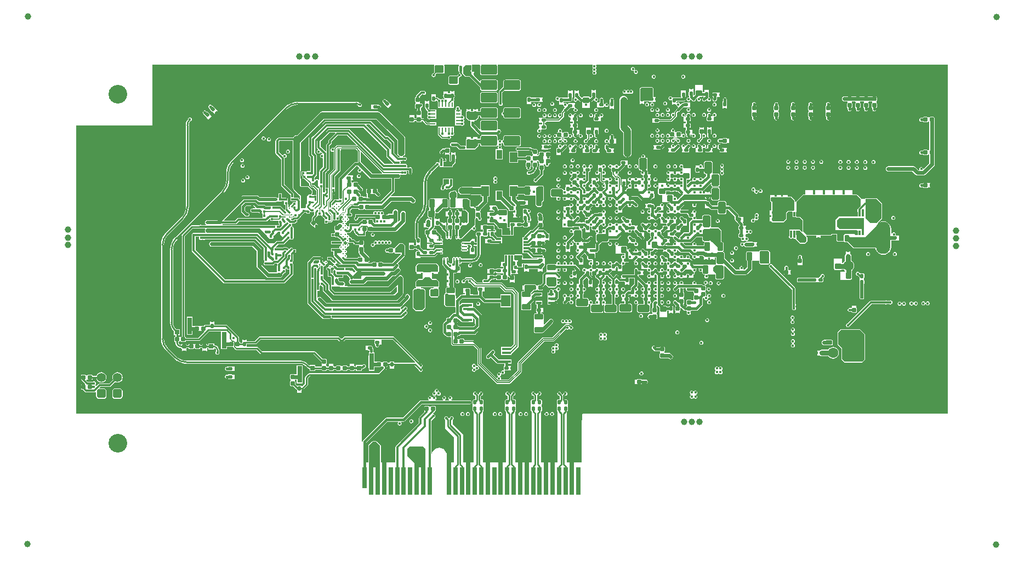
<source format=gbl>
G04 Layer_Physical_Order=12*
G04 Layer_Color=16711680*
%FSLAX44Y44*%
%MOMM*%
G71*
G01*
G75*
%ADD10C,0.3250*%
%ADD11C,0.2000*%
%ADD12C,0.1900*%
%ADD13C,0.1100*%
%ADD14C,0.1400*%
%ADD16C,0.1500*%
G04:AMPARAMS|DCode=17|XSize=0.5mm|YSize=0.6mm|CornerRadius=0.05mm|HoleSize=0mm|Usage=FLASHONLY|Rotation=90.000|XOffset=0mm|YOffset=0mm|HoleType=Round|Shape=RoundedRectangle|*
%AMROUNDEDRECTD17*
21,1,0.5000,0.5000,0,0,90.0*
21,1,0.4000,0.6000,0,0,90.0*
1,1,0.1000,0.2500,0.2000*
1,1,0.1000,0.2500,-0.2000*
1,1,0.1000,-0.2500,-0.2000*
1,1,0.1000,-0.2500,0.2000*
%
%ADD17ROUNDEDRECTD17*%
G04:AMPARAMS|DCode=20|XSize=0.5mm|YSize=0.6mm|CornerRadius=0.05mm|HoleSize=0mm|Usage=FLASHONLY|Rotation=0.000|XOffset=0mm|YOffset=0mm|HoleType=Round|Shape=RoundedRectangle|*
%AMROUNDEDRECTD20*
21,1,0.5000,0.5000,0,0,0.0*
21,1,0.4000,0.6000,0,0,0.0*
1,1,0.1000,0.2000,-0.2500*
1,1,0.1000,-0.2000,-0.2500*
1,1,0.1000,-0.2000,0.2500*
1,1,0.1000,0.2000,0.2500*
%
%ADD20ROUNDEDRECTD20*%
G04:AMPARAMS|DCode=22|XSize=0.5mm|YSize=0.6mm|CornerRadius=0.05mm|HoleSize=0mm|Usage=FLASHONLY|Rotation=45.000|XOffset=0mm|YOffset=0mm|HoleType=Round|Shape=RoundedRectangle|*
%AMROUNDEDRECTD22*
21,1,0.5000,0.5000,0,0,45.0*
21,1,0.4000,0.6000,0,0,45.0*
1,1,0.1000,0.3182,-0.0354*
1,1,0.1000,0.0354,-0.3182*
1,1,0.1000,-0.3182,0.0354*
1,1,0.1000,-0.0354,0.3182*
%
%ADD22ROUNDEDRECTD22*%
G04:AMPARAMS|DCode=27|XSize=1mm|YSize=0.9mm|CornerRadius=0.1125mm|HoleSize=0mm|Usage=FLASHONLY|Rotation=0.000|XOffset=0mm|YOffset=0mm|HoleType=Round|Shape=RoundedRectangle|*
%AMROUNDEDRECTD27*
21,1,1.0000,0.6750,0,0,0.0*
21,1,0.7750,0.9000,0,0,0.0*
1,1,0.2250,0.3875,-0.3375*
1,1,0.2250,-0.3875,-0.3375*
1,1,0.2250,-0.3875,0.3375*
1,1,0.2250,0.3875,0.3375*
%
%ADD27ROUNDEDRECTD27*%
G04:AMPARAMS|DCode=28|XSize=0.6mm|YSize=0.6mm|CornerRadius=0.06mm|HoleSize=0mm|Usage=FLASHONLY|Rotation=90.000|XOffset=0mm|YOffset=0mm|HoleType=Round|Shape=RoundedRectangle|*
%AMROUNDEDRECTD28*
21,1,0.6000,0.4800,0,0,90.0*
21,1,0.4800,0.6000,0,0,90.0*
1,1,0.1200,0.2400,0.2400*
1,1,0.1200,0.2400,-0.2400*
1,1,0.1200,-0.2400,-0.2400*
1,1,0.1200,-0.2400,0.2400*
%
%ADD28ROUNDEDRECTD28*%
%ADD33R,0.3000X0.7000*%
%ADD34R,0.7000X0.3000*%
G04:AMPARAMS|DCode=36|XSize=0.6mm|YSize=0.6mm|CornerRadius=0.06mm|HoleSize=0mm|Usage=FLASHONLY|Rotation=0.000|XOffset=0mm|YOffset=0mm|HoleType=Round|Shape=RoundedRectangle|*
%AMROUNDEDRECTD36*
21,1,0.6000,0.4800,0,0,0.0*
21,1,0.4800,0.6000,0,0,0.0*
1,1,0.1200,0.2400,-0.2400*
1,1,0.1200,-0.2400,-0.2400*
1,1,0.1200,-0.2400,0.2400*
1,1,0.1200,0.2400,0.2400*
%
%ADD36ROUNDEDRECTD36*%
G04:AMPARAMS|DCode=41|XSize=1.3mm|YSize=0.8mm|CornerRadius=0.1mm|HoleSize=0mm|Usage=FLASHONLY|Rotation=90.000|XOffset=0mm|YOffset=0mm|HoleType=Round|Shape=RoundedRectangle|*
%AMROUNDEDRECTD41*
21,1,1.3000,0.6000,0,0,90.0*
21,1,1.1000,0.8000,0,0,90.0*
1,1,0.2000,0.3000,0.5500*
1,1,0.2000,0.3000,-0.5500*
1,1,0.2000,-0.3000,-0.5500*
1,1,0.2000,-0.3000,0.5500*
%
%ADD41ROUNDEDRECTD41*%
G04:AMPARAMS|DCode=50|XSize=1.8mm|YSize=1.15mm|CornerRadius=0.1437mm|HoleSize=0mm|Usage=FLASHONLY|Rotation=0.000|XOffset=0mm|YOffset=0mm|HoleType=Round|Shape=RoundedRectangle|*
%AMROUNDEDRECTD50*
21,1,1.8000,0.8625,0,0,0.0*
21,1,1.5125,1.1500,0,0,0.0*
1,1,0.2875,0.7562,-0.4313*
1,1,0.2875,-0.7562,-0.4313*
1,1,0.2875,-0.7562,0.4313*
1,1,0.2875,0.7562,0.4313*
%
%ADD50ROUNDEDRECTD50*%
G04:AMPARAMS|DCode=51|XSize=1.3mm|YSize=0.8mm|CornerRadius=0.1mm|HoleSize=0mm|Usage=FLASHONLY|Rotation=180.000|XOffset=0mm|YOffset=0mm|HoleType=Round|Shape=RoundedRectangle|*
%AMROUNDEDRECTD51*
21,1,1.3000,0.6000,0,0,180.0*
21,1,1.1000,0.8000,0,0,180.0*
1,1,0.2000,-0.5500,0.3000*
1,1,0.2000,0.5500,0.3000*
1,1,0.2000,0.5500,-0.3000*
1,1,0.2000,-0.5500,-0.3000*
%
%ADD51ROUNDEDRECTD51*%
G04:AMPARAMS|DCode=59|XSize=0.6mm|YSize=0.6mm|CornerRadius=0.06mm|HoleSize=0mm|Usage=FLASHONLY|Rotation=45.000|XOffset=0mm|YOffset=0mm|HoleType=Round|Shape=RoundedRectangle|*
%AMROUNDEDRECTD59*
21,1,0.6000,0.4800,0,0,45.0*
21,1,0.4800,0.6000,0,0,45.0*
1,1,0.1200,0.3394,0.0000*
1,1,0.1200,0.0000,-0.3394*
1,1,0.1200,-0.3394,0.0000*
1,1,0.1200,0.0000,0.3394*
%
%ADD59ROUNDEDRECTD59*%
G04:AMPARAMS|DCode=67|XSize=1.8mm|YSize=1.15mm|CornerRadius=0.1437mm|HoleSize=0mm|Usage=FLASHONLY|Rotation=270.000|XOffset=0mm|YOffset=0mm|HoleType=Round|Shape=RoundedRectangle|*
%AMROUNDEDRECTD67*
21,1,1.8000,0.8625,0,0,270.0*
21,1,1.5125,1.1500,0,0,270.0*
1,1,0.2875,-0.4313,-0.7562*
1,1,0.2875,-0.4313,0.7562*
1,1,0.2875,0.4313,0.7562*
1,1,0.2875,0.4313,-0.7562*
%
%ADD67ROUNDEDRECTD67*%
%ADD69R,0.7000X4.2000*%
%ADD70R,0.7000X3.2000*%
G04:AMPARAMS|DCode=75|XSize=1mm|YSize=0.9mm|CornerRadius=0.1125mm|HoleSize=0mm|Usage=FLASHONLY|Rotation=90.000|XOffset=0mm|YOffset=0mm|HoleType=Round|Shape=RoundedRectangle|*
%AMROUNDEDRECTD75*
21,1,1.0000,0.6750,0,0,90.0*
21,1,0.7750,0.9000,0,0,90.0*
1,1,0.2250,0.3375,0.3875*
1,1,0.2250,0.3375,-0.3875*
1,1,0.2250,-0.3375,-0.3875*
1,1,0.2250,-0.3375,0.3875*
%
%ADD75ROUNDEDRECTD75*%
%ADD76C,0.5000*%
%ADD82R,0.9500X0.4000*%
%ADD87C,1.0000*%
%ADD98C,0.3100*%
%ADD99C,0.5000*%
%ADD100C,0.4000*%
%ADD101C,0.3500*%
%ADD102C,0.2500*%
%ADD103C,0.7000*%
%ADD104C,0.6000*%
%ADD105C,0.1000*%
%ADD106C,0.1300*%
%ADD107C,0.3000*%
%ADD108C,0.4500*%
%ADD109C,1.1000*%
%ADD110C,1.0000*%
%ADD112C,0.6604*%
%ADD113C,2.8800*%
%ADD114C,3.1000*%
%ADD115C,5.0000*%
G04:AMPARAMS|DCode=116|XSize=1.524mm|YSize=1.524mm|CornerRadius=0.1905mm|HoleSize=0mm|Usage=FLASHONLY|Rotation=270.000|XOffset=0mm|YOffset=0mm|HoleType=Round|Shape=RoundedRectangle|*
%AMROUNDEDRECTD116*
21,1,1.5240,1.1430,0,0,270.0*
21,1,1.1430,1.5240,0,0,270.0*
1,1,0.3810,-0.5715,-0.5715*
1,1,0.3810,-0.5715,0.5715*
1,1,0.3810,0.5715,0.5715*
1,1,0.3810,0.5715,-0.5715*
%
%ADD116ROUNDEDRECTD116*%
%ADD117C,1.6000*%
%ADD118C,1.4000*%
G04:AMPARAMS|DCode=119|XSize=1.4mm|YSize=1.4mm|CornerRadius=0.35mm|HoleSize=0mm|Usage=FLASHONLY|Rotation=90.000|XOffset=0mm|YOffset=0mm|HoleType=Round|Shape=RoundedRectangle|*
%AMROUNDEDRECTD119*
21,1,1.4000,0.7000,0,0,90.0*
21,1,0.7000,1.4000,0,0,90.0*
1,1,0.7000,0.3500,0.3500*
1,1,0.7000,0.3500,-0.3500*
1,1,0.7000,-0.3500,-0.3500*
1,1,0.7000,-0.3500,0.3500*
%
%ADD119ROUNDEDRECTD119*%
%ADD120O,5.0000X2.0000*%
%ADD121O,2.2000X5.0000*%
%ADD122O,2.0000X5.0000*%
%ADD123C,0.4000*%
%ADD124C,0.8000*%
%ADD129C,0.2540*%
%ADD130R,0.7000X1.0000*%
%ADD131R,0.7000X0.7000*%
%ADD132R,0.8500X0.4000*%
%ADD133R,1.3500X1.6500*%
G04:AMPARAMS|DCode=134|XSize=0.6mm|YSize=1mm|CornerRadius=0.075mm|HoleSize=0mm|Usage=FLASHONLY|Rotation=180.000|XOffset=0mm|YOffset=0mm|HoleType=Round|Shape=RoundedRectangle|*
%AMROUNDEDRECTD134*
21,1,0.6000,0.8500,0,0,180.0*
21,1,0.4500,1.0000,0,0,180.0*
1,1,0.1500,-0.2250,0.4250*
1,1,0.1500,0.2250,0.4250*
1,1,0.1500,0.2250,-0.4250*
1,1,0.1500,-0.2250,-0.4250*
%
%ADD134ROUNDEDRECTD134*%
%ADD135R,0.3500X0.3000*%
%ADD136R,0.3000X0.3500*%
%ADD137R,2.1000X2.1000*%
%ADD138R,1.2000X1.5000*%
%ADD139R,0.9000X1.4000*%
G04:AMPARAMS|DCode=140|XSize=0.3mm|YSize=0.35mm|CornerRadius=0mm|HoleSize=0mm|Usage=FLASHONLY|Rotation=315.000|XOffset=0mm|YOffset=0mm|HoleType=Round|Shape=Rectangle|*
%AMROTATEDRECTD140*
4,1,4,-0.2298,-0.0177,0.0177,0.2298,0.2298,0.0177,-0.0177,-0.2298,-0.2298,-0.0177,0.0*
%
%ADD140ROTATEDRECTD140*%

G04:AMPARAMS|DCode=141|XSize=0.3mm|YSize=0.35mm|CornerRadius=0mm|HoleSize=0mm|Usage=FLASHONLY|Rotation=45.000|XOffset=0mm|YOffset=0mm|HoleType=Round|Shape=Rectangle|*
%AMROTATEDRECTD141*
4,1,4,0.0177,-0.2298,-0.2298,0.0177,-0.0177,0.2298,0.2298,-0.0177,0.0177,-0.2298,0.0*
%
%ADD141ROTATEDRECTD141*%

G04:AMPARAMS|DCode=142|XSize=1.4mm|YSize=1.2mm|CornerRadius=0.15mm|HoleSize=0mm|Usage=FLASHONLY|Rotation=180.000|XOffset=0mm|YOffset=0mm|HoleType=Round|Shape=RoundedRectangle|*
%AMROUNDEDRECTD142*
21,1,1.4000,0.9000,0,0,180.0*
21,1,1.1000,1.2000,0,0,180.0*
1,1,0.3000,-0.5500,0.4500*
1,1,0.3000,0.5500,0.4500*
1,1,0.3000,0.5500,-0.4500*
1,1,0.3000,-0.5500,-0.4500*
%
%ADD142ROUNDEDRECTD142*%
%ADD143R,2.6000X2.6000*%
%ADD144O,0.9000X0.2500*%
%ADD145O,0.2500X0.9000*%
%ADD146R,1.4000X0.4500*%
%ADD147R,2.7000X2.7000*%
%ADD148R,0.8000X0.2500*%
%ADD149R,0.2500X0.8000*%
G04:AMPARAMS|DCode=150|XSize=0.6mm|YSize=1mm|CornerRadius=0.075mm|HoleSize=0mm|Usage=FLASHONLY|Rotation=90.000|XOffset=0mm|YOffset=0mm|HoleType=Round|Shape=RoundedRectangle|*
%AMROUNDEDRECTD150*
21,1,0.6000,0.8500,0,0,90.0*
21,1,0.4500,1.0000,0,0,90.0*
1,1,0.1500,0.4250,0.2250*
1,1,0.1500,0.4250,-0.2250*
1,1,0.1500,-0.4250,-0.2250*
1,1,0.1500,-0.4250,0.2250*
%
%ADD150ROUNDEDRECTD150*%
G04:AMPARAMS|DCode=151|XSize=2.5mm|YSize=1.5mm|CornerRadius=0.1875mm|HoleSize=0mm|Usage=FLASHONLY|Rotation=0.000|XOffset=0mm|YOffset=0mm|HoleType=Round|Shape=RoundedRectangle|*
%AMROUNDEDRECTD151*
21,1,2.5000,1.1250,0,0,0.0*
21,1,2.1250,1.5000,0,0,0.0*
1,1,0.3750,1.0625,-0.5625*
1,1,0.3750,-1.0625,-0.5625*
1,1,0.3750,-1.0625,0.5625*
1,1,0.3750,1.0625,0.5625*
%
%ADD151ROUNDEDRECTD151*%
%ADD152C,0.3700*%
%ADD153C,0.1700*%
%ADD154C,0.2400*%
%ADD155C,0.2200*%
%ADD156C,0.3400*%
%ADD157C,0.2900*%
%ADD158C,0.2700*%
%ADD159C,0.3100*%
G36*
X546750Y87750D02*
X550000Y84500D01*
X550000Y55500D01*
X539750Y55500D01*
X533000D01*
X533000Y62250D01*
X522500Y72750D01*
Y85000D01*
X525250Y87750D01*
X546750Y87750D01*
D02*
G37*
G36*
X480000Y89500D02*
Y55500D01*
X463000D01*
Y89500D01*
X468750Y95250D01*
X474250D01*
X480000Y89500D01*
D02*
G37*
G36*
X621226Y677720D02*
Y670720D01*
X619476Y668970D01*
X621226Y667220D01*
X621226Y660220D01*
X612201D01*
X608201Y664220D01*
Y667420D01*
X609751Y668970D01*
X608201Y670520D01*
X608201Y673720D01*
X612201Y677720D01*
X621226Y677720D01*
D02*
G37*
G36*
X1356668Y138582D02*
X793000D01*
X792234Y138265D01*
X791917Y137500D01*
Y129182D01*
X791558Y128942D01*
X791116Y128280D01*
X790961Y127500D01*
Y63500D01*
X768750D01*
Y140579D01*
X768750Y140579D01*
X768661Y141579D01*
X768794Y142250D01*
Y142498D01*
X769648Y142852D01*
X770124Y144000D01*
Y149000D01*
X769949Y149423D01*
X770000Y149500D01*
X770000D01*
Y153500D01*
X770000D01*
X769949Y153577D01*
X770124Y154000D01*
Y159000D01*
X769648Y160148D01*
X768500Y160623D01*
X765621D01*
X765544Y160700D01*
Y166050D01*
X766482Y166987D01*
X767421Y167174D01*
X768413Y167837D01*
X769076Y168829D01*
X769309Y170000D01*
X769076Y171171D01*
X768413Y172163D01*
X767421Y172826D01*
X766250Y173059D01*
X765079Y172826D01*
X764087Y172163D01*
X763424Y171171D01*
X763237Y170232D01*
X762192Y169186D01*
X761500Y168710D01*
X760808Y169186D01*
X759763Y170232D01*
X759576Y171171D01*
X758913Y172163D01*
X757921Y172826D01*
X756750Y173059D01*
X755580Y172826D01*
X754587Y172163D01*
X753924Y171171D01*
X753691Y170000D01*
X753924Y168829D01*
X754587Y167837D01*
X755580Y167174D01*
X756518Y166987D01*
X757456Y166050D01*
Y160700D01*
X757379Y160623D01*
X754500D01*
X753352Y160148D01*
X752877Y159000D01*
Y154000D01*
X753052Y153577D01*
X753000Y153500D01*
X753000D01*
Y149500D01*
X753000D01*
X753052Y149423D01*
X752877Y149000D01*
Y144000D01*
X753352Y142852D01*
X754206Y142498D01*
Y142250D01*
X754339Y141579D01*
X754250Y140579D01*
X754250Y140579D01*
X754250Y140579D01*
Y63500D01*
X728750D01*
Y140579D01*
X728750Y140579D01*
X728661Y141579D01*
X728794Y142250D01*
Y142498D01*
X729648Y142852D01*
X730124Y144000D01*
Y149000D01*
X729949Y149423D01*
X730000Y149500D01*
X730000D01*
Y153500D01*
X730000D01*
X729949Y153577D01*
X730124Y154000D01*
Y159000D01*
X729648Y160148D01*
X728500Y160624D01*
X725621D01*
X725544Y160700D01*
Y166050D01*
X726482Y166987D01*
X727421Y167174D01*
X728413Y167837D01*
X729076Y168829D01*
X729309Y170000D01*
X729076Y171171D01*
X728413Y172163D01*
X727421Y172826D01*
X726250Y173059D01*
X725079Y172826D01*
X724087Y172163D01*
X723424Y171171D01*
X723237Y170232D01*
X722192Y169186D01*
X722137Y169148D01*
X720863Y169149D01*
X720808Y169186D01*
X719763Y170232D01*
X719576Y171171D01*
X718913Y172163D01*
X717921Y172826D01*
X716750Y173059D01*
X715580Y172826D01*
X714587Y172163D01*
X713924Y171171D01*
X713691Y170000D01*
X713924Y168829D01*
X714587Y167837D01*
X715580Y167174D01*
X716518Y166987D01*
X717456Y166050D01*
Y160700D01*
X717379Y160623D01*
X714500D01*
X713352Y160148D01*
X712877Y159000D01*
Y154000D01*
X713052Y153577D01*
X713000Y153500D01*
X713000D01*
Y149500D01*
X713000D01*
X713052Y149423D01*
X712877Y149000D01*
Y144000D01*
X713352Y142852D01*
X714206Y142498D01*
Y142250D01*
X714339Y141579D01*
X714250Y140579D01*
X714250Y140579D01*
X714250Y140579D01*
Y63500D01*
X688750D01*
Y140579D01*
X688750Y140579D01*
X688661Y141579D01*
X688794Y142250D01*
Y142498D01*
X689648Y142852D01*
X690124Y144000D01*
Y149000D01*
X689949Y149423D01*
X690000Y149500D01*
X690000D01*
Y153500D01*
X690000D01*
X689949Y153577D01*
X690124Y154000D01*
Y159000D01*
X689648Y160148D01*
X688500Y160623D01*
X685621D01*
X685544Y160700D01*
Y166050D01*
X686482Y166987D01*
X687421Y167174D01*
X688413Y167837D01*
X689076Y168829D01*
X689309Y170000D01*
X689076Y171171D01*
X688413Y172163D01*
X687421Y172826D01*
X686250Y173059D01*
X685079Y172826D01*
X684087Y172163D01*
X683424Y171171D01*
X683237Y170232D01*
X682191Y169186D01*
X681500Y168710D01*
X680808Y169186D01*
X679763Y170232D01*
X679576Y171171D01*
X678913Y172163D01*
X677921Y172826D01*
X676750Y173059D01*
X675580Y172826D01*
X674587Y172163D01*
X673924Y171171D01*
X673691Y170000D01*
X673924Y168829D01*
X674587Y167837D01*
X675580Y167174D01*
X676518Y166987D01*
X677456Y166050D01*
Y160700D01*
X677379Y160623D01*
X674500D01*
X673352Y160148D01*
X672876Y159000D01*
Y154000D01*
X673052Y153577D01*
X673000Y153500D01*
X673000D01*
Y149500D01*
X673000D01*
X673052Y149423D01*
X672876Y149000D01*
Y144000D01*
X673352Y142852D01*
X674206Y142498D01*
Y142250D01*
X674339Y141579D01*
X674250Y140579D01*
X674250Y140579D01*
X674250Y140579D01*
Y63500D01*
X638750D01*
Y140579D01*
X638750Y140579D01*
X638661Y141579D01*
X638794Y142250D01*
Y142498D01*
X639648Y142852D01*
X640124Y144000D01*
Y149000D01*
X639949Y149423D01*
X640000Y149500D01*
X640000D01*
Y153500D01*
X640000D01*
X639949Y153577D01*
X640124Y154000D01*
Y159000D01*
X639648Y160148D01*
X638500Y160624D01*
X635621D01*
X635544Y160700D01*
Y166050D01*
X636482Y166987D01*
X637421Y167174D01*
X638413Y167837D01*
X639076Y168829D01*
X639309Y170000D01*
X639076Y171171D01*
X638413Y172163D01*
X637421Y172826D01*
X636250Y173059D01*
X635079Y172826D01*
X634087Y172163D01*
X633424Y171171D01*
X633237Y170232D01*
X632192Y169186D01*
X631500Y168710D01*
X630808Y169186D01*
X629763Y170232D01*
X629576Y171171D01*
X628913Y172163D01*
X627921Y172826D01*
X626750Y173059D01*
X625579Y172826D01*
X624587Y172163D01*
X623924Y171171D01*
X623691Y170000D01*
X623924Y168829D01*
X624587Y167837D01*
X625579Y167174D01*
X626518Y166987D01*
X627456Y166050D01*
Y160700D01*
X627379Y160623D01*
X624500D01*
X623352Y160148D01*
X622876Y159000D01*
Y154000D01*
X623052Y153577D01*
X623000Y153500D01*
X623000D01*
Y149500D01*
X623000D01*
X623052Y149423D01*
X622876Y149000D01*
Y144000D01*
X623352Y142852D01*
X624206Y142498D01*
Y142250D01*
X624339Y141579D01*
X624250Y140579D01*
X624250Y140579D01*
X624250Y140579D01*
Y63500D01*
X608750D01*
X608750Y106500D01*
X592750Y122500D01*
X592750Y129728D01*
X592913Y129837D01*
X593576Y130829D01*
X593809Y132000D01*
X593576Y133170D01*
X592913Y134163D01*
X591921Y134826D01*
X590750Y135059D01*
X589579Y134826D01*
X588587Y134163D01*
X587924Y133170D01*
X587795Y132524D01*
X587250Y131750D01*
X586290Y131649D01*
X585863Y131649D01*
X585808Y131686D01*
X585263Y132232D01*
X585076Y133170D01*
X584413Y134163D01*
X583421Y134826D01*
X582250Y135059D01*
X581079Y134826D01*
X580087Y134163D01*
X579424Y133170D01*
X579191Y132000D01*
X579424Y130829D01*
X580087Y129837D01*
X580250Y129728D01*
Y116250D01*
X594250Y102250D01*
Y63500D01*
X583039D01*
Y75123D01*
X583013Y75255D01*
X583022Y75389D01*
X582777Y77246D01*
X582691Y77499D01*
X582639Y77760D01*
X581682Y80071D01*
X581534Y80293D01*
X581416Y80532D01*
X579893Y82517D01*
X579693Y82693D01*
X579517Y82893D01*
X577532Y84416D01*
X577293Y84534D01*
X577071Y84682D01*
X574760Y85639D01*
X574499Y85691D01*
X574246Y85777D01*
X571766Y86104D01*
X571500Y86086D01*
X571234Y86104D01*
X568754Y85777D01*
X568501Y85691D01*
X568240Y85639D01*
X565929Y84682D01*
X565707Y84534D01*
X565468Y84416D01*
X563483Y82893D01*
X563307Y82693D01*
X563107Y82517D01*
X561584Y80532D01*
X561466Y80293D01*
X561318Y80071D01*
X560361Y77760D01*
X560308Y77499D01*
X560223Y77246D01*
X560176Y76892D01*
X559176Y76957D01*
Y128141D01*
X563407Y132372D01*
X563671Y132424D01*
X564663Y133087D01*
X565326Y134079D01*
X565559Y135250D01*
X565326Y136420D01*
X564663Y137413D01*
X563671Y138076D01*
X562715Y138266D01*
X562395Y138884D01*
X562321Y139286D01*
X563892Y140857D01*
X563893Y140857D01*
X564473Y141726D01*
X564630Y142514D01*
X565024Y142593D01*
X565554Y142947D01*
X565907Y143476D01*
X566031Y144100D01*
Y148900D01*
X565907Y149524D01*
X565554Y150054D01*
X565024Y150407D01*
X564400Y150531D01*
X559600D01*
X558976Y150407D01*
X558447Y150054D01*
X558411Y150000D01*
X555589D01*
X555554Y150054D01*
X555024Y150407D01*
X554400Y150531D01*
X549600D01*
X548976Y150407D01*
X548447Y150054D01*
X548093Y149524D01*
X547969Y148900D01*
Y144100D01*
X548093Y143476D01*
X548447Y142947D01*
X548477Y142926D01*
X548672Y141732D01*
X548659Y141694D01*
X540983Y134017D01*
X540402Y133149D01*
X540199Y132125D01*
X540199Y132125D01*
Y124484D01*
X504607Y88892D01*
X504027Y88024D01*
X503823Y87000D01*
X503823Y87000D01*
Y63500D01*
X481082D01*
Y89500D01*
X480765Y90265D01*
X480765Y90265D01*
X475015Y96015D01*
X474250Y96332D01*
X468750D01*
X468750Y96332D01*
X467985Y96015D01*
X462235Y90265D01*
X461918Y89500D01*
Y63500D01*
X459059D01*
Y93983D01*
X491517Y126441D01*
X507496D01*
X507669Y126214D01*
X507939Y125441D01*
X507424Y124670D01*
X507191Y123500D01*
X507424Y122329D01*
X508087Y121337D01*
X509080Y120674D01*
X510250Y120441D01*
X511421Y120674D01*
X512413Y121337D01*
X513076Y122329D01*
X513309Y123500D01*
X513076Y124670D01*
X512561Y125441D01*
X512831Y126214D01*
X513004Y126441D01*
X516250D01*
X516250Y126441D01*
X517421Y126674D01*
X518413Y127337D01*
X544517Y153441D01*
X618250D01*
X618500Y153491D01*
X618750Y153441D01*
X619921Y153674D01*
X620913Y154337D01*
X621576Y155330D01*
X621809Y156500D01*
X621576Y157671D01*
X620913Y158663D01*
X619921Y159326D01*
X618750Y159559D01*
X618500Y159509D01*
X618250Y159559D01*
X590550D01*
X590246Y160559D01*
X590663Y160837D01*
X591326Y161829D01*
X591559Y163000D01*
X591326Y164170D01*
X590663Y165163D01*
X589670Y165826D01*
X588500Y166059D01*
X587329Y165826D01*
X586337Y165163D01*
X585674Y164170D01*
X585441Y163000D01*
X585674Y161829D01*
X586337Y160837D01*
X586754Y160559D01*
X586450Y159559D01*
X580556D01*
X580372Y160559D01*
X581163Y161087D01*
X581826Y162079D01*
X582059Y163250D01*
X581826Y164421D01*
X581163Y165413D01*
X580171Y166076D01*
X579000Y166309D01*
X577830Y166076D01*
X576837Y165413D01*
X576174Y164421D01*
X575941Y163250D01*
X576174Y162079D01*
X576837Y161087D01*
X577628Y160559D01*
X577444Y159559D01*
X566050D01*
X565746Y160559D01*
X566163Y160837D01*
X566826Y161829D01*
X567059Y163000D01*
X566826Y164170D01*
X566163Y165163D01*
X565171Y165826D01*
X564632Y165933D01*
X564345Y165990D01*
Y167010D01*
X564632Y167067D01*
X565171Y167174D01*
X566163Y167837D01*
X566826Y168829D01*
X566865Y169027D01*
X567885D01*
X567924Y168829D01*
X568587Y167837D01*
X569580Y167174D01*
X570750Y166941D01*
X571921Y167174D01*
X572913Y167837D01*
X573576Y168829D01*
X573809Y170000D01*
X573576Y171171D01*
X572913Y172163D01*
X571921Y172826D01*
X571367Y172936D01*
X570572Y173935D01*
X570551Y174039D01*
X570326Y175170D01*
X569663Y176163D01*
X568671Y176826D01*
X567500Y177059D01*
X566329Y176826D01*
X565337Y176163D01*
X564674Y175170D01*
X564441Y174000D01*
X564459Y173909D01*
X563624Y172984D01*
X562830Y172826D01*
X561837Y172163D01*
X561174Y171171D01*
X560941Y170000D01*
X561174Y168829D01*
X561837Y167837D01*
X562830Y167174D01*
X563368Y167067D01*
X563655Y167010D01*
Y165990D01*
X563368Y165933D01*
X562830Y165826D01*
X561837Y165163D01*
X561174Y164170D01*
X561135Y163973D01*
X560115D01*
X560076Y164170D01*
X559413Y165163D01*
X558420Y165826D01*
X557250Y166059D01*
X556079Y165826D01*
X555087Y165163D01*
X554424Y164170D01*
X554191Y163000D01*
X554424Y161829D01*
X555087Y160837D01*
X555504Y160559D01*
X555200Y159559D01*
X543250D01*
X542080Y159326D01*
X541087Y158663D01*
X514983Y132559D01*
X490250D01*
X490250Y132559D01*
X489080Y132326D01*
X488087Y131663D01*
X488087Y131663D01*
X453837Y97413D01*
X453174Y96420D01*
X453039Y95743D01*
X452039Y95841D01*
Y109250D01*
X452039Y109250D01*
Y110147D01*
X452019Y110246D01*
X452029Y110346D01*
X451765Y113027D01*
X451707Y113220D01*
X451687Y113420D01*
X451586Y113753D01*
Y137600D01*
X451504Y137799D01*
Y138014D01*
X451427Y138200D01*
X451275Y138352D01*
X451269Y138366D01*
X451269Y138366D01*
X451192Y138551D01*
X451051Y138693D01*
X450852Y138775D01*
X450700Y138927D01*
X450514Y139004D01*
X450299Y139004D01*
X450100Y139086D01*
X11082D01*
Y583918D01*
X127000D01*
X127765Y584235D01*
X128082Y585000D01*
Y677918D01*
X563239D01*
X563773Y676918D01*
X563645Y676725D01*
X563451Y675750D01*
Y666750D01*
X563561Y666195D01*
X562344Y664978D01*
X561579Y664826D01*
X560587Y664163D01*
X559924Y663171D01*
X559691Y662000D01*
X559924Y660829D01*
X560587Y659837D01*
X561579Y659174D01*
X562750Y658941D01*
X563920Y659174D01*
X564913Y659837D01*
X565576Y660829D01*
X565809Y662000D01*
X565697Y662563D01*
X567335Y664201D01*
X577000D01*
X577975Y664395D01*
X578802Y664948D01*
X579355Y665775D01*
X579549Y666750D01*
Y675750D01*
X579355Y676725D01*
X579226Y676918D01*
X579761Y677918D01*
X601456D01*
X601705Y677547D01*
X601898Y676918D01*
X601350Y676096D01*
X601117Y674926D01*
Y668985D01*
X601350Y667814D01*
X601676Y667327D01*
Y666235D01*
X602892D01*
X603005Y666159D01*
X604176Y665926D01*
X605346Y666159D01*
X605460Y666235D01*
X606676D01*
X607119Y665419D01*
Y664220D01*
X607436Y663455D01*
X607436Y663455D01*
X611436Y659455D01*
X612201Y659138D01*
X618747D01*
X634572Y643313D01*
X634572Y643313D01*
X634709Y643222D01*
Y640851D01*
X634932Y639729D01*
X635567Y638778D01*
X636518Y638143D01*
X637640Y637919D01*
X658890D01*
X660012Y638143D01*
X660963Y638778D01*
X661598Y639729D01*
X661821Y640851D01*
Y652101D01*
X661598Y653223D01*
X660963Y654174D01*
X660012Y654809D01*
X658890Y655032D01*
X637640D01*
X636518Y654809D01*
X635567Y654174D01*
X634932Y653223D01*
X634898Y653053D01*
X633813Y652724D01*
X625226Y661311D01*
X625226Y667485D01*
X622198D01*
X621991Y667986D01*
X621991Y667986D01*
X621006Y668970D01*
X621991Y669955D01*
X621991Y669955D01*
X622308Y670720D01*
Y677720D01*
X622440Y677918D01*
X634285D01*
X634871Y676918D01*
X634709Y676101D01*
Y664851D01*
X634932Y663729D01*
X635567Y662778D01*
X636518Y662143D01*
X637640Y661919D01*
X658890D01*
X660012Y662143D01*
X660963Y662778D01*
X661598Y663729D01*
X661821Y664851D01*
Y676101D01*
X661659Y676918D01*
X662245Y677918D01*
X807972D01*
X808506Y676918D01*
X808174Y676421D01*
X807941Y675250D01*
X808174Y674080D01*
X808477Y673625D01*
X808758Y672875D01*
X808477Y672125D01*
X808174Y671671D01*
X807941Y670500D01*
X808174Y669330D01*
X808477Y668875D01*
X808758Y668125D01*
X808477Y667375D01*
X808174Y666920D01*
X807941Y665750D01*
X808174Y664579D01*
X808837Y663587D01*
X809829Y662924D01*
X811000Y662691D01*
X812170Y662924D01*
X813163Y663587D01*
X813826Y664579D01*
X814059Y665750D01*
X813826Y666920D01*
X813522Y667375D01*
X813242Y668125D01*
X813522Y668875D01*
X813826Y669330D01*
X814059Y670500D01*
X813826Y671671D01*
X813522Y672125D01*
X813242Y672875D01*
X813522Y673625D01*
X813826Y674080D01*
X814059Y675250D01*
X813826Y676421D01*
X813494Y676918D01*
X814028Y677918D01*
X1356668D01*
Y138582D01*
D02*
G37*
%LPC*%
G36*
X659000Y460374D02*
X654000D01*
X653577Y460198D01*
X653500Y460250D01*
Y460250D01*
X649500D01*
Y453250D01*
X653500D01*
Y453250D01*
X653577Y453302D01*
X654000Y453126D01*
X655077D01*
X655931Y452272D01*
Y450978D01*
X655272Y450319D01*
X655133D01*
X655000Y450374D01*
X650000D01*
X649577Y450198D01*
X649500Y450250D01*
Y450250D01*
X645500D01*
Y443250D01*
X648758D01*
X649293Y442250D01*
X649203Y442116D01*
X648932Y440750D01*
Y440250D01*
X645500D01*
Y433250D01*
X649500D01*
Y433250D01*
X649577Y433302D01*
X650000Y433126D01*
X655000D01*
X655133Y433181D01*
X655772D01*
X661961Y426992D01*
Y426500D01*
X662116Y425720D01*
X662558Y425058D01*
X663220Y424616D01*
X664000Y424461D01*
X667668D01*
Y414750D01*
X667985Y413985D01*
X668750Y413668D01*
X680750D01*
X680779Y413680D01*
X681750Y413750D01*
X681750Y413750D01*
X681750Y413750D01*
X686750D01*
Y418004D01*
X686799Y418250D01*
Y426790D01*
X687500Y427500D01*
X691500D01*
Y427500D01*
X691577Y427551D01*
X692000Y427376D01*
X697000D01*
X698148Y427852D01*
X698396Y428451D01*
X700998D01*
X701093Y427976D01*
X701447Y427446D01*
X701976Y427093D01*
X702600Y426969D01*
X707400D01*
X708024Y427093D01*
X708554Y427446D01*
X708589Y427500D01*
X712000D01*
Y434500D01*
X708589D01*
X708554Y434553D01*
X708024Y434907D01*
X707549Y435002D01*
Y436003D01*
X707802Y436190D01*
X708549Y436446D01*
X709330Y435924D01*
X710500Y435691D01*
X711671Y435924D01*
X712663Y436587D01*
X713326Y437579D01*
X713559Y438750D01*
X713326Y439921D01*
X713052Y440330D01*
X712877Y442104D01*
X711899Y445330D01*
X710464Y448014D01*
X710717Y448845D01*
X710928Y449126D01*
X711171Y449174D01*
X712163Y449837D01*
X712826Y450830D01*
X713059Y452000D01*
X712826Y453171D01*
X712163Y454163D01*
X711171Y454826D01*
X710000Y455059D01*
X708829Y454826D01*
X708465Y454582D01*
X707238Y454930D01*
X707148Y455148D01*
X706000Y455624D01*
X702000D01*
X700852Y455148D01*
X700376Y454000D01*
Y449000D01*
X700552Y448577D01*
X700500Y448500D01*
X700500D01*
Y444500D01*
X700500D01*
X700552Y444423D01*
X700376Y444000D01*
Y439000D01*
X700852Y437852D01*
X702000Y437376D01*
X702451D01*
Y435002D01*
X701976Y434907D01*
X701447Y434553D01*
X701093Y434024D01*
X700998Y433549D01*
X698396D01*
X698148Y434148D01*
X697000Y434624D01*
X692000D01*
X691577Y434448D01*
X691500Y434500D01*
Y434500D01*
X687500D01*
Y434500D01*
X687423Y434448D01*
X687000Y434624D01*
X682000D01*
X680852Y434148D01*
X680377Y433000D01*
Y429000D01*
X680758Y428079D01*
X680315Y427082D01*
X677039D01*
Y432500D01*
X677036Y432515D01*
X677000Y433500D01*
X677000Y433500D01*
X677000Y433500D01*
Y445500D01*
X677000Y445500D01*
X677036Y446485D01*
X677039Y446500D01*
Y452500D01*
X676884Y453280D01*
X676442Y453942D01*
X675780Y454384D01*
X675000Y454539D01*
X664000D01*
X663220Y454384D01*
X662918Y454509D01*
X662797Y455116D01*
X662023Y456273D01*
X660624Y457673D01*
Y458750D01*
X660148Y459898D01*
X659000Y460374D01*
D02*
G37*
G36*
X1209400Y484140D02*
X1197400D01*
X1197400Y478040D01*
X1196693Y477332D01*
X1194200D01*
Y484140D01*
X1182200D01*
Y477332D01*
X1179000D01*
Y484140D01*
X1167000D01*
Y477332D01*
X1163800Y477332D01*
Y484140D01*
X1151800D01*
Y477332D01*
X1148600D01*
Y484140D01*
X1136600D01*
Y477332D01*
X1133500D01*
X1132735Y477015D01*
X1122235Y466515D01*
X1122228Y466500D01*
X1121082D01*
Y467500D01*
X1121083Y467500D01*
X1120765Y468265D01*
X1120765Y468265D01*
X1115265Y473765D01*
X1114500Y474082D01*
X1109500D01*
X1109500Y476750D01*
X1102500Y476750D01*
Y474082D01*
X1099500D01*
X1099500Y476750D01*
X1092500Y476750D01*
Y474082D01*
X1089500D01*
Y476750D01*
X1082500D01*
X1082500Y472750D01*
X1082500D01*
X1082552Y472673D01*
X1082376Y472250D01*
Y467250D01*
X1082852Y466102D01*
X1084000Y465626D01*
X1084668D01*
X1084668Y452750D01*
X1081750D01*
Y445750D01*
X1083960Y445750D01*
X1084668Y445043D01*
X1084668Y442750D01*
X1081750Y442750D01*
X1081750Y435750D01*
X1084668D01*
X1084985Y434985D01*
X1085750Y434668D01*
X1103000D01*
X1103765Y434985D01*
X1103765Y434985D01*
X1107765Y438985D01*
X1108082Y439750D01*
X1108082Y448802D01*
X1110698Y451418D01*
X1116250D01*
X1117000Y450800D01*
Y442600D01*
X1122083D01*
X1122235Y442235D01*
X1123000Y441918D01*
X1128302D01*
X1132418Y437802D01*
Y420750D01*
X1132418Y420750D01*
X1132575Y420370D01*
X1131727Y419804D01*
X1128765Y422765D01*
X1128000Y423082D01*
X1123000D01*
X1122560Y422900D01*
X1117000D01*
Y422900D01*
X1117000D01*
Y422900D01*
X1112000D01*
Y418646D01*
X1111951Y418400D01*
Y413835D01*
X1111674Y413421D01*
X1111441Y412250D01*
X1111674Y411079D01*
X1112337Y410087D01*
X1113329Y409424D01*
X1114500Y409191D01*
X1115670Y409424D01*
X1116298Y409843D01*
X1117000Y410008D01*
X1117702Y409843D01*
X1118329Y409424D01*
X1119500Y409191D01*
X1120670Y409424D01*
X1120918Y409589D01*
X1121918Y409055D01*
Y408750D01*
X1121918Y408750D01*
X1122235Y407985D01*
X1128235Y401985D01*
X1129000Y401668D01*
X1136000D01*
X1136765Y401985D01*
X1139515Y404735D01*
X1139832Y405500D01*
Y411250D01*
X1139833Y411250D01*
X1139515Y412015D01*
X1139515Y412015D01*
X1138304Y413227D01*
X1138870Y414075D01*
X1139250Y413918D01*
X1153750D01*
Y411000D01*
X1160750D01*
Y413918D01*
X1175750D01*
X1175750Y413918D01*
X1176515Y414235D01*
X1178052Y415772D01*
X1184698D01*
X1185168Y415302D01*
X1185168Y409500D01*
X1185168Y407000D01*
X1185485Y406235D01*
X1185485Y406235D01*
X1186735Y404985D01*
X1187500Y404668D01*
X1195250D01*
X1195250Y404668D01*
X1195815Y404902D01*
X1196314Y404861D01*
X1197016Y404571D01*
X1197238Y404238D01*
X1197817Y403852D01*
X1198500Y403716D01*
X1201754D01*
X1210485Y394985D01*
X1211250Y394668D01*
X1245355Y394668D01*
X1245559Y393117D01*
X1246768Y390198D01*
X1248691Y387691D01*
X1251198Y385768D01*
X1254117Y384559D01*
X1257250Y384146D01*
X1260383Y384559D01*
X1263302Y385768D01*
X1265808Y387691D01*
X1267732Y390198D01*
X1268941Y393117D01*
X1269354Y396250D01*
Y406172D01*
X1274500D01*
X1276061Y406482D01*
X1276277Y406626D01*
X1277500D01*
X1277923Y406801D01*
X1278000Y406750D01*
Y406750D01*
X1282000D01*
Y413750D01*
X1278000D01*
Y413750D01*
X1278000Y413750D01*
X1277041Y414041D01*
X1276581Y414822D01*
X1276585Y414874D01*
X1276809Y416000D01*
X1276576Y417170D01*
X1275913Y418163D01*
X1274921Y418826D01*
X1273750Y419059D01*
X1272579Y418826D01*
X1271587Y418163D01*
X1270924Y417170D01*
X1270691Y416000D01*
X1270798Y415464D01*
X1270134Y414700D01*
X1269354Y414939D01*
Y424250D01*
X1268941Y427383D01*
X1267732Y430302D01*
X1265808Y432808D01*
X1263302Y434732D01*
X1260383Y435941D01*
X1257250Y436354D01*
X1254117Y435941D01*
X1251198Y434732D01*
X1250032Y433837D01*
X1249371Y434591D01*
X1255265Y440485D01*
X1255582Y441250D01*
Y463000D01*
X1255582Y463000D01*
X1255265Y463765D01*
X1247515Y471515D01*
X1246750Y471832D01*
X1230250D01*
X1229484Y471515D01*
X1229167Y470750D01*
X1223229D01*
X1223015Y471265D01*
X1223015Y471265D01*
X1217265Y477015D01*
X1217265Y477015D01*
X1216500Y477332D01*
X1209400D01*
Y484140D01*
D02*
G37*
G36*
X250950Y211874D02*
X245950D01*
X244802Y211398D01*
X244765Y211309D01*
X243500D01*
X242330Y211076D01*
X241337Y210413D01*
X240674Y209421D01*
X240441Y208250D01*
X240674Y207079D01*
X241337Y206087D01*
X242330Y205424D01*
X243500Y205191D01*
X244765D01*
X244802Y205102D01*
X245950Y204626D01*
X250950D01*
X251372Y204802D01*
X251450Y204750D01*
Y204750D01*
X255450D01*
Y211750D01*
X251450D01*
Y211750D01*
X251372Y211698D01*
X250950Y211874D01*
D02*
G37*
G36*
X625250Y215809D02*
X624080Y215576D01*
X623087Y214913D01*
X622424Y213920D01*
X622191Y212750D01*
X622424Y211579D01*
X623087Y210587D01*
X623683Y210189D01*
Y209061D01*
X623087Y208663D01*
X622424Y207670D01*
X622191Y206500D01*
X622424Y205329D01*
X623087Y204337D01*
X624080Y203674D01*
X625250Y203441D01*
X626421Y203674D01*
X627413Y204337D01*
X628076Y205329D01*
X628172Y205813D01*
X628501Y206508D01*
X629258Y206539D01*
X629750Y206441D01*
X630920Y206674D01*
X631913Y207337D01*
X632576Y208330D01*
X632809Y209500D01*
X632576Y210671D01*
X631913Y211663D01*
X630920Y212326D01*
X629750Y212559D01*
X629271Y212464D01*
X628418Y212718D01*
X628220Y213196D01*
X628076Y213920D01*
X627413Y214913D01*
X626421Y215576D01*
X625250Y215809D01*
D02*
G37*
G36*
X1191500Y269333D02*
X1190735Y269015D01*
Y269015D01*
X1186735Y265015D01*
X1186418Y264250D01*
Y246250D01*
X1186417Y246250D01*
X1186735Y245485D01*
X1186735Y245485D01*
X1192418Y239802D01*
Y223250D01*
X1192735Y222485D01*
X1192735Y222485D01*
X1196985Y218235D01*
X1197750Y217918D01*
X1224500D01*
X1224500Y217918D01*
X1225265Y218235D01*
X1228765Y221735D01*
X1229082Y222500D01*
Y261250D01*
X1229082Y261250D01*
X1228765Y262015D01*
X1228765Y262015D01*
X1221765Y269015D01*
X1221000Y269332D01*
X1191500D01*
X1191500Y269333D01*
D02*
G37*
G36*
X1006000Y211809D02*
X1004829Y211576D01*
X1003837Y210913D01*
X1003726Y210747D01*
X1002524D01*
X1002413Y210913D01*
X1001421Y211576D01*
X1000250Y211809D01*
X999080Y211576D01*
X998087Y210913D01*
X997424Y209921D01*
X997191Y208750D01*
X997424Y207579D01*
X998087Y206587D01*
X998253Y206476D01*
Y205274D01*
X998087Y205163D01*
X997424Y204170D01*
X997191Y203000D01*
X997424Y201829D01*
X998087Y200837D01*
X999080Y200174D01*
X1000250Y199941D01*
X1001421Y200174D01*
X1002413Y200837D01*
X1002524Y201003D01*
X1003726D01*
X1003837Y200837D01*
X1004829Y200174D01*
X1006000Y199941D01*
X1007170Y200174D01*
X1008163Y200837D01*
X1008826Y201829D01*
X1009059Y203000D01*
X1008826Y204170D01*
X1008163Y205163D01*
X1007997Y205274D01*
Y206476D01*
X1008163Y206587D01*
X1008826Y207579D01*
X1009059Y208750D01*
X1008826Y209921D01*
X1008163Y210913D01*
X1007170Y211576D01*
X1006000Y211809D01*
D02*
G37*
G36*
X583500Y471289D02*
X577500D01*
X577485Y471286D01*
X576500Y471250D01*
X576500Y471250D01*
X576500Y471250D01*
X564500D01*
X564500Y471250D01*
X563515Y471286D01*
X563500Y471289D01*
X557500D01*
X556720Y471134D01*
X556058Y470692D01*
X555616Y470030D01*
X555461Y469250D01*
Y458250D01*
X555616Y457470D01*
X556058Y456808D01*
X556422Y456565D01*
Y454039D01*
X555715Y453332D01*
X555000D01*
X555000Y453332D01*
X554235Y453016D01*
X554235Y453015D01*
X553735Y452515D01*
X553418Y451750D01*
X553418Y444500D01*
X553735Y443735D01*
X553735Y443735D01*
X555985Y441485D01*
X556750Y441168D01*
X559201D01*
Y438601D01*
X559028Y438472D01*
X557671Y438704D01*
X557384Y439134D01*
X556060Y440018D01*
X554500Y440328D01*
X552939Y440018D01*
X551616Y439134D01*
X550732Y437811D01*
X550421Y436250D01*
Y433500D01*
X547500Y433500D01*
Y426500D01*
X551500D01*
Y426500D01*
X551577Y426552D01*
X552000Y426377D01*
X552723D01*
X552939Y426232D01*
X554500Y425922D01*
X555003Y426022D01*
X555496Y425100D01*
X553927Y423531D01*
X551100D01*
X550476Y423407D01*
X549947Y423054D01*
X549593Y422524D01*
X549469Y421900D01*
Y417100D01*
X549593Y416476D01*
X549947Y415947D01*
X550476Y415593D01*
X551100Y415469D01*
X551206D01*
Y412750D01*
X551381Y411872D01*
X551878Y411128D01*
X551987Y411019D01*
X552500Y410250D01*
X552500D01*
X552500Y410250D01*
Y403250D01*
X556500D01*
Y403250D01*
X556577Y403302D01*
X557000Y403126D01*
X559879D01*
X560881Y402125D01*
X559879Y401124D01*
X557000D01*
X556577Y400948D01*
X556500Y401000D01*
Y401000D01*
X552500D01*
Y394000D01*
X556500D01*
Y394000D01*
X556577Y394052D01*
X557000Y393876D01*
X562000D01*
X563148Y394352D01*
X563624Y395500D01*
Y398379D01*
X565075Y399831D01*
X575250D01*
X576128Y400005D01*
X576872Y400503D01*
X577369Y401247D01*
X577544Y402125D01*
X577369Y403003D01*
X576872Y403747D01*
X576390Y404069D01*
X576336Y404260D01*
Y404990D01*
X576390Y405180D01*
X576872Y405503D01*
X577369Y406247D01*
X577544Y407125D01*
X577369Y408003D01*
X576872Y408747D01*
X576128Y409244D01*
X575250Y409419D01*
X574549D01*
Y413000D01*
X574355Y413975D01*
X573802Y414803D01*
X567531Y421073D01*
Y421900D01*
X567407Y422524D01*
X567053Y423054D01*
X566524Y423407D01*
X565900Y423531D01*
X562443D01*
X562060Y424455D01*
X563552Y425948D01*
X564105Y426774D01*
X564299Y427750D01*
Y430009D01*
X565299Y430208D01*
X565602Y429477D01*
X566750Y429001D01*
X570750D01*
X571451Y429291D01*
X571587Y429087D01*
X572579Y428424D01*
X572912Y428358D01*
X575126Y426143D01*
Y424500D01*
X575602Y423352D01*
X575821Y423261D01*
X575947Y423072D01*
X581201Y417819D01*
Y413875D01*
X581395Y412899D01*
X581456Y412808D01*
Y410625D01*
X581630Y409747D01*
X582128Y409003D01*
X582872Y408505D01*
X583750Y408331D01*
X584628Y408505D01*
X585372Y409003D01*
X585694Y409485D01*
X585885Y409538D01*
X586615D01*
X586805Y409485D01*
X587128Y409003D01*
X587872Y408505D01*
X588750Y408331D01*
X589628Y408505D01*
X590372Y409003D01*
X590869Y409747D01*
X591044Y410625D01*
Y412808D01*
X591105Y412899D01*
X591299Y413875D01*
Y423234D01*
X591803Y423571D01*
X592157Y424100D01*
X592281Y424725D01*
Y429525D01*
X592157Y430149D01*
X591803Y430678D01*
X591750Y430714D01*
Y433535D01*
X591803Y433571D01*
X592157Y434100D01*
X592281Y434725D01*
Y439525D01*
X592157Y440149D01*
X591803Y440678D01*
X591274Y441032D01*
X590926Y441101D01*
Y443950D01*
X591898Y444352D01*
X592374Y445500D01*
Y449500D01*
X591898Y450648D01*
X591105Y450977D01*
X591309Y452000D01*
X591076Y453170D01*
X590413Y454163D01*
X589421Y454826D01*
X588250Y455059D01*
X587080Y454826D01*
X586087Y454163D01*
X585424Y453170D01*
X585191Y452000D01*
X584370Y451000D01*
X581250D01*
Y444000D01*
X585250D01*
X585574Y443134D01*
Y441101D01*
X585226Y441032D01*
X584696Y440678D01*
X584343Y440149D01*
X584219Y439525D01*
Y434725D01*
X584343Y434100D01*
X584696Y433571D01*
X584750Y433535D01*
Y430714D01*
X584696Y430678D01*
X584343Y430149D01*
X584219Y429525D01*
Y424725D01*
X584343Y424100D01*
X584696Y423571D01*
X585226Y423218D01*
X585850Y423093D01*
X586201D01*
Y421443D01*
X585201Y421029D01*
X582185Y424044D01*
X582374Y424500D01*
Y429500D01*
X582198Y429923D01*
X582250Y430000D01*
X582250D01*
Y434000D01*
X575250D01*
X575250Y434000D01*
X574935Y434066D01*
X574921Y434076D01*
X574275Y434204D01*
X573552Y434927D01*
X572871Y435382D01*
X572250Y436125D01*
Y440125D01*
X565299D01*
X565250Y440125D01*
X564299Y440243D01*
Y443268D01*
X565015Y443985D01*
X565332Y444750D01*
X565332Y448595D01*
X566214Y449067D01*
X566384Y448953D01*
X567750Y448681D01*
X567972D01*
X569338Y448953D01*
X570495Y449727D01*
X577066Y456297D01*
X577500Y456211D01*
X583500D01*
X584280Y456366D01*
X584942Y456808D01*
X585384Y457470D01*
X585539Y458250D01*
Y469250D01*
X585384Y470030D01*
X584942Y470692D01*
X584280Y471134D01*
X583500Y471289D01*
D02*
G37*
G36*
X755500Y494059D02*
X754330Y493826D01*
X753337Y493163D01*
X752674Y492170D01*
X752441Y491000D01*
X752674Y489829D01*
X753337Y488837D01*
X754330Y488174D01*
X755500Y487941D01*
X756671Y488174D01*
X757663Y488837D01*
X758326Y489829D01*
X758559Y491000D01*
X758326Y492170D01*
X757663Y493163D01*
X756671Y493826D01*
X755500Y494059D01*
D02*
G37*
G36*
X250950Y199374D02*
X245950D01*
X244802Y198898D01*
X244765Y198809D01*
X243500D01*
X242330Y198576D01*
X241337Y197913D01*
X240674Y196921D01*
X240441Y195750D01*
X240674Y194580D01*
X241337Y193587D01*
X242330Y192924D01*
X243500Y192691D01*
X244765D01*
X244802Y192602D01*
X245950Y192126D01*
X250950D01*
X251372Y192302D01*
X251450Y192250D01*
Y192250D01*
X255450D01*
Y199250D01*
X251450D01*
Y199250D01*
X251372Y199198D01*
X250950Y199374D01*
D02*
G37*
G36*
X74500Y202819D02*
X72412Y202544D01*
X70465Y201738D01*
X68794Y200456D01*
X67512Y198785D01*
X66706Y196838D01*
X66431Y194750D01*
X66706Y192662D01*
X67321Y191176D01*
X61194Y185049D01*
X46765D01*
X45789Y184855D01*
X44962Y184302D01*
X41926Y181266D01*
X40841Y181595D01*
X40826Y181670D01*
X40292Y182470D01*
X40216Y183125D01*
X40292Y183780D01*
X40826Y184580D01*
X41059Y185750D01*
X40826Y186921D01*
X40163Y187913D01*
X39170Y188576D01*
X38000Y188809D01*
X36830Y188576D01*
X36415Y188299D01*
X28556D01*
X26355Y190500D01*
X26769Y191500D01*
X28411D01*
X28447Y191446D01*
X28976Y191093D01*
X29600Y190969D01*
X34400D01*
X35024Y191093D01*
X35554Y191446D01*
X35907Y191976D01*
X36031Y192600D01*
Y192706D01*
X41700D01*
X41706Y192662D01*
X42512Y190716D01*
X43794Y189044D01*
X45465Y187762D01*
X47412Y186956D01*
X49500Y186681D01*
X51588Y186956D01*
X53534Y187762D01*
X55206Y189044D01*
X56488Y190716D01*
X57294Y192662D01*
X57569Y194750D01*
X57294Y196838D01*
X56488Y198785D01*
X55206Y200456D01*
X53534Y201738D01*
X51588Y202544D01*
X49500Y202819D01*
X47412Y202544D01*
X45465Y201738D01*
X43794Y200456D01*
X42512Y198785D01*
X41895Y197294D01*
X36031D01*
Y197400D01*
X35907Y198024D01*
X35554Y198554D01*
X35024Y198907D01*
X34400Y199031D01*
X29600D01*
X28976Y198907D01*
X28447Y198554D01*
X28411Y198500D01*
X25589D01*
X25554Y198554D01*
X25024Y198907D01*
X24400Y199031D01*
X19600D01*
X18976Y198907D01*
X18447Y198554D01*
X18093Y198024D01*
X17969Y197400D01*
Y192600D01*
X18093Y191976D01*
X18447Y191446D01*
X18976Y191093D01*
X19503Y190988D01*
X19645Y190275D01*
X20198Y189448D01*
X24643Y185003D01*
X24520Y184512D01*
X24200Y184031D01*
X19600D01*
X18976Y183907D01*
X18447Y183554D01*
X18093Y183024D01*
X17969Y182400D01*
Y177600D01*
X18093Y176976D01*
X18447Y176446D01*
X18976Y176093D01*
X19600Y175969D01*
X20926D01*
X24448Y172448D01*
X25275Y171895D01*
X26250Y171701D01*
X38515D01*
X39490Y171895D01*
X40317Y172448D01*
X40412Y172542D01*
X41412Y172128D01*
Y166250D01*
X41761Y164494D01*
X42756Y163006D01*
X44244Y162011D01*
X46000Y161662D01*
X53000D01*
X54756Y162011D01*
X56244Y163006D01*
X57239Y164494D01*
X57588Y166250D01*
Y173250D01*
X57239Y175006D01*
X56244Y176494D01*
X54756Y177489D01*
X53000Y177838D01*
X47122D01*
X46708Y178838D01*
X47821Y179951D01*
X62250D01*
X63225Y180145D01*
X64052Y180698D01*
X70926Y187571D01*
X72412Y186956D01*
X74500Y186681D01*
X76588Y186956D01*
X78534Y187762D01*
X80206Y189044D01*
X81488Y190716D01*
X82294Y192662D01*
X82569Y194750D01*
X82294Y196838D01*
X81488Y198785D01*
X80206Y200456D01*
X78534Y201738D01*
X76588Y202544D01*
X74500Y202819D01*
D02*
G37*
G36*
X649250Y491500D02*
X635250D01*
Y489118D01*
X622507D01*
X621250Y489368D01*
X606750D01*
X604409Y488902D01*
X602424Y487576D01*
X601098Y485591D01*
X600633Y483250D01*
X601098Y480909D01*
X602424Y478924D01*
X604409Y477598D01*
X606750Y477132D01*
X620243D01*
X621500Y476883D01*
X635250D01*
Y474500D01*
X638172D01*
Y468115D01*
X629909Y459852D01*
X629245D01*
X628621Y459728D01*
X628092Y459375D01*
X627738Y458845D01*
X627614Y458221D01*
Y457193D01*
X626735Y456789D01*
X626015Y457265D01*
X625750Y457375D01*
Y459250D01*
X619780D01*
X619332Y459698D01*
X619332Y468750D01*
X619015Y469515D01*
X618250Y469832D01*
X617223D01*
X617134Y470280D01*
X616692Y470942D01*
X616030Y471384D01*
X615250Y471539D01*
X609250D01*
X609235Y471536D01*
X608250Y471500D01*
X608250Y471500D01*
X608250Y471500D01*
X598695D01*
X598281Y472500D01*
X599015Y473235D01*
X599332Y474000D01*
Y480250D01*
X599332Y480250D01*
X599015Y481015D01*
X597757Y482273D01*
X597163Y483163D01*
X596171Y483826D01*
X595000Y484059D01*
X593829Y483826D01*
X592837Y483163D01*
X592616Y482832D01*
X590000D01*
X590000Y482832D01*
X589235Y482515D01*
X589235Y482515D01*
X586485Y479765D01*
X586168Y479000D01*
Y474000D01*
X586485Y473235D01*
X586485Y473235D01*
X587152Y472567D01*
Y467500D01*
X587211Y467204D01*
Y458500D01*
X587366Y457720D01*
X587808Y457058D01*
X588470Y456616D01*
X589250Y456461D01*
X595250D01*
X595265Y456464D01*
X596250Y456500D01*
X596250Y456500D01*
X596250Y456500D01*
X607668D01*
Y453750D01*
X607985Y452985D01*
X608750Y452668D01*
X611802D01*
X615667Y448802D01*
Y441500D01*
Y434823D01*
X613924Y433079D01*
X613000Y433462D01*
Y434125D01*
X606000D01*
Y430905D01*
X604281Y429187D01*
X603458Y429465D01*
X603269Y429588D01*
X603157Y430149D01*
X602803Y430678D01*
X602750Y430714D01*
Y433535D01*
X602803Y433571D01*
X603157Y434100D01*
X603281Y434725D01*
Y439525D01*
X603157Y440149D01*
X602803Y440678D01*
X602274Y441032D01*
X601926Y441101D01*
Y443134D01*
X602250Y444000D01*
X606250D01*
Y451000D01*
X603129D01*
X602309Y452000D01*
X602076Y453170D01*
X601413Y454163D01*
X600420Y454826D01*
X599250Y455059D01*
X598079Y454826D01*
X597087Y454163D01*
X596424Y453170D01*
X596191Y452000D01*
X596395Y450976D01*
X595602Y450648D01*
X595126Y449500D01*
Y445500D01*
X595602Y444352D01*
X596573Y443950D01*
Y441101D01*
X596226Y441032D01*
X595696Y440678D01*
X595343Y440149D01*
X595219Y439525D01*
Y434725D01*
X595343Y434100D01*
X595696Y433571D01*
X595750Y433535D01*
Y430714D01*
X595696Y430678D01*
X595343Y430149D01*
X595219Y429525D01*
Y424725D01*
X595343Y424100D01*
X595696Y423571D01*
X596201Y423234D01*
Y413875D01*
X596395Y412899D01*
X596456Y412808D01*
Y410625D01*
X596631Y409747D01*
X597128Y409003D01*
X597872Y408505D01*
X598750Y408331D01*
X599628Y408505D01*
X600372Y409003D01*
X600694Y409485D01*
X600885Y409538D01*
X601615D01*
X601805Y409485D01*
X602128Y409003D01*
X602872Y408505D01*
X603750Y408331D01*
X604628Y408505D01*
X604683Y408542D01*
X605500D01*
X605500Y408542D01*
X606265Y408859D01*
X606265Y408860D01*
X621469Y424063D01*
X622514Y423694D01*
X623087Y422837D01*
X624080Y422174D01*
X625250Y421941D01*
X626421Y422174D01*
X627413Y422837D01*
X628076Y423829D01*
X628309Y425000D01*
X628076Y426171D01*
X627413Y427163D01*
X626556Y427736D01*
X626187Y428781D01*
X627015Y429609D01*
X627332Y430375D01*
Y439552D01*
X627515Y439735D01*
X627832Y440500D01*
Y441238D01*
X628123Y441487D01*
X628831Y441871D01*
X628847Y441869D01*
X629245Y441790D01*
X629423D01*
X629775Y441741D01*
X630369Y440307D01*
X631059Y439408D01*
X631174Y438829D01*
X631837Y437837D01*
X632830Y437174D01*
X634000Y436941D01*
X635171Y437174D01*
X636163Y437837D01*
X636826Y438829D01*
X637059Y440000D01*
X636826Y441171D01*
X636163Y442163D01*
X635448Y442641D01*
X635552Y442797D01*
X635676Y443421D01*
Y448221D01*
X635552Y448845D01*
X635199Y449375D01*
X635145Y449410D01*
Y452232D01*
X635199Y452267D01*
X635552Y452797D01*
X635676Y453421D01*
Y454085D01*
X645134Y463542D01*
X645134Y463542D01*
X646018Y464865D01*
X646328Y466426D01*
X646328Y466426D01*
Y474500D01*
X649250D01*
Y491500D01*
D02*
G37*
G36*
X883750Y204059D02*
X882579Y203826D01*
X881587Y203163D01*
X880924Y202171D01*
X880691Y201000D01*
X880924Y199830D01*
X881587Y198837D01*
X882579Y198174D01*
X883750Y197941D01*
X884921Y198174D01*
X885913Y198837D01*
X886576Y199830D01*
X886809Y201000D01*
X886576Y202171D01*
X885913Y203163D01*
X884921Y203826D01*
X883750Y204059D01*
D02*
G37*
G36*
X1056500Y488559D02*
X1055330Y488326D01*
X1054337Y487663D01*
X1053674Y486670D01*
X1053441Y485500D01*
X1053674Y484329D01*
X1054337Y483337D01*
X1055330Y482674D01*
X1056500Y482441D01*
X1057343Y482609D01*
X1058069Y482057D01*
X1058209Y481839D01*
X1058191Y481750D01*
X1058424Y480579D01*
X1059087Y479587D01*
X1060079Y478924D01*
X1061250Y478691D01*
X1062421Y478924D01*
X1063413Y479587D01*
X1064076Y480579D01*
X1064224Y481326D01*
X1065286Y481538D01*
X1065587Y481087D01*
X1066580Y480424D01*
X1067750Y480191D01*
X1068921Y480424D01*
X1069913Y481087D01*
X1070576Y482080D01*
X1070809Y483250D01*
X1070576Y484421D01*
X1069913Y485413D01*
X1068921Y486076D01*
X1067750Y486309D01*
X1066580Y486076D01*
X1065587Y485413D01*
X1064924Y484421D01*
X1064775Y483674D01*
X1063714Y483462D01*
X1063413Y483913D01*
X1062421Y484576D01*
X1061250Y484809D01*
X1060407Y484641D01*
X1059681Y485193D01*
X1059541Y485411D01*
X1059559Y485500D01*
X1059326Y486670D01*
X1058663Y487663D01*
X1057671Y488326D01*
X1056500Y488559D01*
D02*
G37*
G36*
X1324900Y495674D02*
X1320100D01*
X1319476Y495550D01*
X1318947Y495196D01*
X1318616Y494702D01*
X1316000D01*
X1314830Y494469D01*
X1313837Y493806D01*
X1313174Y492813D01*
X1312941Y491643D01*
X1313174Y490472D01*
X1313837Y489480D01*
X1314830Y488817D01*
X1316000Y488584D01*
X1318616D01*
X1318947Y488089D01*
X1319476Y487736D01*
X1320100Y487612D01*
X1324900D01*
X1325524Y487736D01*
X1326054Y488089D01*
X1326089Y488143D01*
X1329500D01*
X1329500Y495143D01*
X1326089D01*
X1326054Y495196D01*
X1325524Y495550D01*
X1324900Y495674D01*
D02*
G37*
G36*
X586250Y502082D02*
X578250D01*
X578051Y502000D01*
X577250D01*
Y501199D01*
X577168Y501000D01*
X577168Y494000D01*
X577182Y493967D01*
X575107Y491893D01*
X574527Y491024D01*
X574324Y490000D01*
X574324Y490000D01*
Y488394D01*
X574174Y488171D01*
X573941Y487000D01*
X574174Y485830D01*
X574837Y484837D01*
X575830Y484174D01*
X577000Y483941D01*
X578171Y484174D01*
X579163Y484837D01*
X579826Y485830D01*
X579860Y486000D01*
X580409Y486189D01*
X580934Y486273D01*
X581829Y485674D01*
X583000Y485441D01*
X584170Y485674D01*
X584394Y485824D01*
X586750D01*
X586750Y485824D01*
X587774Y486027D01*
X588643Y486608D01*
X591642Y489607D01*
X591643Y489608D01*
X592223Y490476D01*
X592426Y491500D01*
X592426Y491500D01*
Y497500D01*
X592250Y498387D01*
Y502000D01*
X587250D01*
X587250Y502000D01*
X586279Y502070D01*
X586250Y502082D01*
D02*
G37*
G36*
X693250Y491500D02*
X679250D01*
Y474500D01*
X682172D01*
Y469500D01*
X682172Y469500D01*
X682482Y467939D01*
X683366Y466616D01*
X688672Y461311D01*
Y459750D01*
X686339D01*
X686303Y459803D01*
X685774Y460157D01*
X685150Y460281D01*
X684486D01*
X669750Y475018D01*
Y483500D01*
X658750D01*
Y467500D01*
X665732D01*
X678719Y454514D01*
Y453850D01*
X678843Y453226D01*
X679196Y452696D01*
X679726Y452343D01*
X680350Y452219D01*
X682513D01*
X682750Y452172D01*
X682986Y452219D01*
X685150D01*
X685774Y452343D01*
X686303Y452696D01*
X686339Y452750D01*
X688672D01*
Y449250D01*
X685750D01*
Y442250D01*
X689750D01*
Y442250D01*
X689827Y442302D01*
X690250Y442126D01*
X690973D01*
X691189Y441982D01*
X692750Y441672D01*
X694311Y441982D01*
X694527Y442126D01*
X695250D01*
X696398Y442602D01*
X696874Y443750D01*
Y447750D01*
X696828Y447859D01*
Y456250D01*
X696828Y456250D01*
Y460672D01*
X701750D01*
X703311Y460982D01*
X703527Y461126D01*
X704250D01*
X704673Y461301D01*
X704750Y461250D01*
Y461250D01*
X708750D01*
Y468250D01*
X704750D01*
Y468250D01*
X704673Y468199D01*
X704250Y468374D01*
X703527D01*
X703311Y468518D01*
X701750Y468828D01*
X694500D01*
X692990Y468528D01*
X690328Y471189D01*
Y474500D01*
X693250D01*
Y477132D01*
X702834D01*
X702866Y476970D01*
X703308Y476308D01*
X703970Y475866D01*
X704750Y475711D01*
X710750D01*
X710765Y475714D01*
X711750Y475750D01*
X711750Y475750D01*
X711750Y475750D01*
X720168D01*
X720168Y461750D01*
X720168Y461750D01*
X720485Y460985D01*
X722735Y458735D01*
X723500Y458418D01*
X727750D01*
X728515Y458735D01*
X728515Y458735D01*
X730015Y460235D01*
X730332Y461000D01*
Y465802D01*
X731151Y466620D01*
X731421Y466674D01*
X732413Y467337D01*
X733076Y468330D01*
X733309Y469500D01*
X733076Y470671D01*
X732832Y471035D01*
X732832Y489750D01*
X732515Y490515D01*
X731750Y490832D01*
X723750D01*
X723750Y490832D01*
X723551Y490750D01*
X711750D01*
X711750Y490750D01*
X710765Y490786D01*
X710750Y490789D01*
X704750D01*
X703970Y490634D01*
X703308Y490192D01*
X702866Y489530D01*
X702834Y489368D01*
X693250D01*
Y491500D01*
D02*
G37*
G36*
X845500Y444059D02*
X844330Y443826D01*
X843337Y443163D01*
X842674Y442171D01*
X842441Y441000D01*
X842674Y439829D01*
X843337Y438837D01*
X844330Y438174D01*
X845500Y437941D01*
X846671Y438174D01*
X847663Y438837D01*
X848326Y439829D01*
X848559Y441000D01*
X848326Y442171D01*
X847663Y443163D01*
X846671Y443826D01*
X845500Y444059D01*
D02*
G37*
G36*
X835500D02*
X834330Y443826D01*
X833337Y443163D01*
X832674Y442171D01*
X832441Y441000D01*
X832674Y439829D01*
X833337Y438837D01*
X834330Y438174D01*
X835500Y437941D01*
X836671Y438174D01*
X837663Y438837D01*
X838326Y439829D01*
X838559Y441000D01*
X838326Y442171D01*
X837663Y443163D01*
X836671Y443826D01*
X835500Y444059D01*
D02*
G37*
G36*
X1061750Y448809D02*
X1060580Y448576D01*
X1059587Y447913D01*
X1058924Y446921D01*
X1058691Y445750D01*
X1058924Y444580D01*
X1059266Y444068D01*
X1059337Y442913D01*
X1058674Y441921D01*
X1058441Y440750D01*
X1058534Y440285D01*
X1057634Y439683D01*
X1057421Y439826D01*
X1056250Y440059D01*
X1055079Y439826D01*
X1054087Y439163D01*
X1053424Y438171D01*
X1053191Y437000D01*
X1053424Y435830D01*
X1054087Y434837D01*
X1055079Y434174D01*
X1056250Y433941D01*
X1057421Y434174D01*
X1058413Y434837D01*
X1059076Y435830D01*
X1059309Y437000D01*
X1059216Y437465D01*
X1060116Y438067D01*
X1060330Y437924D01*
X1061500Y437691D01*
X1062671Y437924D01*
X1063663Y438587D01*
X1064326Y439580D01*
X1064559Y440750D01*
X1064326Y441921D01*
X1063984Y442432D01*
X1063913Y443587D01*
X1064576Y444580D01*
X1064809Y445750D01*
X1064576Y446921D01*
X1063913Y447913D01*
X1062921Y448576D01*
X1061750Y448809D01*
D02*
G37*
G36*
X1272750Y444559D02*
X1271580Y444326D01*
X1270587Y443663D01*
X1269924Y442671D01*
X1269691Y441500D01*
X1269924Y440330D01*
X1270587Y439337D01*
X1271580Y438674D01*
X1272750Y438441D01*
X1273921Y438674D01*
X1274913Y439337D01*
X1275576Y440330D01*
X1275809Y441500D01*
X1275576Y442671D01*
X1274913Y443663D01*
X1273921Y444326D01*
X1272750Y444559D01*
D02*
G37*
G36*
X1001750Y439809D02*
X1000580Y439576D01*
X999587Y438913D01*
X998924Y437920D01*
X998691Y436750D01*
X998924Y435579D01*
X999587Y434587D01*
X1000580Y433924D01*
X1001750Y433691D01*
X1002921Y433924D01*
X1003913Y434587D01*
X1004576Y435579D01*
X1004809Y436750D01*
X1004576Y437920D01*
X1003913Y438913D01*
X1002921Y439576D01*
X1001750Y439809D01*
D02*
G37*
G36*
X1117500Y272059D02*
X1116329Y271826D01*
X1115337Y271163D01*
X1114674Y270171D01*
X1114441Y269000D01*
X1114674Y267830D01*
X1115337Y266837D01*
X1116329Y266174D01*
X1116527Y266135D01*
Y265115D01*
X1116329Y265076D01*
X1115337Y264413D01*
X1114674Y263421D01*
X1114441Y262250D01*
X1114674Y261080D01*
X1115337Y260087D01*
X1116329Y259424D01*
X1117500Y259191D01*
X1118670Y259424D01*
X1119663Y260087D01*
X1120326Y261080D01*
X1120558Y262250D01*
X1120326Y263421D01*
X1119663Y264413D01*
X1118670Y265076D01*
X1118473Y265115D01*
Y266135D01*
X1118670Y266174D01*
X1119663Y266837D01*
X1120326Y267830D01*
X1120558Y269000D01*
X1120326Y270171D01*
X1119663Y271163D01*
X1118670Y271826D01*
X1117500Y272059D01*
D02*
G37*
G36*
X755500Y444059D02*
X754330Y443826D01*
X753337Y443163D01*
X752674Y442170D01*
X752441Y441000D01*
X752674Y439829D01*
X753337Y438837D01*
X754330Y438174D01*
X755500Y437941D01*
X756671Y438174D01*
X757663Y438837D01*
X758326Y439829D01*
X758559Y441000D01*
X758326Y442170D01*
X757663Y443163D01*
X756671Y443826D01*
X755500Y444059D01*
D02*
G37*
G36*
X976250Y251309D02*
X975079Y251076D01*
X974087Y250413D01*
X973424Y249421D01*
X973191Y248250D01*
X973424Y247080D01*
X974087Y246087D01*
X975079Y245424D01*
X976250Y245191D01*
X977421Y245424D01*
X978413Y246087D01*
X979076Y247080D01*
X979309Y248250D01*
X979076Y249421D01*
X978413Y250413D01*
X977421Y251076D01*
X976250Y251309D01*
D02*
G37*
G36*
X1179800Y241828D02*
X1177451Y241518D01*
X1175261Y240611D01*
X1173381Y239169D01*
X1172176Y237598D01*
X1162500D01*
X1160549Y237210D01*
X1158895Y236105D01*
X1158825Y236000D01*
X1155500Y236000D01*
Y229000D01*
X1158825D01*
X1158895Y228895D01*
X1160549Y227790D01*
X1162500Y227402D01*
X1172559D01*
X1173381Y226331D01*
X1175261Y224888D01*
X1177451Y223982D01*
X1179800Y223672D01*
X1182150Y223982D01*
X1184339Y224888D01*
X1186219Y226331D01*
X1187662Y228211D01*
X1188568Y230401D01*
X1188878Y232750D01*
X1188568Y235100D01*
X1187662Y237289D01*
X1186219Y239169D01*
X1184339Y240611D01*
X1182150Y241518D01*
X1179800Y241828D01*
D02*
G37*
G36*
X1117750Y253809D02*
X1116579Y253576D01*
X1115587Y252913D01*
X1114924Y251921D01*
X1114691Y250750D01*
X1114924Y249580D01*
X1115587Y248587D01*
X1116579Y247924D01*
X1116777Y247885D01*
Y246865D01*
X1116579Y246826D01*
X1115587Y246163D01*
X1114924Y245171D01*
X1114691Y244000D01*
X1114924Y242830D01*
X1115587Y241837D01*
X1116579Y241174D01*
X1117750Y240941D01*
X1118920Y241174D01*
X1119912Y241837D01*
X1120576Y242830D01*
X1120808Y244000D01*
X1120576Y245171D01*
X1119912Y246163D01*
X1118920Y246826D01*
X1118723Y246865D01*
Y247885D01*
X1118920Y247924D01*
X1119912Y248587D01*
X1120576Y249580D01*
X1120808Y250750D01*
X1120576Y251921D01*
X1119912Y252913D01*
X1118920Y253576D01*
X1117750Y253809D01*
D02*
G37*
G36*
X902900Y243959D02*
X901730Y243726D01*
X900737Y243063D01*
X900074Y242071D01*
X899841Y240900D01*
X900074Y239729D01*
X900737Y238737D01*
X903137Y236337D01*
X903137Y236337D01*
X904129Y235674D01*
X905300Y235441D01*
X905300Y235441D01*
X912116D01*
X912447Y234946D01*
X912500Y234911D01*
Y232089D01*
X912447Y232054D01*
X912093Y231524D01*
X911969Y230900D01*
Y228736D01*
X911922Y228500D01*
X911969Y228264D01*
Y226100D01*
X912093Y225476D01*
X912447Y224946D01*
X912976Y224593D01*
X913600Y224469D01*
X915764D01*
X916000Y224422D01*
X925061D01*
X925416Y224066D01*
X926739Y223182D01*
X928300Y222872D01*
X929861Y223182D01*
X931184Y224066D01*
X932068Y225389D01*
X932378Y226950D01*
X932068Y228511D01*
X931184Y229834D01*
X929634Y231384D01*
X928311Y232268D01*
X926750Y232578D01*
X926750Y232578D01*
X919500D01*
Y234911D01*
X919554Y234946D01*
X919907Y235476D01*
X920031Y236100D01*
Y240900D01*
X919907Y241524D01*
X919554Y242054D01*
X919024Y242407D01*
X918400Y242531D01*
X913600D01*
X912976Y242407D01*
X912447Y242054D01*
X912116Y241559D01*
X906567D01*
X905063Y243063D01*
X904071Y243726D01*
X902900Y243959D01*
D02*
G37*
G36*
X835500Y464059D02*
X834330Y463826D01*
X833337Y463163D01*
X832674Y462171D01*
X832441Y461000D01*
X832674Y459829D01*
X833337Y458837D01*
X834330Y458174D01*
X835500Y457941D01*
X836671Y458174D01*
X837663Y458837D01*
X838326Y459829D01*
X838559Y461000D01*
X838326Y462171D01*
X837663Y463163D01*
X836671Y463826D01*
X835500Y464059D01*
D02*
G37*
G36*
X752750Y247809D02*
X751580Y247576D01*
X750587Y246913D01*
X749924Y245921D01*
X749691Y244750D01*
X749924Y243580D01*
X750292Y243029D01*
X750290Y242980D01*
X749768Y242227D01*
X749587Y242148D01*
X749548Y242157D01*
X748921Y242576D01*
X747750Y242809D01*
X746580Y242576D01*
X745587Y241913D01*
X744924Y240921D01*
X744691Y239750D01*
X744924Y238580D01*
X745587Y237587D01*
Y236913D01*
X744924Y235921D01*
X744691Y234750D01*
X744924Y233580D01*
X745587Y232587D01*
X746580Y231924D01*
X747750Y231691D01*
X748921Y231924D01*
X749913Y232587D01*
X750576Y233580D01*
X750809Y234750D01*
X750576Y235921D01*
X750208Y236471D01*
X750210Y236520D01*
X750733Y237273D01*
X750913Y237352D01*
X750953Y237343D01*
X751580Y236924D01*
X752750Y236691D01*
X753921Y236924D01*
X754913Y237587D01*
X755576Y238580D01*
X755809Y239750D01*
X755576Y240921D01*
X754913Y241913D01*
Y242587D01*
X755576Y243580D01*
X755809Y244750D01*
X755576Y245921D01*
X754913Y246913D01*
X753921Y247576D01*
X752750Y247809D01*
D02*
G37*
G36*
X1173500Y252828D02*
X1166000D01*
X1164439Y252518D01*
X1163116Y251634D01*
X1162232Y250311D01*
X1161922Y248750D01*
X1162232Y247189D01*
X1163116Y245866D01*
X1164439Y244982D01*
X1166000Y244672D01*
X1173500D01*
X1173722Y244716D01*
X1177750D01*
X1178433Y244851D01*
X1179012Y245238D01*
X1179398Y245817D01*
X1179534Y246500D01*
Y251000D01*
X1179398Y251683D01*
X1179012Y252262D01*
X1178433Y252649D01*
X1177750Y252784D01*
X1173722D01*
X1173500Y252828D01*
D02*
G37*
G36*
X885500Y454059D02*
X884330Y453826D01*
X883337Y453163D01*
X882674Y452170D01*
X882441Y451000D01*
X882674Y449829D01*
X883337Y448837D01*
X884330Y448174D01*
X885500Y447941D01*
X886671Y448174D01*
X887663Y448837D01*
X888326Y449829D01*
X888559Y451000D01*
X888326Y452170D01*
X887663Y453163D01*
X886671Y453826D01*
X885500Y454059D01*
D02*
G37*
G36*
X755500D02*
X754330Y453826D01*
X753337Y453163D01*
X752674Y452170D01*
X752441Y451000D01*
X752674Y449829D01*
X753337Y448837D01*
X754330Y448174D01*
X755500Y447941D01*
X756671Y448174D01*
X757663Y448837D01*
X758326Y449829D01*
X758559Y451000D01*
X758326Y452170D01*
X757663Y453163D01*
X756671Y453826D01*
X755500Y454059D01*
D02*
G37*
G36*
X886500Y539559D02*
X885330Y539326D01*
X884337Y538663D01*
X883674Y537671D01*
X883441Y536500D01*
X883631Y535548D01*
X883085Y534548D01*
X882188D01*
X881236Y534359D01*
X880430Y533820D01*
X879891Y533014D01*
X879702Y532062D01*
Y516937D01*
X879891Y515987D01*
X880430Y515180D01*
X881236Y514641D01*
X882188Y514452D01*
X883064D01*
X883590Y513503D01*
X883510Y513279D01*
X883337Y513163D01*
X882674Y512170D01*
X882441Y511000D01*
X882674Y509829D01*
X883337Y508837D01*
X884330Y508174D01*
X885500Y507941D01*
X885703Y507981D01*
X885738Y507972D01*
X886626Y507146D01*
Y504623D01*
X885853Y503988D01*
X885500Y504059D01*
X884329Y503826D01*
X883337Y503163D01*
X883228Y503000D01*
X877772D01*
X877663Y503163D01*
X876671Y503826D01*
X875500Y504059D01*
X874330Y503826D01*
X873337Y503163D01*
X873228Y503000D01*
X867772D01*
X867663Y503163D01*
X866671Y503826D01*
X865500Y504059D01*
X864330Y503826D01*
X863337Y503163D01*
X862674Y502170D01*
X862441Y501000D01*
X862674Y499829D01*
X863337Y498837D01*
X864330Y498174D01*
X865500Y497941D01*
X865876Y498016D01*
X866876Y497201D01*
Y494799D01*
X865876Y493984D01*
X865500Y494059D01*
X864329Y493826D01*
X863337Y493163D01*
X862674Y492170D01*
X862441Y491000D01*
X862674Y489829D01*
X863337Y488837D01*
X863396Y488798D01*
X863093Y487798D01*
X862438D01*
X861486Y487609D01*
X860680Y487070D01*
X860141Y486264D01*
X859952Y485312D01*
Y484059D01*
X858559D01*
Y490376D01*
X858750D01*
X859898Y490852D01*
X860374Y492000D01*
Y497000D01*
X860199Y497423D01*
X860250Y497500D01*
X860250D01*
Y501500D01*
X853250D01*
Y497500D01*
X853250D01*
X853301Y497423D01*
X853126Y497000D01*
Y492939D01*
X853087Y492913D01*
X852539Y492093D01*
X851732Y492186D01*
X851539Y492259D01*
Y502657D01*
X851384Y503437D01*
X850942Y504099D01*
X848599Y506442D01*
X847937Y506884D01*
X847157Y507039D01*
X846091D01*
X845992Y508039D01*
X846671Y508174D01*
X847663Y508837D01*
X848326Y509829D01*
X848559Y511000D01*
X848372Y511941D01*
X848417Y512295D01*
X848953Y513031D01*
X849670Y513174D01*
X850663Y513837D01*
X857913Y521087D01*
X857913Y521087D01*
X858576Y522080D01*
X858809Y523250D01*
X862131Y523250D01*
X862193Y523250D01*
X862296Y523057D01*
X862727Y522250D01*
X862674Y522170D01*
X862441Y521000D01*
X862674Y519829D01*
X863337Y518837D01*
X864330Y518174D01*
X865500Y517941D01*
X866671Y518174D01*
X867663Y518837D01*
X868326Y519829D01*
X868559Y521000D01*
X868326Y522170D01*
X867663Y523163D01*
X866671Y523826D01*
X865500Y524059D01*
X864330Y523826D01*
X863750Y523439D01*
X862750Y523947D01*
X862750Y523988D01*
X862750Y523988D01*
X862750Y524019D01*
Y530250D01*
X858750D01*
Y530250D01*
X858673Y530199D01*
X858250Y530374D01*
X853250D01*
X852102Y529898D01*
X851626Y528750D01*
Y524750D01*
X852007Y523832D01*
X849511Y521337D01*
X848426Y521666D01*
X848326Y522170D01*
X847663Y523163D01*
X846671Y523826D01*
X845500Y524059D01*
X844330Y523826D01*
X843337Y523163D01*
X843228Y523000D01*
X837772D01*
X837663Y523163D01*
X836671Y523826D01*
X835500Y524059D01*
X834330Y523826D01*
X833337Y523163D01*
X832674Y522170D01*
X832441Y521000D01*
X832674Y519829D01*
X833337Y518837D01*
X834330Y518174D01*
X835500Y517941D01*
X835876Y518016D01*
X836876Y517201D01*
Y513500D01*
X837352Y512352D01*
X838461Y511893D01*
Y508500D01*
X838616Y507720D01*
X839058Y507058D01*
X842558Y503558D01*
X843220Y503116D01*
X843253Y503036D01*
X842674Y502170D01*
X842441Y501000D01*
X842674Y499829D01*
X843337Y498837D01*
X844330Y498174D01*
X845500Y497941D01*
X846461Y498132D01*
X847461Y497591D01*
Y494409D01*
X846461Y493868D01*
X845500Y494059D01*
X844330Y493826D01*
X843337Y493163D01*
X843228Y493000D01*
X837772D01*
X837663Y493163D01*
X836671Y493826D01*
X835500Y494059D01*
X835124Y493984D01*
X834124Y494799D01*
Y497201D01*
X835124Y498016D01*
X835500Y497941D01*
X836671Y498174D01*
X837663Y498837D01*
X838326Y499829D01*
X838559Y501000D01*
X838326Y502170D01*
X837663Y503163D01*
X836671Y503826D01*
X835500Y504059D01*
X834330Y503826D01*
X833337Y503163D01*
X833228Y503000D01*
X827772D01*
X827663Y503163D01*
X826671Y503826D01*
X825500Y504059D01*
X824483Y503857D01*
X823483Y504308D01*
Y507692D01*
X824483Y508144D01*
X825500Y507941D01*
X826671Y508174D01*
X827663Y508837D01*
X828326Y509829D01*
X828559Y511000D01*
X828326Y512170D01*
X827663Y513163D01*
X826671Y513826D01*
X825500Y514059D01*
X825124Y513984D01*
X824124Y514799D01*
Y517201D01*
X825124Y518016D01*
X825500Y517941D01*
X826671Y518174D01*
X827663Y518837D01*
X828326Y519829D01*
X828559Y521000D01*
X828326Y522170D01*
X827663Y523163D01*
X826671Y523826D01*
X825500Y524059D01*
X824330Y523826D01*
X823337Y523163D01*
X823228Y523000D01*
X817000D01*
Y519000D01*
X817000D01*
X817052Y518923D01*
X816876Y518500D01*
Y514799D01*
X815876Y513984D01*
X815500Y514059D01*
X814330Y513826D01*
X813337Y513163D01*
X812674Y512170D01*
X812441Y511000D01*
X812674Y509829D01*
X813337Y508837D01*
X814330Y508174D01*
X815500Y507941D01*
X816671Y508174D01*
X817663Y508837D01*
X818326Y509829D01*
X818497Y510690D01*
X819440Y511304D01*
X820017Y511071D01*
Y499447D01*
X820149Y498783D01*
X820524Y498221D01*
X822721Y496024D01*
X823283Y495649D01*
X823947Y495517D01*
X826173D01*
X826463Y494703D01*
X825742Y494011D01*
X825500Y494059D01*
X824330Y493826D01*
X823337Y493163D01*
X822674Y492170D01*
X822441Y491000D01*
X822674Y489829D01*
X823337Y488837D01*
X824330Y488174D01*
X825500Y487941D01*
X826671Y488174D01*
X826846Y488292D01*
X827720Y487849D01*
X827808Y486913D01*
X824818Y483923D01*
X824330Y483826D01*
X823337Y483163D01*
X823228Y483000D01*
X817772D01*
X817663Y483163D01*
X817663Y483163D01*
X814482Y486344D01*
X814520Y487305D01*
X815353Y487970D01*
X815500Y487941D01*
X816671Y488174D01*
X817663Y488837D01*
X818326Y489829D01*
X818559Y491000D01*
X818326Y492170D01*
X817663Y493163D01*
X817663Y493163D01*
X814482Y496343D01*
X814522Y497307D01*
X815355Y497970D01*
X815500Y497941D01*
X816671Y498174D01*
X817663Y498837D01*
X818326Y499829D01*
X818559Y501000D01*
X818326Y502170D01*
X817663Y503163D01*
X816671Y503826D01*
X815500Y504059D01*
X814330Y503826D01*
X813467Y503250D01*
X807000D01*
Y499250D01*
X807000D01*
X807051Y499173D01*
X806876Y498750D01*
Y494799D01*
X805876Y493984D01*
X805500Y494059D01*
X804330Y493826D01*
X803337Y493163D01*
X802674Y492170D01*
X802441Y491000D01*
X802674Y489829D01*
X803337Y488837D01*
X804330Y488174D01*
X805500Y487941D01*
X805884Y488018D01*
X806876Y487200D01*
Y486202D01*
X804543Y483868D01*
X804330Y483826D01*
X803337Y483163D01*
X803228Y483000D01*
X798049D01*
Y484636D01*
X797855Y485611D01*
X797302Y486438D01*
X796536Y487205D01*
X796857Y488298D01*
X797663Y488837D01*
X798326Y489829D01*
X798559Y491000D01*
X798326Y492170D01*
X798001Y492658D01*
X797874Y493432D01*
X798263Y493928D01*
X798666Y494198D01*
X801802Y497334D01*
X802355Y498161D01*
X802549Y499136D01*
Y512126D01*
X803250D01*
X804398Y512602D01*
X804874Y513750D01*
Y517046D01*
X805481Y517915D01*
X805798Y518000D01*
X806671Y518174D01*
X807663Y518837D01*
X808326Y519829D01*
X808559Y521000D01*
X808326Y522170D01*
X807663Y523163D01*
X806671Y523826D01*
X805500Y524059D01*
X804330Y523826D01*
X803337Y523163D01*
X802674Y522170D01*
X802441Y521000D01*
X802566Y520374D01*
X801868Y519374D01*
X799177D01*
X799106Y519412D01*
X798434Y520374D01*
X798559Y521000D01*
X798326Y522170D01*
X797663Y523163D01*
X796671Y523826D01*
X795500Y524059D01*
X794330Y523826D01*
X793337Y523163D01*
X792674Y522170D01*
X792441Y521000D01*
X792674Y519829D01*
X793337Y518837D01*
X793750Y518561D01*
Y513439D01*
X793337Y513163D01*
X792674Y512170D01*
X792441Y511000D01*
X792674Y509829D01*
X793337Y508837D01*
X794330Y508174D01*
X795500Y507941D01*
X796451Y508130D01*
X797451Y507584D01*
Y504416D01*
X796451Y503870D01*
X795500Y504059D01*
X794330Y503826D01*
X793337Y503163D01*
X793228Y503000D01*
X787772D01*
X787663Y503163D01*
X786671Y503826D01*
X785500Y504059D01*
X785304Y504020D01*
X784531Y504654D01*
Y507346D01*
X785304Y507980D01*
X785500Y507941D01*
X786671Y508174D01*
X787663Y508837D01*
X788326Y509829D01*
X788559Y511000D01*
X788326Y512170D01*
X787663Y513163D01*
X786671Y513826D01*
X785500Y514059D01*
X784330Y513826D01*
X783337Y513163D01*
X783228Y513000D01*
X777772D01*
X777663Y513163D01*
X776671Y513826D01*
X775500Y514059D01*
X774330Y513826D01*
X773337Y513163D01*
X772674Y512170D01*
X772441Y511000D01*
X772674Y509829D01*
X773337Y508837D01*
X774330Y508174D01*
X775500Y507941D01*
X775696Y507980D01*
X776469Y507346D01*
Y506294D01*
X773337Y503163D01*
X772674Y502171D01*
X772441Y501000D01*
X772674Y499829D01*
X773337Y498837D01*
X774330Y498174D01*
X775500Y497941D01*
X775696Y497980D01*
X776469Y497346D01*
Y494654D01*
X775696Y494020D01*
X775500Y494059D01*
X774330Y493826D01*
X773337Y493163D01*
X773228Y493000D01*
X766500D01*
Y489000D01*
X766500D01*
X766552Y488923D01*
X766376Y488500D01*
Y484673D01*
X765603Y484038D01*
X765500Y484059D01*
X764548Y483869D01*
X764327Y483912D01*
X763927Y484120D01*
X763470Y484454D01*
X763359Y485014D01*
X762820Y485820D01*
X762013Y486359D01*
X761062Y486548D01*
X745938D01*
X744986Y486359D01*
X744180Y485820D01*
X743641Y485014D01*
X743452Y484062D01*
Y475438D01*
X743641Y474486D01*
X744180Y473680D01*
X744986Y473141D01*
X745938Y472952D01*
X752085D01*
X752631Y471952D01*
X752441Y471000D01*
X752674Y469829D01*
X753337Y468837D01*
X754330Y468174D01*
X755500Y467941D01*
X756671Y468174D01*
X757663Y468837D01*
X758326Y469829D01*
X758559Y471000D01*
X758372Y471941D01*
X758922Y472941D01*
X762078D01*
X762628Y471941D01*
X762441Y471000D01*
X762674Y469829D01*
X763337Y468837D01*
X764329Y468174D01*
X765500Y467941D01*
X766671Y468174D01*
X767663Y468837D01*
X767772Y469000D01*
X773228D01*
X773337Y468837D01*
X774330Y468174D01*
X775500Y467941D01*
X776671Y468174D01*
X777663Y468837D01*
X778326Y469829D01*
X778559Y471000D01*
X778503Y471283D01*
X779224Y472328D01*
X779769Y472406D01*
X783337Y468837D01*
X783500Y468728D01*
Y463272D01*
X783337Y463163D01*
X782674Y462171D01*
X782441Y461000D01*
X782674Y459829D01*
X783337Y458837D01*
X783500Y458728D01*
Y453272D01*
X783337Y453163D01*
X782674Y452170D01*
X782441Y451000D01*
X782674Y449829D01*
X783337Y448837D01*
X784330Y448174D01*
X785500Y447941D01*
X786671Y448174D01*
X787663Y448837D01*
X788326Y449829D01*
X788559Y451000D01*
X788520Y451196D01*
X789154Y451969D01*
X791846D01*
X792480Y451196D01*
X792441Y451000D01*
X792674Y449829D01*
X793337Y448837D01*
X796719Y445456D01*
Y443850D01*
X796843Y443226D01*
X797197Y442696D01*
X797726Y442343D01*
X798350Y442219D01*
X801479D01*
X801893Y441219D01*
X799798Y439124D01*
X798000D01*
X796852Y438648D01*
X796376Y437500D01*
Y434673D01*
X795603Y434038D01*
X795500Y434059D01*
X795500Y434059D01*
X794500D01*
Y435000D01*
X787500D01*
Y434059D01*
X784191D01*
X783808Y434983D01*
X787663Y438837D01*
X787663Y438837D01*
X788326Y439829D01*
X788559Y441000D01*
X788559Y441000D01*
Y441250D01*
X788326Y442421D01*
X787663Y443413D01*
X786671Y444076D01*
X785500Y444309D01*
X784330Y444076D01*
X783337Y443413D01*
X782834Y442660D01*
X779132Y438958D01*
X778980Y439009D01*
X778326Y439829D01*
X778559Y441000D01*
X778326Y442171D01*
X777663Y443163D01*
X774587Y446239D01*
X774601Y447336D01*
X775352Y447971D01*
X775500Y447941D01*
X776671Y448174D01*
X777663Y448837D01*
X778326Y449829D01*
X778559Y451000D01*
X778326Y452170D01*
X777663Y453163D01*
X776671Y453826D01*
X775500Y454059D01*
X775147Y453988D01*
X774374Y454623D01*
Y457146D01*
X775262Y457973D01*
X775297Y457981D01*
X775500Y457941D01*
X776671Y458174D01*
X777663Y458837D01*
X778326Y459829D01*
X778559Y461000D01*
X778326Y462171D01*
X777663Y463163D01*
X776671Y463826D01*
X775500Y464059D01*
X774330Y463826D01*
X773337Y463163D01*
X772674Y462171D01*
X772441Y461000D01*
X772566Y460374D01*
X771894Y459412D01*
X771823Y459374D01*
X767750D01*
X767327Y459198D01*
X767250Y459250D01*
Y459250D01*
X763250D01*
Y453032D01*
X762674Y452170D01*
X762441Y451000D01*
X762674Y449829D01*
X763250Y448968D01*
Y443032D01*
X762674Y442170D01*
X762441Y441000D01*
X762674Y439829D01*
X762894Y439500D01*
X762360Y438500D01*
X761500D01*
Y426500D01*
X769500D01*
X769500Y426500D01*
X770494Y426485D01*
X770625Y426459D01*
X777375D01*
X778204Y426623D01*
X778907Y427093D01*
X779377Y427796D01*
X779406Y427941D01*
X787376D01*
Y425500D01*
X787852Y424352D01*
X787983Y424298D01*
X787784Y423298D01*
X781188D01*
X780236Y423108D01*
X779430Y422570D01*
X779300Y422375D01*
X779036Y422320D01*
X778143Y422444D01*
X777663Y423163D01*
X776671Y423826D01*
X775500Y424059D01*
X774330Y423826D01*
X773337Y423163D01*
X772674Y422171D01*
X772441Y421000D01*
X772674Y419829D01*
X773337Y418837D01*
X774330Y418174D01*
X775500Y417941D01*
X776671Y418174D01*
X777663Y418837D01*
X777702Y418896D01*
X778702Y418593D01*
Y415599D01*
X768337Y405234D01*
X767728Y404322D01*
X767482Y404092D01*
X766735Y403783D01*
X766671Y403826D01*
X765500Y404059D01*
X764330Y403826D01*
X763337Y403163D01*
X762674Y402170D01*
X762441Y401000D01*
X762674Y399829D01*
X763337Y398837D01*
X764330Y398174D01*
X765500Y397941D01*
X765853Y398012D01*
X766626Y397377D01*
Y393500D01*
X766802Y393077D01*
X766750Y393000D01*
X766750D01*
Y389000D01*
X773750D01*
Y393000D01*
X773750D01*
X773699Y393077D01*
X773874Y393500D01*
Y397368D01*
X774874Y398066D01*
X775500Y397941D01*
X776671Y398174D01*
X777663Y398837D01*
X778326Y399829D01*
X778559Y401000D01*
X778326Y402171D01*
X777663Y403163D01*
X776865Y403696D01*
X776547Y404793D01*
X777811Y406057D01*
X778063Y405952D01*
X778728Y405559D01*
X778891Y404736D01*
X779430Y403930D01*
X780236Y403391D01*
X781188Y403202D01*
X782161D01*
X782695Y402202D01*
X782674Y402171D01*
X782441Y401000D01*
X782674Y399829D01*
X783337Y398837D01*
X783500Y398728D01*
Y393272D01*
X783337Y393163D01*
X782674Y392171D01*
X782441Y391000D01*
X782674Y389829D01*
X783337Y388837D01*
X784330Y388174D01*
X785500Y387941D01*
X786671Y388174D01*
X786978Y388380D01*
X787870Y387773D01*
X787861Y387687D01*
X783337Y383163D01*
X782674Y382171D01*
X782441Y381000D01*
X782674Y379829D01*
X783337Y378837D01*
X786876Y375298D01*
Y373500D01*
X787051Y373077D01*
X787000Y373000D01*
X787000D01*
Y369000D01*
X794000D01*
Y373000D01*
X794000D01*
X793949Y373077D01*
X794124Y373500D01*
Y378500D01*
X793648Y379648D01*
X792500Y380124D01*
X790702D01*
X789826Y381000D01*
X795500Y386674D01*
X800208Y381966D01*
Y378375D01*
X800373Y377546D01*
X800843Y376843D01*
X801546Y376373D01*
X802375Y376208D01*
X807441D01*
Y374422D01*
X806441Y373872D01*
X805500Y374059D01*
X804330Y373826D01*
X803337Y373163D01*
X802674Y372171D01*
X802441Y371000D01*
X802674Y369829D01*
X803337Y368837D01*
X804330Y368174D01*
X805500Y367941D01*
X805696Y367980D01*
X806469Y367346D01*
Y364654D01*
X805696Y364020D01*
X805500Y364059D01*
X804330Y363826D01*
X803337Y363163D01*
X803228Y363000D01*
X797772D01*
X797663Y363163D01*
X796671Y363826D01*
X795500Y364059D01*
X794330Y363826D01*
X793337Y363163D01*
X792674Y362171D01*
X792441Y361000D01*
X792674Y359829D01*
X793337Y358837D01*
X794330Y358174D01*
X795500Y357941D01*
X795645Y357970D01*
X796478Y357307D01*
X796518Y356343D01*
X793337Y353163D01*
X788337Y348163D01*
X787674Y347171D01*
X787441Y346000D01*
X787441Y346000D01*
Y339500D01*
X783500D01*
Y333272D01*
X783337Y333163D01*
X782674Y332171D01*
X782441Y331000D01*
X782674Y329829D01*
X783337Y328837D01*
X783500Y328728D01*
Y323272D01*
X783337Y323163D01*
X782674Y322171D01*
X782441Y321000D01*
X782674Y319830D01*
X783337Y318837D01*
X784246Y318230D01*
X784279Y317898D01*
X784148Y317190D01*
X783736Y317109D01*
X782930Y316570D01*
X782392Y315764D01*
X782202Y314813D01*
Y306187D01*
X782392Y305236D01*
X782930Y304430D01*
X783736Y303891D01*
X784688Y303702D01*
X799812D01*
X800764Y303891D01*
X801570Y304430D01*
X802109Y305236D01*
X802298Y306187D01*
Y308593D01*
X803298Y308896D01*
X803337Y308837D01*
X804330Y308174D01*
X804596Y308121D01*
X805056Y307010D01*
X804892Y306764D01*
X804702Y305812D01*
Y297188D01*
X804892Y296236D01*
X805430Y295430D01*
X806236Y294891D01*
X807188Y294702D01*
X822312D01*
X823264Y294891D01*
X824070Y295430D01*
X824609Y296236D01*
X824798Y297188D01*
Y305812D01*
X824609Y306764D01*
X824407Y307065D01*
X824920Y307881D01*
X825836Y307853D01*
X826329Y307045D01*
X826142Y306764D01*
X825952Y305812D01*
Y297188D01*
X826142Y296236D01*
X826680Y295430D01*
X827486Y294891D01*
X828438Y294702D01*
X843562D01*
X844514Y294891D01*
X845320Y295430D01*
X845859Y296236D01*
X846048Y297188D01*
Y305812D01*
X845859Y306764D01*
X845320Y307570D01*
X844514Y308109D01*
X843562Y308298D01*
X842799D01*
Y317994D01*
X843799Y318528D01*
X844330Y318174D01*
X845500Y317941D01*
X846671Y318174D01*
X847663Y318837D01*
X848326Y319830D01*
X848559Y321000D01*
X848326Y322171D01*
X847750Y323033D01*
Y328968D01*
X848326Y329829D01*
X848559Y331000D01*
X848326Y332171D01*
X847750Y333033D01*
Y339500D01*
X843750D01*
Y339500D01*
X843747Y339498D01*
X842799Y339804D01*
Y344694D01*
X845500Y347395D01*
X849198Y343698D01*
X850025Y343145D01*
X851000Y342951D01*
X857697D01*
X858002Y342003D01*
X858000Y342000D01*
X858000D01*
X858000Y338000D01*
X865000Y338000D01*
Y341327D01*
X865032Y342128D01*
X865124Y342500D01*
X865124Y342949D01*
X865124Y342949D01*
X865124Y343274D01*
Y347500D01*
X865418Y347941D01*
X872441D01*
Y339338D01*
X868337Y335234D01*
X867674Y334242D01*
X867441Y333071D01*
X867441Y333071D01*
Y330185D01*
X867352Y330148D01*
X866901Y329059D01*
X863429D01*
X862258Y328826D01*
X861266Y328163D01*
X861266Y328163D01*
X858337Y325234D01*
X857674Y324242D01*
X857659Y324165D01*
X856735Y323783D01*
X856671Y323826D01*
X855500Y324059D01*
X854330Y323826D01*
X853337Y323163D01*
X852674Y322170D01*
X852441Y321000D01*
X852674Y319830D01*
X853337Y318837D01*
X853500Y318728D01*
Y312500D01*
X857441D01*
Y309048D01*
X851438D01*
X850487Y308859D01*
X849680Y308320D01*
X849141Y307514D01*
X848952Y306562D01*
Y297938D01*
X849141Y296986D01*
X849680Y296180D01*
X850487Y295641D01*
X851438Y295452D01*
X866562D01*
X867514Y295641D01*
X868320Y296180D01*
X868859Y296986D01*
X869048Y297938D01*
Y306562D01*
X868859Y307514D01*
X868320Y308320D01*
X867514Y308859D01*
X866562Y309048D01*
X863559D01*
Y312608D01*
X864148Y312852D01*
X864624Y314000D01*
Y318000D01*
X864148Y319148D01*
X863559Y319392D01*
Y321804D01*
X864696Y322941D01*
X867000D01*
Y319500D01*
X872894D01*
X873337Y318837D01*
X874330Y318174D01*
X875500Y317941D01*
X876671Y318174D01*
X877663Y318837D01*
X878326Y319830D01*
X878559Y321000D01*
X878326Y322170D01*
X877663Y323163D01*
X876671Y323826D01*
X875500Y324059D01*
X875116Y323982D01*
X874124Y324799D01*
Y327201D01*
X875124Y328016D01*
X875500Y327941D01*
X876671Y328174D01*
X877663Y328837D01*
X878326Y329829D01*
X878559Y331000D01*
X878326Y332170D01*
X877663Y333163D01*
X876865Y333696D01*
X876547Y334792D01*
X877663Y335908D01*
X878326Y336900D01*
X878559Y338071D01*
X878559Y338071D01*
Y342309D01*
X879483Y342691D01*
X886418Y335756D01*
X886378Y334651D01*
X885626Y334034D01*
X885500Y334059D01*
X884330Y333826D01*
X883337Y333163D01*
X882674Y332170D01*
X882441Y331000D01*
X882674Y329829D01*
X883337Y328837D01*
X884330Y328174D01*
X885500Y327941D01*
X885853Y328012D01*
X886626Y327377D01*
Y324854D01*
X885738Y324027D01*
X885703Y324019D01*
X885500Y324059D01*
X884330Y323826D01*
X883337Y323163D01*
X882674Y322171D01*
X882441Y321000D01*
X882674Y319830D01*
X883337Y318837D01*
X884330Y318174D01*
X885500Y317941D01*
X885703Y317981D01*
X885738Y317973D01*
X886626Y317146D01*
Y313750D01*
X887102Y312602D01*
X887441Y312461D01*
Y308548D01*
X879688D01*
X878736Y308359D01*
X878227Y308018D01*
X877663Y308837D01*
X878326Y309830D01*
X878559Y311000D01*
X878326Y312171D01*
X877663Y313163D01*
X876671Y313826D01*
X875500Y314059D01*
X874330Y313826D01*
X873337Y313163D01*
X872674Y312171D01*
X872441Y311000D01*
X872674Y309830D01*
X873337Y308837D01*
X874330Y308174D01*
X875500Y307941D01*
X876671Y308174D01*
X877366Y308639D01*
X877930Y307820D01*
X877392Y307014D01*
X877202Y306063D01*
Y297437D01*
X877392Y296486D01*
X877930Y295680D01*
X878736Y295141D01*
X879688Y294952D01*
X894812D01*
X895764Y295141D01*
X896570Y295680D01*
X897109Y296486D01*
X897298Y297437D01*
Y306063D01*
X897109Y307014D01*
X896951Y307250D01*
X896933Y307307D01*
X897184Y308508D01*
X897206Y308531D01*
X897663Y308837D01*
X898326Y309830D01*
X898559Y311000D01*
X898326Y312171D01*
X897750Y313032D01*
Y319250D01*
X893750D01*
X893559Y320171D01*
Y321829D01*
X893750Y322750D01*
X897750D01*
Y328968D01*
X898326Y329829D01*
X898559Y331000D01*
X898326Y332170D01*
X897750Y333032D01*
Y338968D01*
X898326Y339829D01*
X898559Y341000D01*
X898326Y342170D01*
X897663Y343163D01*
X896671Y343826D01*
X895500Y344059D01*
X894330Y343826D01*
X893337Y343163D01*
X892674Y342170D01*
X892441Y341000D01*
X892470Y340855D01*
X891807Y340022D01*
X890844Y339982D01*
X887663Y343163D01*
X879199Y351626D01*
X879613Y352626D01*
X882250D01*
X882673Y352802D01*
X882750Y352750D01*
Y352750D01*
X886750D01*
Y359750D01*
X882750D01*
Y359750D01*
X882673Y359698D01*
X882250Y359874D01*
X878559D01*
Y361000D01*
X878326Y362170D01*
X877663Y363163D01*
X876671Y363826D01*
X875500Y364059D01*
X874330Y363826D01*
X873337Y363163D01*
X872674Y362170D01*
X872441Y361000D01*
Y354059D01*
X855500D01*
X854330Y353826D01*
X853337Y353163D01*
X852674Y352170D01*
X852441Y351000D01*
X852674Y349829D01*
X853074Y349231D01*
X853050Y349117D01*
X852669Y348290D01*
X851851Y348254D01*
X848423Y351682D01*
X848326Y352171D01*
X847663Y353163D01*
X846671Y353826D01*
X845500Y354059D01*
X844330Y353826D01*
X843337Y353163D01*
X842674Y352171D01*
X842577Y351682D01*
X840500Y349605D01*
X838423Y351682D01*
X838326Y352171D01*
X837663Y353163D01*
X836671Y353826D01*
X836494Y353861D01*
X834590Y355765D01*
X837663Y358837D01*
X837663Y358837D01*
X838106Y359500D01*
X844250D01*
Y363500D01*
X844250D01*
X844199Y363577D01*
X844374Y364000D01*
Y365798D01*
X845375Y366799D01*
X847126Y365048D01*
Y363500D01*
X847301Y363077D01*
X847250Y363000D01*
X847250D01*
Y359000D01*
X854250D01*
Y363000D01*
X854250D01*
X854198Y363077D01*
X854374Y363500D01*
Y367377D01*
X855147Y368012D01*
X855500Y367941D01*
X856671Y368174D01*
X857663Y368837D01*
X858326Y369829D01*
X858559Y371000D01*
X858484Y371376D01*
X859299Y372376D01*
X862750D01*
X863898Y372852D01*
X863935Y372941D01*
X870500D01*
X870500Y372941D01*
X871671Y373174D01*
X872663Y373837D01*
X872674Y373831D01*
X873085Y372785D01*
X872674Y372170D01*
X872441Y371000D01*
X872674Y369829D01*
X873337Y368837D01*
X874329Y368174D01*
X875500Y367941D01*
X876671Y368174D01*
X877663Y368837D01*
X878326Y369829D01*
X878559Y371000D01*
X878326Y372170D01*
X877663Y373163D01*
X876671Y373826D01*
X875500Y374059D01*
X874329Y373826D01*
X873707Y373410D01*
X873320Y373557D01*
X872975Y373978D01*
X873345Y374519D01*
X872898Y374072D01*
Y374072D01*
X873395Y374569D01*
X877663Y378837D01*
X877939Y379250D01*
X883061D01*
X883337Y378837D01*
X884329Y378174D01*
X885500Y377941D01*
X886671Y378174D01*
X887663Y378837D01*
X887939Y379250D01*
X893061D01*
X893337Y378837D01*
X894330Y378174D01*
X895500Y377941D01*
X896671Y378174D01*
X897663Y378837D01*
X897939Y379250D01*
X903061D01*
X903337Y378837D01*
X904330Y378174D01*
X905500Y377941D01*
X906671Y378174D01*
X907663Y378837D01*
X908326Y379829D01*
X908559Y381000D01*
X908326Y382170D01*
X907663Y383163D01*
X906671Y383826D01*
X905500Y384059D01*
X905124Y383984D01*
X904328Y384633D01*
X904290Y385714D01*
X906909Y388334D01*
X907663Y388837D01*
X908326Y389829D01*
X908559Y391000D01*
X908350Y392051D01*
X908657Y392550D01*
X909000Y392941D01*
X916079D01*
X917000Y392750D01*
Y388750D01*
X923468D01*
X924330Y388174D01*
X924543Y388132D01*
X927126Y385548D01*
Y383750D01*
X927301Y383327D01*
X927250Y383250D01*
X927250D01*
Y379250D01*
X933061D01*
X933337Y378837D01*
X934330Y378174D01*
X935500Y377941D01*
X936126Y378066D01*
X937126Y377368D01*
Y374677D01*
X937088Y374606D01*
X936126Y373934D01*
X935500Y374059D01*
X935500Y374059D01*
X935000D01*
X933829Y373826D01*
X932837Y373163D01*
X932837Y373163D01*
X929962Y370288D01*
X929377Y370313D01*
X928559Y371000D01*
X928326Y372170D01*
X927663Y373163D01*
X926671Y373826D01*
X925547Y374049D01*
X925499Y374060D01*
X924624Y374904D01*
Y378250D01*
X924148Y379398D01*
X923000Y379874D01*
X921202D01*
X917913Y383163D01*
X916920Y383826D01*
X915750Y384059D01*
X915625Y384034D01*
X915500Y384059D01*
X914330Y383826D01*
X913337Y383163D01*
X912674Y382170D01*
X912441Y381000D01*
X912674Y379829D01*
X913337Y378837D01*
X913500Y378728D01*
Y373272D01*
X913337Y373163D01*
X912674Y372170D01*
X912441Y371000D01*
X912674Y369829D01*
X913337Y368837D01*
X914330Y368174D01*
X915500Y367941D01*
X916671Y368174D01*
X917663Y368837D01*
X918326Y369829D01*
X918559Y371000D01*
X918434Y371626D01*
X919133Y372626D01*
X921868D01*
X922566Y371626D01*
X922441Y371000D01*
X922674Y369829D01*
X923250Y368968D01*
Y363032D01*
X922674Y362170D01*
X922441Y361000D01*
X922512Y360647D01*
X921877Y359874D01*
X919123D01*
X918488Y360647D01*
X918559Y361000D01*
X918326Y362170D01*
X917663Y363163D01*
X916671Y363826D01*
X915500Y364059D01*
X914330Y363826D01*
X913337Y363163D01*
X912674Y362170D01*
X912441Y361000D01*
X912632Y360039D01*
X912644Y359786D01*
X912068Y358937D01*
X911508Y358826D01*
X910516Y358163D01*
X910500Y358147D01*
X908559Y360088D01*
Y361000D01*
X908559Y361000D01*
X908326Y362170D01*
X907663Y363163D01*
X906671Y363826D01*
X905500Y364059D01*
X904330Y363826D01*
X903337Y363163D01*
X900256Y360082D01*
X899151Y360122D01*
X898534Y360874D01*
X898559Y361000D01*
X898326Y362170D01*
X897663Y363163D01*
X896671Y363826D01*
X895500Y364059D01*
X895297Y364019D01*
X895262Y364027D01*
X894374Y364854D01*
Y367377D01*
X895147Y368012D01*
X895500Y367941D01*
X896671Y368174D01*
X897663Y368837D01*
X898326Y369829D01*
X898559Y371000D01*
X898326Y372170D01*
X897663Y373163D01*
X896671Y373826D01*
X895500Y374059D01*
X894330Y373826D01*
X893337Y373163D01*
X892674Y372170D01*
X892441Y371000D01*
X892500Y370705D01*
X891877Y369933D01*
X890921Y369905D01*
X887663Y373163D01*
X886671Y373826D01*
X885500Y374059D01*
X884329Y373826D01*
X883337Y373163D01*
X882674Y372170D01*
X882441Y371000D01*
X882674Y369829D01*
X883250Y368967D01*
Y362750D01*
X887250D01*
Y362750D01*
X887327Y362802D01*
X887750Y362626D01*
X891823D01*
X891894Y362588D01*
X892566Y361626D01*
X892441Y361000D01*
X892674Y359829D01*
X893337Y358837D01*
X894330Y358174D01*
X895500Y357941D01*
X895876Y358016D01*
X896876Y357201D01*
Y354799D01*
X895876Y353984D01*
X895500Y354059D01*
X894330Y353826D01*
X893337Y353163D01*
X892674Y352170D01*
X892441Y351000D01*
X892674Y349829D01*
X893337Y348837D01*
X894330Y348174D01*
X895500Y347941D01*
X896671Y348174D01*
X897533Y348750D01*
X904000D01*
Y352750D01*
X904000D01*
X903949Y352827D01*
X904124Y353250D01*
Y354457D01*
X905124Y354872D01*
X907441Y352554D01*
Y344422D01*
X906441Y343871D01*
X905500Y344059D01*
X904330Y343826D01*
X903337Y343163D01*
X902674Y342170D01*
X902441Y341000D01*
X902674Y339829D01*
X903337Y338837D01*
X904330Y338174D01*
X905500Y337941D01*
X906441Y338129D01*
X907441Y337578D01*
Y334422D01*
X906441Y333871D01*
X905500Y334059D01*
X904330Y333826D01*
X903337Y333163D01*
X902674Y332170D01*
X902441Y331000D01*
X902674Y329829D01*
X903337Y328837D01*
X904330Y328174D01*
X905500Y327941D01*
X906441Y328129D01*
X907441Y327578D01*
Y324422D01*
X906441Y323871D01*
X905500Y324059D01*
X904330Y323826D01*
X903337Y323163D01*
X902674Y322170D01*
X902441Y321000D01*
X902674Y319830D01*
X903337Y318837D01*
X904330Y318174D01*
X905500Y317941D01*
X906441Y318128D01*
X907441Y317578D01*
Y314422D01*
X906441Y313871D01*
X905500Y314059D01*
X904329Y313826D01*
X903337Y313163D01*
X903337Y313163D01*
X901837Y311663D01*
X901174Y310671D01*
X900941Y309500D01*
X900941Y309500D01*
Y302884D01*
X900446Y302554D01*
X900093Y302024D01*
X899969Y301400D01*
Y296600D01*
X900093Y295976D01*
X900446Y295446D01*
X900500Y295411D01*
Y293078D01*
X897250D01*
X895689Y292768D01*
X894366Y291884D01*
X893482Y290561D01*
X893172Y289000D01*
X893482Y287439D01*
X894366Y286116D01*
X895689Y285232D01*
X897250Y284922D01*
X904000D01*
X904236Y284969D01*
X906400D01*
X907024Y285093D01*
X907553Y285446D01*
X907907Y285976D01*
X908031Y286600D01*
Y288764D01*
X908078Y289000D01*
X908031Y289236D01*
Y291400D01*
X907907Y292024D01*
X907553Y292554D01*
X907500Y292589D01*
Y295411D01*
X907553Y295446D01*
X907907Y295976D01*
X908031Y296600D01*
Y301400D01*
X907907Y302024D01*
X907553Y302554D01*
X907059Y302884D01*
Y306450D01*
X908059Y306754D01*
X908337Y306337D01*
X911208Y303466D01*
Y296875D01*
X911235Y296744D01*
X911250Y295750D01*
X911250Y295750D01*
X911250Y295750D01*
Y287750D01*
X923250D01*
Y295750D01*
X923250Y295750D01*
X923266Y296744D01*
X923292Y296875D01*
Y297941D01*
X925750D01*
Y294000D01*
X932750D01*
Y298000D01*
X932750D01*
X932698Y298077D01*
X932874Y298500D01*
Y303500D01*
X932398Y304648D01*
X931250Y305124D01*
X927250D01*
X926102Y304648D01*
X925858Y304059D01*
X923205D01*
X923127Y304454D01*
X922657Y305157D01*
X921954Y305627D01*
X921125Y305792D01*
X917534D01*
X916254Y307072D01*
X916583Y308157D01*
X916671Y308174D01*
X917663Y308837D01*
X918326Y309830D01*
X918559Y311000D01*
X918326Y312171D01*
X917663Y313163D01*
X916671Y313826D01*
X915500Y314059D01*
X914559Y313871D01*
X913559Y314422D01*
Y317578D01*
X914559Y318128D01*
X915500Y317941D01*
X916671Y318174D01*
X917663Y318837D01*
X918326Y319830D01*
X918559Y321000D01*
X918326Y322170D01*
X917663Y323163D01*
X916671Y323826D01*
X915500Y324059D01*
X914559Y323871D01*
X913559Y324422D01*
Y327578D01*
X914559Y328129D01*
X915500Y327941D01*
X916671Y328174D01*
X917663Y328837D01*
X918326Y329829D01*
X918559Y331000D01*
X918326Y332170D01*
X917663Y333163D01*
X916671Y333826D01*
X915500Y334059D01*
X914559Y333871D01*
X913559Y334422D01*
Y337578D01*
X914559Y338129D01*
X915500Y337941D01*
X916671Y338174D01*
X917663Y338837D01*
X918326Y339829D01*
X918559Y341000D01*
X918326Y342170D01*
X917663Y343163D01*
X916671Y343826D01*
X915500Y344059D01*
X914559Y343871D01*
X913559Y344422D01*
Y347578D01*
X914559Y348129D01*
X915500Y347941D01*
X916671Y348174D01*
X917663Y348837D01*
X918326Y349829D01*
X918559Y351000D01*
X918434Y351626D01*
X919133Y352626D01*
X921823D01*
X921894Y352588D01*
X922566Y351626D01*
X922441Y351000D01*
X922674Y349829D01*
X923337Y348837D01*
X924330Y348174D01*
X925500Y347941D01*
X926671Y348174D01*
X927663Y348837D01*
X928326Y349829D01*
X928559Y351000D01*
X928326Y352170D01*
X927663Y353163D01*
X927250Y353439D01*
Y358561D01*
X927663Y358837D01*
X928326Y359829D01*
X928559Y361000D01*
X928434Y361626D01*
X929133Y362626D01*
X931823D01*
X931894Y362588D01*
X932566Y361626D01*
X932441Y361000D01*
X932674Y359829D01*
X933337Y358837D01*
X936518Y355657D01*
X936478Y354693D01*
X935645Y354030D01*
X935500Y354059D01*
X934330Y353826D01*
X933337Y353163D01*
X932674Y352170D01*
X932441Y351000D01*
X932674Y349829D01*
X933337Y348837D01*
X934330Y348174D01*
X935500Y347941D01*
X936671Y348174D01*
X937663Y348837D01*
X937772Y349000D01*
X943228D01*
X943337Y348837D01*
X944330Y348174D01*
X945500Y347941D01*
X946671Y348174D01*
X947533Y348750D01*
X954000D01*
Y352750D01*
X954000D01*
X953949Y352827D01*
X954124Y353250D01*
Y353918D01*
X956626Y353918D01*
Y353250D01*
X956802Y352827D01*
X956750Y352750D01*
X956750D01*
Y348750D01*
X963750D01*
Y352750D01*
X963750D01*
X963699Y352827D01*
X963874Y353250D01*
Y353918D01*
X964970D01*
X964970Y353918D01*
X965735Y354235D01*
X965785Y354354D01*
X965785Y354354D01*
X965785Y354355D01*
X966052Y355000D01*
X966052Y357280D01*
X966671Y358174D01*
X967663Y358837D01*
X968326Y359829D01*
X968559Y361000D01*
X968372Y361941D01*
X968922Y362941D01*
X972078D01*
X972628Y361941D01*
X972441Y361000D01*
X972674Y359829D01*
X973337Y358837D01*
X974330Y358174D01*
X975500Y357941D01*
X976671Y358174D01*
X976961Y358368D01*
X977961Y357834D01*
Y356250D01*
X978116Y355470D01*
X978558Y354808D01*
X979220Y354366D01*
X980000Y354211D01*
X981856D01*
X982159Y353211D01*
X982087Y353163D01*
X981424Y352170D01*
X981191Y351000D01*
X981424Y349829D01*
X982087Y348837D01*
X983080Y348174D01*
X984250Y347941D01*
X985421Y348174D01*
X986413Y348837D01*
X987076Y349829D01*
X987309Y351000D01*
X987076Y352170D01*
X986413Y353163D01*
X986286Y353248D01*
X986350Y353570D01*
X987000Y354250D01*
X987000Y354250D01*
X987000Y354250D01*
X997918D01*
Y348750D01*
X997918Y348750D01*
X998235Y347985D01*
X999735Y346485D01*
X1000500Y346168D01*
X1008500D01*
X1008500Y346167D01*
X1009265Y346485D01*
X1009265Y346485D01*
X1011265Y348485D01*
X1011582Y349250D01*
Y366250D01*
X1011582Y366250D01*
X1011265Y367015D01*
X1011265Y367015D01*
X1011014Y367267D01*
X1011314Y368381D01*
X1011344Y368388D01*
X1025366Y354366D01*
X1026689Y353482D01*
X1028250Y353172D01*
X1028250Y353172D01*
X1044750D01*
X1044750Y353172D01*
X1046311Y353482D01*
X1047634Y354366D01*
X1053634Y360366D01*
X1053634Y360366D01*
X1054518Y361689D01*
X1054828Y363250D01*
X1054828Y363250D01*
Y374750D01*
X1065668D01*
Y372000D01*
X1065668Y372000D01*
X1065985Y371235D01*
X1067485Y369735D01*
X1068250Y369418D01*
X1079750D01*
X1080515Y369735D01*
X1080515Y369735D01*
X1082015Y371235D01*
X1082332Y372000D01*
Y388250D01*
X1082333Y388250D01*
X1082015Y389015D01*
X1082015Y389015D01*
X1080015Y391015D01*
X1079250Y391332D01*
X1067250D01*
X1066485Y391015D01*
X1066485Y391015D01*
X1065985Y390515D01*
X1065668Y389750D01*
X1054750D01*
X1054750Y389750D01*
X1053765Y389786D01*
X1053750Y389789D01*
X1047750D01*
X1046970Y389634D01*
X1046308Y389192D01*
X1045866Y388530D01*
X1045711Y387750D01*
Y376750D01*
X1045866Y375970D01*
X1046308Y375308D01*
X1046672Y375065D01*
Y364939D01*
X1043061Y361328D01*
X1041276D01*
X1040741Y362328D01*
X1041076Y362830D01*
X1041309Y364000D01*
X1041076Y365171D01*
X1040413Y366163D01*
X1039420Y366826D01*
X1038250Y367059D01*
X1037079Y366826D01*
X1036087Y366163D01*
X1035424Y365171D01*
X1035191Y364000D01*
X1035424Y362830D01*
X1035759Y362328D01*
X1035224Y361328D01*
X1029939D01*
X1012048Y379220D01*
Y386562D01*
X1011859Y387514D01*
X1011320Y388320D01*
X1010514Y388859D01*
X1010365Y388888D01*
X1010188Y389274D01*
X1010050Y389970D01*
X1010384Y390470D01*
X1010539Y391250D01*
Y402250D01*
X1010384Y403030D01*
X1009942Y403692D01*
X1009280Y404134D01*
X1008500Y404289D01*
X1008242D01*
X1007582Y404948D01*
Y421750D01*
X1007582Y421750D01*
X1007265Y422515D01*
X1007265Y422515D01*
X1003765Y426015D01*
X1003000Y426332D01*
X991457D01*
X990907Y427164D01*
X990878Y427332D01*
X991048Y428187D01*
Y443312D01*
X990859Y444264D01*
X990320Y445070D01*
X989514Y445609D01*
X988562Y445798D01*
X979938D01*
X978986Y445609D01*
X978180Y445070D01*
X977641Y444264D01*
X977452Y443312D01*
Y439059D01*
X968922D01*
X968372Y440059D01*
X968559Y441000D01*
X968326Y442170D01*
X967663Y443163D01*
X967500Y443272D01*
Y448728D01*
X967663Y448837D01*
X968326Y449829D01*
X968559Y451000D01*
X968326Y452171D01*
X967663Y453163D01*
X966671Y453826D01*
X965500Y454059D01*
X964330Y453826D01*
X963337Y453163D01*
X962674Y452171D01*
X962441Y451000D01*
X962542Y450492D01*
X961928Y449665D01*
X960972Y449603D01*
X957413Y453163D01*
X956421Y453826D01*
X955250Y454059D01*
X955250Y454059D01*
X945500D01*
X945223Y454004D01*
X944177Y454697D01*
X944073Y455247D01*
X947663Y458837D01*
X951767Y462941D01*
X962078D01*
X962628Y461941D01*
X962441Y461000D01*
X962674Y459829D01*
X963337Y458837D01*
X964329Y458174D01*
X965500Y457941D01*
X966671Y458174D01*
X967663Y458837D01*
X968326Y459829D01*
X968559Y461000D01*
X968372Y461941D01*
X968922Y462941D01*
X981733D01*
X982126Y462548D01*
Y460500D01*
X982301Y460077D01*
X982250Y460000D01*
X982250D01*
Y456000D01*
X988674D01*
X989587Y455087D01*
X989587Y455087D01*
X990579Y454424D01*
X991750Y454191D01*
X1001452D01*
Y449688D01*
X1001641Y448736D01*
X1002180Y447930D01*
X1002986Y447392D01*
X1003938Y447202D01*
X1012562D01*
X1013513Y447392D01*
X1014320Y447930D01*
X1014858Y448736D01*
X1015048Y449688D01*
Y454191D01*
X1017483D01*
X1027941Y443733D01*
Y439000D01*
X1027941Y439000D01*
X1028174Y437830D01*
X1028837Y436837D01*
X1034916Y430758D01*
Y429257D01*
X1034327Y429013D01*
X1033851Y427865D01*
Y423865D01*
X1034327Y422717D01*
X1034916Y422473D01*
Y417787D01*
X1034327Y417543D01*
X1033851Y416395D01*
Y412395D01*
X1034327Y411247D01*
X1035475Y410771D01*
X1037215D01*
X1037644Y409771D01*
X1037441Y408750D01*
X1037674Y407580D01*
X1038337Y406587D01*
X1039330Y405924D01*
X1040500Y405691D01*
X1041671Y405924D01*
X1042663Y406587D01*
X1042774Y406753D01*
X1043976D01*
X1044087Y406587D01*
X1045079Y405924D01*
X1046250Y405691D01*
X1047421Y405924D01*
X1048413Y406587D01*
X1049076Y407580D01*
X1049309Y408750D01*
X1049076Y409921D01*
X1048413Y410913D01*
X1047421Y411576D01*
X1046250Y411809D01*
X1045975Y411754D01*
X1044975Y412575D01*
Y416717D01*
X1045113Y416791D01*
X1045975Y417145D01*
X1047000Y416941D01*
X1048171Y417174D01*
X1049163Y417837D01*
X1049837D01*
X1050829Y417174D01*
X1052000Y416941D01*
X1053171Y417174D01*
X1054163Y417837D01*
X1054826Y418829D01*
X1055059Y420000D01*
X1054826Y421171D01*
X1054163Y422163D01*
X1053171Y422826D01*
X1052000Y423059D01*
X1050829Y422826D01*
X1049837Y422163D01*
X1049163D01*
X1048171Y422826D01*
X1047000Y423059D01*
X1045975Y422855D01*
X1045560Y423025D01*
X1044975Y423458D01*
Y429365D01*
X1041741Y429365D01*
X1041034Y430072D01*
Y432025D01*
X1041034Y432025D01*
X1040801Y433196D01*
X1040138Y434188D01*
X1040138Y434188D01*
X1039750Y434576D01*
X1040132Y435500D01*
X1041500D01*
Y442500D01*
X1037500D01*
Y442500D01*
X1037423Y442449D01*
X1037000Y442624D01*
X1034059D01*
Y445000D01*
X1033826Y446171D01*
X1033163Y447163D01*
X1033163Y447163D01*
X1020913Y459413D01*
X1019921Y460076D01*
X1018750Y460309D01*
X1018750Y460309D01*
X1015048D01*
Y464813D01*
X1014858Y465764D01*
X1014320Y466570D01*
X1013513Y467109D01*
X1012562Y467298D01*
X1003938D01*
X1002986Y467109D01*
X1002180Y466570D01*
X1001641Y465764D01*
X1001452Y464813D01*
Y460309D01*
X993017D01*
X989374Y463952D01*
Y465500D01*
X988898Y466648D01*
X987750Y467124D01*
X986202D01*
X985163Y468163D01*
X984171Y468826D01*
X983000Y469059D01*
X983000Y469059D01*
X950500D01*
X949329Y468826D01*
X948535Y468295D01*
X947898Y469072D01*
X951767Y472941D01*
X982126D01*
Y472000D01*
X982602Y470852D01*
X983750Y470376D01*
X987750D01*
X988898Y470852D01*
X989374Y472000D01*
Y472941D01*
X991452D01*
Y470938D01*
X991641Y469986D01*
X992180Y469180D01*
X992986Y468642D01*
X993938Y468452D01*
X1002562D01*
X1003514Y468642D01*
X1004320Y469180D01*
X1004859Y469986D01*
X1005048Y470938D01*
Y486063D01*
X1004859Y487014D01*
X1004320Y487820D01*
X1003514Y488359D01*
X1002562Y488548D01*
X993938D01*
X992986Y488359D01*
X992180Y487820D01*
X991641Y487014D01*
X991452Y486063D01*
Y479059D01*
X989250D01*
Y481500D01*
X982250D01*
Y479059D01*
X978922D01*
X978372Y480059D01*
X978559Y481000D01*
X978326Y482170D01*
X978283Y482235D01*
X978592Y482982D01*
X978822Y483228D01*
X979734Y483837D01*
X990528Y494632D01*
X991452Y494249D01*
Y492188D01*
X991641Y491236D01*
X992180Y490430D01*
X992986Y489892D01*
X993937Y489702D01*
X1002562D01*
X1003513Y489892D01*
X1004320Y490430D01*
X1004858Y491236D01*
X1005048Y492188D01*
Y507313D01*
X1004858Y508264D01*
X1004320Y509070D01*
X1003513Y509609D01*
X1002562Y509798D01*
X994184D01*
X993733Y510383D01*
X993609Y510737D01*
X993798Y511688D01*
Y526813D01*
X993609Y527764D01*
X993070Y528570D01*
X992264Y529109D01*
X991312Y529298D01*
X982688D01*
X981736Y529109D01*
X980930Y528570D01*
X980391Y527764D01*
X980202Y526813D01*
Y518809D01*
X978847D01*
X978551Y519117D01*
X978283Y519765D01*
X978326Y519829D01*
X978559Y521000D01*
X978326Y522170D01*
X977663Y523163D01*
X976671Y523826D01*
X975500Y524059D01*
X974330Y523826D01*
X973337Y523163D01*
X973061Y522750D01*
X966750D01*
Y518750D01*
X966750D01*
X966802Y518673D01*
X966626Y518250D01*
Y513250D01*
X967102Y512102D01*
X968250Y511626D01*
X972250D01*
X973398Y512102D01*
X973746Y512941D01*
X976625D01*
X976650Y512924D01*
X977821Y512691D01*
X980202D01*
Y511688D01*
X980391Y510737D01*
X980930Y509930D01*
X981736Y509392D01*
X982688Y509202D01*
X983941D01*
Y506267D01*
X979428Y501754D01*
X978343Y502083D01*
X978326Y502170D01*
X977663Y503163D01*
X976671Y503826D01*
X975500Y504059D01*
X974329Y503826D01*
X973337Y503163D01*
X973228Y503000D01*
X967772D01*
X967663Y503163D01*
X966671Y503826D01*
X965500Y504059D01*
X964329Y503826D01*
X963337Y503163D01*
X962674Y502170D01*
X962441Y501000D01*
X962628Y500059D01*
X962078Y499059D01*
X960500D01*
X960500Y499059D01*
X959330Y498826D01*
X958337Y498163D01*
X954483Y494308D01*
X953559Y494691D01*
Y500458D01*
X957375D01*
X958204Y500623D01*
X958907Y501093D01*
X959377Y501796D01*
X959542Y502625D01*
Y509375D01*
X959516Y509506D01*
X959500Y510500D01*
X959500Y510500D01*
X959500Y510500D01*
Y518500D01*
X948640D01*
X948106Y519500D01*
X948326Y519829D01*
X948559Y521000D01*
X948326Y522170D01*
X947663Y523163D01*
X946671Y523826D01*
X945500Y524059D01*
X944330Y523826D01*
X943337Y523163D01*
X942674Y522170D01*
X942441Y521000D01*
X942674Y519829D01*
X943337Y518837D01*
X944330Y518174D01*
X945500Y517941D01*
X946500Y518140D01*
X947146Y517802D01*
X947500Y517526D01*
Y514383D01*
X946500Y513860D01*
X945500Y514059D01*
X944330Y513826D01*
X943467Y513250D01*
X937000D01*
Y509250D01*
X936079Y509059D01*
X935171D01*
X934250Y509250D01*
Y513250D01*
X927533D01*
X926671Y513826D01*
X925500Y514059D01*
X924329Y513826D01*
X923337Y513163D01*
X922674Y512170D01*
X922441Y511000D01*
X922674Y509829D01*
X923337Y508837D01*
X924329Y508174D01*
X925500Y507941D01*
X926126Y508066D01*
X927126Y507368D01*
Y504677D01*
X927088Y504606D01*
X926126Y503934D01*
X925500Y504059D01*
X924329Y503826D01*
X923337Y503163D01*
X922674Y502170D01*
X922441Y501000D01*
X922674Y499829D01*
X923337Y498837D01*
X924329Y498174D01*
X925500Y497941D01*
X926671Y498174D01*
X927663Y498837D01*
X928326Y499829D01*
X928559Y501000D01*
X928519Y501203D01*
X928527Y501238D01*
X929354Y502126D01*
X931877D01*
X932512Y501353D01*
X932441Y501000D01*
X932674Y499829D01*
X933337Y498837D01*
X934329Y498174D01*
X935500Y497941D01*
X936671Y498174D01*
X937663Y498837D01*
X938326Y499829D01*
X938559Y501000D01*
X938534Y501126D01*
X939354Y502126D01*
X941646D01*
X942466Y501126D01*
X942441Y501000D01*
X942674Y499829D01*
X943337Y498837D01*
X944330Y498174D01*
X945500Y497941D01*
X946441Y498128D01*
X947441Y497578D01*
Y494422D01*
X946441Y493871D01*
X945500Y494059D01*
X944330Y493826D01*
X943337Y493163D01*
X943061Y492750D01*
X937939D01*
X937663Y493163D01*
X936671Y493826D01*
X935500Y494059D01*
X934329Y493826D01*
X933337Y493163D01*
X933228Y493000D01*
X927772D01*
X927663Y493163D01*
X926671Y493826D01*
X925500Y494059D01*
X924329Y493826D01*
X923337Y493163D01*
X922674Y492170D01*
X922562Y491607D01*
X921534Y491564D01*
X921500Y491611D01*
Y495000D01*
X909500D01*
Y491394D01*
X908500Y491295D01*
X908430Y491649D01*
X908326Y492170D01*
X907663Y493163D01*
X906671Y493826D01*
X905500Y494059D01*
X904329Y493826D01*
X903337Y493163D01*
X902674Y492170D01*
X902441Y491000D01*
X902674Y489829D01*
X903337Y488837D01*
X904329Y488174D01*
X905500Y487941D01*
X906671Y488174D01*
X907663Y488837D01*
X908326Y489829D01*
X908430Y490351D01*
X908500Y490705D01*
X909500Y490606D01*
Y487000D01*
X909500Y487000D01*
X909484Y486006D01*
X909458Y485875D01*
Y479125D01*
X909623Y478296D01*
X910093Y477593D01*
X910796Y477123D01*
X911625Y476958D01*
X915500D01*
Y465750D01*
X923500D01*
X923500Y465750D01*
X924494Y465734D01*
X924625Y465708D01*
X926466D01*
X927810Y464365D01*
X928102Y464072D01*
X927465Y463295D01*
X926671Y463826D01*
X925500Y464059D01*
X924330Y463826D01*
X923337Y463163D01*
X922674Y462170D01*
X922441Y461000D01*
X922674Y459829D01*
X923337Y458837D01*
X926518Y455657D01*
X926478Y454693D01*
X925645Y454030D01*
X925500Y454059D01*
X924330Y453826D01*
X923337Y453163D01*
X922674Y452170D01*
X922441Y451000D01*
X922674Y449829D01*
X923337Y448837D01*
X924330Y448174D01*
X925500Y447941D01*
X926671Y448174D01*
X927158Y448500D01*
X933842D01*
X934330Y448174D01*
X935500Y447941D01*
X936671Y448174D01*
X937663Y448837D01*
X937772Y449000D01*
X943228D01*
X943337Y448837D01*
X944330Y448174D01*
X945500Y447941D01*
X953983D01*
X956376Y445548D01*
Y443750D01*
X956852Y442602D01*
X958000Y442126D01*
X961877D01*
X962512Y441353D01*
X962441Y441000D01*
X962639Y440006D01*
X962558Y439636D01*
X962105Y438881D01*
X961829Y438826D01*
X960837Y438163D01*
X960837Y438163D01*
X958337Y435663D01*
X957674Y434670D01*
X957441Y433500D01*
X957441Y433500D01*
Y420196D01*
X956304Y419059D01*
X950500D01*
X949329Y418826D01*
X948337Y418163D01*
X948337Y418163D01*
X943337Y413163D01*
X942674Y412170D01*
X942441Y411000D01*
X942497Y410717D01*
X941776Y409672D01*
X941231Y409594D01*
X937663Y413163D01*
X936671Y413826D01*
X936048Y413950D01*
X935468Y414138D01*
X935124Y415004D01*
Y416298D01*
X937576Y418750D01*
X944250D01*
Y422750D01*
X944250D01*
X944199Y422827D01*
X944374Y423250D01*
Y425548D01*
X947663Y428837D01*
X947772Y429000D01*
X954000D01*
Y433000D01*
X954000D01*
X953949Y433077D01*
X954124Y433500D01*
Y438500D01*
X953648Y439648D01*
X952500Y440124D01*
X950702D01*
X947663Y443163D01*
X946671Y443826D01*
X945500Y444059D01*
X944330Y443826D01*
X943337Y443163D01*
X942674Y442170D01*
X942441Y441000D01*
X942674Y439829D01*
X943337Y438837D01*
X946518Y435657D01*
X946478Y434693D01*
X945645Y434030D01*
X945500Y434059D01*
X944330Y433826D01*
X943337Y433163D01*
X940048Y429874D01*
X938750D01*
X937602Y429398D01*
X937126Y428250D01*
Y424632D01*
X936126Y423934D01*
X935500Y424059D01*
X934329Y423826D01*
X933337Y423163D01*
X930048Y419874D01*
X928500D01*
X928077Y419698D01*
X928000Y419750D01*
Y419750D01*
X924000D01*
Y412750D01*
X928000D01*
Y412750D01*
X928077Y412802D01*
X928500Y412626D01*
X931868D01*
X932566Y411626D01*
X932441Y411000D01*
X932674Y409829D01*
X933337Y408837D01*
X937627Y404547D01*
X938020Y403973D01*
X937680Y403558D01*
X937290Y403412D01*
X936671Y403826D01*
X935500Y404059D01*
X934330Y403826D01*
X933337Y403163D01*
X932674Y402170D01*
X932441Y401000D01*
X932628Y400059D01*
X932078Y399059D01*
X923789D01*
X923648Y399398D01*
X922500Y399874D01*
X920006D01*
X919623Y400798D01*
X921202Y402376D01*
X923000D01*
X923423Y402551D01*
X923500Y402500D01*
Y402500D01*
X927500D01*
Y409500D01*
X923500D01*
Y409500D01*
X923423Y409449D01*
X923000Y409624D01*
X919299D01*
X918484Y410624D01*
X918559Y411000D01*
X918326Y412170D01*
X917663Y413163D01*
X917663Y413163D01*
X914482Y416343D01*
X914522Y417307D01*
X915355Y417970D01*
X915500Y417941D01*
X916000D01*
X916000Y417941D01*
X917170Y418174D01*
X918163Y418837D01*
X921452Y422126D01*
X923250D01*
X923673Y422301D01*
X923750Y422250D01*
Y422250D01*
X927750D01*
Y428924D01*
X930952Y432126D01*
X932750D01*
X933173Y432301D01*
X933250Y432250D01*
Y432250D01*
X937250D01*
Y438561D01*
X937663Y438837D01*
X938326Y439829D01*
X938559Y441000D01*
X938326Y442170D01*
X937663Y443163D01*
X936671Y443826D01*
X935500Y444059D01*
X934330Y443826D01*
X933337Y443163D01*
X932674Y442170D01*
X932441Y441000D01*
X932566Y440374D01*
X931894Y439412D01*
X931823Y439374D01*
X929133D01*
X928434Y440374D01*
X928559Y441000D01*
X928326Y442170D01*
X927663Y443163D01*
X926671Y443826D01*
X925500Y444059D01*
X924330Y443826D01*
X923337Y443163D01*
X922674Y442170D01*
X922441Y441000D01*
X922470Y440855D01*
X921807Y440022D01*
X920844Y439982D01*
X917663Y443163D01*
X917500Y443272D01*
Y449250D01*
X913500D01*
Y449250D01*
X913423Y449198D01*
X913000Y449374D01*
X909506D01*
X909123Y450298D01*
X910952Y452126D01*
X913250D01*
X913673Y452301D01*
X913750Y452250D01*
Y452250D01*
X917750D01*
Y458968D01*
X918326Y459829D01*
X918559Y461000D01*
X918326Y462170D01*
X917663Y463163D01*
X916671Y463826D01*
X915500Y464059D01*
X914330Y463826D01*
X913337Y463163D01*
X912674Y462170D01*
X912441Y461000D01*
X912566Y460374D01*
X911868Y459374D01*
X908250D01*
X907102Y458898D01*
X906626Y457750D01*
Y456452D01*
X904483Y454308D01*
X903559Y454691D01*
Y458430D01*
X903826Y458829D01*
X904059Y460000D01*
X903826Y461171D01*
X903163Y462163D01*
X902170Y462826D01*
X901000Y463059D01*
X900500D01*
X900440Y463047D01*
X900398Y463148D01*
X899250Y463624D01*
X894250D01*
X893827Y463448D01*
X893750Y463500D01*
Y463500D01*
X889750D01*
Y456500D01*
X893750D01*
Y456500D01*
X893827Y456552D01*
X894250Y456376D01*
X897441D01*
Y454422D01*
X896441Y453871D01*
X895500Y454059D01*
X894330Y453826D01*
X893337Y453163D01*
X892674Y452170D01*
X892441Y451000D01*
X892674Y449829D01*
X893337Y448837D01*
X894330Y448174D01*
X895500Y447941D01*
X895876Y448016D01*
X896876Y447201D01*
Y444799D01*
X895876Y443984D01*
X895500Y444059D01*
X894330Y443826D01*
X893337Y443163D01*
X892674Y442170D01*
X892441Y441000D01*
X892674Y439829D01*
X893337Y438837D01*
X894330Y438174D01*
X895500Y437941D01*
X896671Y438174D01*
X897663Y438837D01*
X897772Y439000D01*
X903174D01*
X903337Y438837D01*
X904330Y438174D01*
X905500Y437941D01*
X905500Y437941D01*
X905750D01*
X905750Y437941D01*
X906920Y438174D01*
X907913Y438837D01*
X910979Y441903D01*
X911749Y441876D01*
X912443Y441007D01*
X912441Y441000D01*
X912674Y439829D01*
X913250Y438968D01*
Y432500D01*
X917250D01*
Y432500D01*
X917327Y432551D01*
X917750Y432376D01*
X921701D01*
X922516Y431376D01*
X922441Y431000D01*
X922566Y430374D01*
X921868Y429374D01*
X918250D01*
X917102Y428898D01*
X916626Y427750D01*
Y425952D01*
X914542Y423868D01*
X914330Y423826D01*
X913467Y423250D01*
X907533D01*
X906671Y423826D01*
X905500Y424059D01*
X904330Y423826D01*
X903337Y423163D01*
X903228Y423000D01*
X897772D01*
X897663Y423163D01*
X896671Y423826D01*
X895500Y424059D01*
X895290Y424017D01*
X894366Y424706D01*
X894308Y425483D01*
X897663Y428837D01*
X898326Y429829D01*
X898559Y431000D01*
X898326Y432170D01*
X897663Y433163D01*
X896671Y433826D01*
X895500Y434059D01*
X894330Y433826D01*
X893337Y433163D01*
X893174Y433000D01*
X887826D01*
X887663Y433163D01*
X886671Y433826D01*
X885500Y434059D01*
X884329Y433826D01*
X883337Y433163D01*
X882674Y432170D01*
X882441Y431000D01*
X882674Y429829D01*
X883337Y428837D01*
X886626Y425548D01*
Y423500D01*
X887102Y422352D01*
X888250Y421876D01*
X891596D01*
X892440Y421001D01*
X892451Y420952D01*
X892674Y419829D01*
X893337Y418837D01*
X894330Y418174D01*
X895500Y417941D01*
X895876Y418016D01*
X896876Y417201D01*
Y413500D01*
X897352Y412352D01*
X897951Y412104D01*
Y410306D01*
X893698Y406052D01*
X893328Y405500D01*
X891500D01*
Y393500D01*
X899500D01*
X899500Y393500D01*
X900494Y393484D01*
X900625Y393458D01*
X901968D01*
X902383Y392458D01*
X900298Y390374D01*
X898500D01*
X897352Y389898D01*
X896876Y388750D01*
Y384799D01*
X895876Y383984D01*
X895500Y384059D01*
X894874Y383934D01*
X893912Y384606D01*
X893874Y384677D01*
Y388750D01*
X893398Y389898D01*
X892250Y390374D01*
X890452D01*
X887663Y393163D01*
X886671Y393826D01*
X885500Y394059D01*
X884329Y393826D01*
X883337Y393163D01*
X882674Y392170D01*
X882441Y391000D01*
X881927Y390374D01*
X879454D01*
X878581Y390984D01*
X878500Y391297D01*
X878326Y392170D01*
X877663Y393163D01*
X876671Y393826D01*
X875500Y394059D01*
X874330Y393826D01*
X873337Y393163D01*
X872674Y392170D01*
X872441Y391000D01*
X872497Y390717D01*
X871776Y389672D01*
X871231Y389594D01*
X867663Y393163D01*
X866671Y393826D01*
X865500Y394059D01*
X864330Y393826D01*
X863337Y393163D01*
X863042Y392721D01*
X862042Y393024D01*
Y395625D01*
X861877Y396454D01*
X861407Y397157D01*
X860704Y397627D01*
X859875Y397792D01*
X853125D01*
X852994Y397766D01*
X852000Y397750D01*
X852000Y397750D01*
X852000Y397750D01*
X847836D01*
X847532Y398750D01*
X847663Y398837D01*
X848326Y399829D01*
X848559Y401000D01*
X848326Y402171D01*
X847663Y403163D01*
X846671Y403826D01*
X845500Y404059D01*
X844330Y403826D01*
X843337Y403163D01*
X842674Y402171D01*
X842441Y401000D01*
X842674Y399829D01*
X843337Y398837D01*
X843671Y398614D01*
X844000Y397750D01*
X844000Y397283D01*
Y385750D01*
X852000D01*
X852000Y385750D01*
X852994Y385734D01*
X853125Y385708D01*
X857441D01*
Y384422D01*
X856441Y383871D01*
X855500Y384059D01*
X854330Y383826D01*
X853337Y383163D01*
X852674Y382170D01*
X852441Y381000D01*
X852674Y379829D01*
X853250Y378968D01*
Y373032D01*
X852674Y372170D01*
X852441Y371000D01*
X852462Y370897D01*
X851827Y370124D01*
X850702D01*
X847663Y373163D01*
X846671Y373826D01*
X845500Y374059D01*
X845500Y374059D01*
X845250D01*
X845250Y374059D01*
X844080Y373826D01*
X843087Y373163D01*
X840548Y370624D01*
X839503D01*
X838638Y370969D01*
X838450Y371548D01*
X838326Y372171D01*
X837663Y373163D01*
X836671Y373826D01*
X835500Y374059D01*
X834330Y373826D01*
X833337Y373163D01*
X832674Y372171D01*
X832441Y371000D01*
X832674Y369829D01*
X833337Y368837D01*
X834330Y368174D01*
X835500Y367941D01*
X836126Y368066D01*
X837126Y367368D01*
Y364677D01*
X837087Y364604D01*
X836156Y363928D01*
X835500Y364059D01*
X834330Y363826D01*
X833467Y363250D01*
X827000D01*
Y359250D01*
X826079Y359059D01*
X824921D01*
X824000Y359250D01*
Y363250D01*
X817533D01*
X816671Y363826D01*
X815500Y364059D01*
X815304Y364020D01*
X814531Y364654D01*
Y367346D01*
X815304Y367980D01*
X815500Y367941D01*
X816671Y368174D01*
X817663Y368837D01*
X818326Y369829D01*
X818559Y371000D01*
X818326Y372171D01*
X817663Y373163D01*
X816671Y373826D01*
X815500Y374059D01*
X814559Y373872D01*
X813559Y374422D01*
Y377500D01*
X813326Y378671D01*
X812663Y379663D01*
X812292Y380034D01*
Y385125D01*
X812265Y385257D01*
X812250Y386250D01*
X812250Y386250D01*
X812250Y386250D01*
Y387941D01*
X813500D01*
X813500Y387941D01*
X814671Y388174D01*
X815663Y388837D01*
X817663Y390837D01*
X818326Y391829D01*
X818559Y393000D01*
Y399733D01*
X823028Y404202D01*
X831062D01*
X832014Y404391D01*
X832820Y404930D01*
X833359Y405736D01*
X833548Y406688D01*
Y408191D01*
X845750D01*
X845750Y408191D01*
X846920Y408424D01*
X847913Y409087D01*
X857576Y418750D01*
X863467D01*
X864330Y418174D01*
X865500Y417941D01*
X866671Y418174D01*
X867663Y418837D01*
X868326Y419829D01*
X868559Y421000D01*
X868434Y421626D01*
X869133Y422626D01*
X871868D01*
X872102Y422414D01*
X872566Y421626D01*
X872441Y421000D01*
X872674Y419829D01*
X873337Y418837D01*
X877126Y415048D01*
Y413750D01*
X877602Y412602D01*
X878750Y412126D01*
X880048D01*
X883337Y408837D01*
X884329Y408174D01*
X885500Y407941D01*
X886671Y408174D01*
X887663Y408837D01*
X888326Y409829D01*
X888559Y411000D01*
X888326Y412170D01*
X888250Y412284D01*
Y419250D01*
X884250D01*
Y419250D01*
X884173Y419198D01*
X883750Y419374D01*
X881452D01*
X877663Y423163D01*
X877663Y423163D01*
X877500Y423272D01*
Y429750D01*
X873500D01*
Y429750D01*
X873423Y429698D01*
X873000Y429874D01*
X869123D01*
X868488Y430647D01*
X868559Y431000D01*
X868397Y431811D01*
X868250Y432750D01*
X868250Y432750D01*
X868250Y432750D01*
Y439750D01*
X864250D01*
Y439750D01*
X864173Y439698D01*
X863750Y439874D01*
X860952D01*
X857663Y443163D01*
X856671Y443826D01*
X855500Y444059D01*
X854330Y443826D01*
X853337Y443163D01*
X852674Y442170D01*
X852441Y441000D01*
X852674Y439829D01*
X853337Y438837D01*
X856724Y435450D01*
X856686Y434707D01*
X855766Y434006D01*
X855500Y434059D01*
X854330Y433826D01*
X853337Y433163D01*
X853061Y432750D01*
X847939D01*
X847663Y433163D01*
X846671Y433826D01*
X845500Y434059D01*
X844330Y433826D01*
X843337Y433163D01*
X842894Y432500D01*
X838106D01*
X837663Y433163D01*
X836671Y433826D01*
X835500Y434059D01*
X834330Y433826D01*
X833337Y433163D01*
X832674Y432171D01*
X832441Y431000D01*
X832655Y429925D01*
X832644Y429588D01*
X832408Y429018D01*
X832178Y428772D01*
X831266Y428163D01*
X831266Y428163D01*
X828337Y425234D01*
X827728Y424322D01*
X827482Y424092D01*
X826735Y423783D01*
X826671Y423826D01*
X825500Y424059D01*
X824330Y423826D01*
X823337Y423163D01*
X822674Y422171D01*
X822441Y421000D01*
X822674Y419829D01*
X823337Y418837D01*
X823396Y418798D01*
X823093Y417798D01*
X817907D01*
X817604Y418798D01*
X817663Y418837D01*
X818326Y419829D01*
X818559Y421000D01*
X818326Y422171D01*
X817750Y423033D01*
Y428467D01*
X818326Y429329D01*
X818368Y429543D01*
X820844Y432018D01*
X821807Y431978D01*
X822470Y431145D01*
X822441Y431000D01*
X822674Y429829D01*
X823337Y428837D01*
X824330Y428174D01*
X825500Y427941D01*
X826671Y428174D01*
X827663Y428837D01*
X828326Y429829D01*
X828559Y431000D01*
X828326Y432171D01*
X828000Y432658D01*
Y439342D01*
X828326Y439829D01*
X828559Y441000D01*
X828326Y442171D01*
X827663Y443163D01*
X827500Y443272D01*
Y448728D01*
X827663Y448837D01*
X828326Y449829D01*
X828559Y451000D01*
X828326Y452170D01*
X827663Y453163D01*
X826671Y453826D01*
X825500Y454059D01*
X824330Y453826D01*
X823337Y453163D01*
X822674Y452170D01*
X822441Y451000D01*
X822516Y450624D01*
X821701Y449624D01*
X818000D01*
X816852Y449148D01*
X816815Y449059D01*
X812000D01*
X812000Y449059D01*
X810829Y448826D01*
X809837Y448163D01*
X809075Y447401D01*
X808299Y448039D01*
X808326Y448079D01*
X808559Y449250D01*
X808559Y449250D01*
Y451000D01*
X808326Y452170D01*
X807663Y453163D01*
X806671Y453826D01*
X805500Y454059D01*
X804781Y454649D01*
Y455956D01*
X807663Y458837D01*
X807663Y458837D01*
X808326Y459829D01*
X808559Y461000D01*
X808484Y461376D01*
X809299Y462376D01*
X811701D01*
X812516Y461376D01*
X812441Y461000D01*
X812674Y459829D01*
X813337Y458837D01*
X814330Y458174D01*
X815500Y457941D01*
X816671Y458174D01*
X817663Y458837D01*
X818326Y459829D01*
X818559Y461000D01*
X818484Y461376D01*
X819300Y462376D01*
X821701D01*
X822516Y461376D01*
X822441Y461000D01*
X822674Y459829D01*
X823337Y458837D01*
X824330Y458174D01*
X825500Y457941D01*
X826671Y458174D01*
X827663Y458837D01*
X828326Y459829D01*
X828559Y461000D01*
X828326Y462171D01*
X827663Y463163D01*
X827500Y463272D01*
Y468728D01*
X827663Y468837D01*
X828326Y469829D01*
X828559Y471000D01*
X828326Y472171D01*
X827663Y473163D01*
X827671Y473172D01*
X828337Y473837D01*
X829330Y473174D01*
X830500Y472941D01*
X832078D01*
X832628Y471941D01*
X832441Y471000D01*
X832674Y469829D01*
X833337Y468837D01*
X834330Y468174D01*
X835500Y467941D01*
X836671Y468174D01*
X837663Y468837D01*
X838326Y469829D01*
X838559Y471000D01*
X838503Y471283D01*
X839224Y472328D01*
X839769Y472406D01*
X843337Y468837D01*
X843500Y468728D01*
Y463272D01*
X843337Y463163D01*
X842674Y462171D01*
X842441Y461000D01*
X842674Y459829D01*
X843337Y458837D01*
X844330Y458174D01*
X845500Y457941D01*
X846126Y458066D01*
X847126Y457368D01*
Y454677D01*
X847088Y454606D01*
X846126Y453934D01*
X845500Y454059D01*
X844330Y453826D01*
X843337Y453163D01*
X842674Y452170D01*
X842441Y451000D01*
X842674Y449829D01*
X843337Y448837D01*
X844330Y448174D01*
X845500Y447941D01*
X846671Y448174D01*
X847663Y448837D01*
X847939Y449250D01*
X854250D01*
Y453250D01*
X854250D01*
X854198Y453327D01*
X854374Y453750D01*
Y455548D01*
X857663Y458837D01*
X857663Y458837D01*
X861231Y462406D01*
X861776Y462328D01*
X862497Y461283D01*
X862441Y461000D01*
X862674Y459829D01*
X863337Y458837D01*
X864330Y458174D01*
X865500Y457941D01*
X866671Y458174D01*
X867663Y458837D01*
X868326Y459829D01*
X868559Y461000D01*
X868503Y461283D01*
X869224Y462328D01*
X869769Y462406D01*
X873337Y458837D01*
X874330Y458174D01*
X875500Y457941D01*
X876671Y458174D01*
X877663Y458837D01*
X878326Y459829D01*
X878559Y461000D01*
X878326Y462170D01*
X877663Y463163D01*
X872663Y468163D01*
X871671Y468826D01*
X870500Y469059D01*
X870500Y469059D01*
X868922D01*
X868372Y470059D01*
X868559Y471000D01*
Y474202D01*
X877562D01*
X877904Y474270D01*
X883337Y468837D01*
X883337Y468837D01*
X884329Y468174D01*
X885500Y467941D01*
X895500D01*
X895500Y467941D01*
X896671Y468174D01*
X897663Y468837D01*
X900702Y471876D01*
X902000D01*
X903148Y472352D01*
X903624Y473500D01*
Y478500D01*
X903448Y478923D01*
X903500Y479000D01*
X903500D01*
Y483000D01*
X897772D01*
X897663Y483163D01*
X896671Y483826D01*
X895500Y484059D01*
X894330Y483826D01*
X893337Y483163D01*
X893328Y483171D01*
X892663Y483837D01*
X893326Y484829D01*
X893559Y486000D01*
X893559Y486000D01*
Y487578D01*
X894559Y488128D01*
X895500Y487941D01*
X896671Y488174D01*
X897663Y488837D01*
X898326Y489829D01*
X898559Y491000D01*
X898326Y492170D01*
X897663Y493163D01*
X897500Y493272D01*
Y498728D01*
X897663Y498837D01*
X898326Y499829D01*
X898559Y501000D01*
X898326Y502170D01*
X897750Y503032D01*
Y509250D01*
X893750D01*
X893559Y510171D01*
Y513071D01*
X893326Y514242D01*
X892663Y515234D01*
X893109Y515987D01*
X893298Y516937D01*
Y532062D01*
X893109Y533014D01*
X892570Y533820D01*
X891764Y534359D01*
X890813Y534548D01*
X889915D01*
X889369Y535548D01*
X889559Y536500D01*
X889326Y537671D01*
X888663Y538663D01*
X887671Y539326D01*
X886500Y539559D01*
D02*
G37*
G36*
X785500Y524059D02*
X784330Y523826D01*
X783337Y523163D01*
X782674Y522170D01*
X782441Y521000D01*
X782674Y519829D01*
X783337Y518837D01*
X784330Y518174D01*
X785500Y517941D01*
X786671Y518174D01*
X787663Y518837D01*
X788326Y519829D01*
X788559Y521000D01*
X788326Y522170D01*
X787663Y523163D01*
X786671Y523826D01*
X785500Y524059D01*
D02*
G37*
G36*
X905500D02*
X904330Y523826D01*
X903337Y523163D01*
X902674Y522170D01*
X902441Y521000D01*
X902674Y519829D01*
X903337Y518837D01*
X904330Y518174D01*
X905500Y517941D01*
X906671Y518174D01*
X907663Y518837D01*
X908326Y519829D01*
X908559Y521000D01*
X908326Y522170D01*
X907663Y523163D01*
X906671Y523826D01*
X905500Y524059D01*
D02*
G37*
G36*
X875500D02*
X874330Y523826D01*
X873337Y523163D01*
X872674Y522170D01*
X872441Y521000D01*
X872674Y519829D01*
X873337Y518837D01*
X874330Y518174D01*
X875500Y517941D01*
X876671Y518174D01*
X877663Y518837D01*
X878326Y519829D01*
X878559Y521000D01*
X878326Y522170D01*
X877663Y523163D01*
X876671Y523826D01*
X875500Y524059D01*
D02*
G37*
G36*
X1148750Y522059D02*
X1147579Y521826D01*
X1146587Y521163D01*
X1145924Y520171D01*
X1145691Y519000D01*
X1145924Y517830D01*
X1146587Y516837D01*
X1147579Y516174D01*
X1148750Y515941D01*
X1149921Y516174D01*
X1150913Y516837D01*
X1151576Y517830D01*
X1151809Y519000D01*
X1151576Y520171D01*
X1150913Y521163D01*
X1149921Y521826D01*
X1148750Y522059D01*
D02*
G37*
G36*
X1136000D02*
X1134829Y521826D01*
X1133837Y521163D01*
X1133174Y520171D01*
X1132941Y519000D01*
X1133174Y517830D01*
X1133837Y516837D01*
X1134829Y516174D01*
X1136000Y515941D01*
X1137170Y516174D01*
X1138163Y516837D01*
X1138826Y517830D01*
X1139059Y519000D01*
X1138826Y520171D01*
X1138163Y521163D01*
X1137170Y521826D01*
X1136000Y522059D01*
D02*
G37*
G36*
X775500Y524059D02*
X774330Y523826D01*
X773337Y523163D01*
X772674Y522170D01*
X772441Y521000D01*
X772674Y519829D01*
X773337Y518837D01*
X774330Y518174D01*
X775500Y517941D01*
X776671Y518174D01*
X777663Y518837D01*
X778326Y519829D01*
X778559Y521000D01*
X778326Y522170D01*
X777663Y523163D01*
X776671Y523826D01*
X775500Y524059D01*
D02*
G37*
G36*
X765500D02*
X764330Y523826D01*
X763337Y523163D01*
X762674Y522170D01*
X762441Y521000D01*
X762674Y519829D01*
X763337Y518837D01*
X764330Y518174D01*
X765500Y517941D01*
X766671Y518174D01*
X767663Y518837D01*
X768326Y519829D01*
X768559Y521000D01*
X768326Y522170D01*
X767663Y523163D01*
X766671Y523826D01*
X765500Y524059D01*
D02*
G37*
G36*
X1191000Y530809D02*
X1189829Y530576D01*
X1188837Y529913D01*
X1188174Y528921D01*
X1187941Y527750D01*
X1188174Y526579D01*
X1188837Y525587D01*
X1189829Y524924D01*
X1191000Y524691D01*
X1192170Y524924D01*
X1193163Y525587D01*
X1193826Y526579D01*
X1194059Y527750D01*
X1193826Y528921D01*
X1193163Y529913D01*
X1192170Y530576D01*
X1191000Y530809D01*
D02*
G37*
G36*
X745750Y141309D02*
X744579Y141076D01*
X743587Y140413D01*
X742924Y139420D01*
X742691Y138250D01*
X742924Y137079D01*
X743587Y136087D01*
X744579Y135424D01*
X745750Y135191D01*
X746921Y135424D01*
X747913Y136087D01*
X748576Y137079D01*
X748809Y138250D01*
X748576Y139420D01*
X747913Y140413D01*
X746921Y141076D01*
X745750Y141309D01*
D02*
G37*
G36*
X1216500Y530809D02*
X1215329Y530576D01*
X1214337Y529913D01*
X1213674Y528921D01*
X1213441Y527750D01*
X1213674Y526580D01*
X1214337Y525587D01*
X1215329Y524924D01*
X1216500Y524691D01*
X1217670Y524924D01*
X1218663Y525587D01*
X1219326Y526580D01*
X1219559Y527750D01*
X1219326Y528921D01*
X1218663Y529913D01*
X1217670Y530576D01*
X1216500Y530809D01*
D02*
G37*
G36*
X1203750D02*
X1202579Y530576D01*
X1201587Y529913D01*
X1200924Y528921D01*
X1200691Y527750D01*
X1200924Y526580D01*
X1201587Y525587D01*
X1202579Y524924D01*
X1203750Y524691D01*
X1204921Y524924D01*
X1205913Y525587D01*
X1206576Y526580D01*
X1206809Y527750D01*
X1206576Y528921D01*
X1205913Y529913D01*
X1204921Y530576D01*
X1203750Y530809D01*
D02*
G37*
G36*
X935500Y524059D02*
X934329Y523826D01*
X933337Y523163D01*
X932674Y522170D01*
X932441Y521000D01*
X932674Y519829D01*
X933337Y518837D01*
X934329Y518174D01*
X935500Y517941D01*
X936671Y518174D01*
X937663Y518837D01*
X938326Y519829D01*
X938559Y521000D01*
X938326Y522170D01*
X937663Y523163D01*
X936671Y523826D01*
X935500Y524059D01*
D02*
G37*
G36*
X925500D02*
X924329Y523826D01*
X923337Y523163D01*
X922674Y522170D01*
X922441Y521000D01*
X922674Y519829D01*
X923337Y518837D01*
X924329Y518174D01*
X925500Y517941D01*
X926671Y518174D01*
X927663Y518837D01*
X928326Y519829D01*
X928559Y521000D01*
X928326Y522170D01*
X927663Y523163D01*
X926671Y523826D01*
X925500Y524059D01*
D02*
G37*
G36*
X78000Y177838D02*
X71000D01*
X69244Y177489D01*
X67756Y176494D01*
X66761Y175006D01*
X66412Y173250D01*
Y166250D01*
X66761Y164494D01*
X67756Y163006D01*
X69244Y162011D01*
X71000Y161662D01*
X78000D01*
X79756Y162011D01*
X81244Y163006D01*
X82239Y164494D01*
X82588Y166250D01*
Y173250D01*
X82239Y175006D01*
X81244Y176494D01*
X79756Y177489D01*
X78000Y177838D01*
D02*
G37*
G36*
X267905Y525209D02*
X266735Y524976D01*
X265742Y524313D01*
X265079Y523321D01*
X264846Y522150D01*
X265079Y520980D01*
X265742Y519987D01*
X266735Y519324D01*
X267905Y519091D01*
X269076Y519324D01*
X270068Y519987D01*
X270731Y520980D01*
X270964Y522150D01*
X270731Y523321D01*
X270068Y524313D01*
X269076Y524976D01*
X267905Y525209D01*
D02*
G37*
G36*
X882900Y192281D02*
X878100D01*
X877476Y192157D01*
X876946Y191803D01*
X876911Y191750D01*
X873500D01*
Y184750D01*
X876911D01*
X876946Y184697D01*
X877476Y184343D01*
X878100Y184219D01*
X882900D01*
X883524Y184343D01*
X884053Y184697D01*
X884407Y185226D01*
X884410Y185241D01*
X890550D01*
X891721Y185474D01*
X892713Y186137D01*
X893376Y187129D01*
X893609Y188300D01*
X893376Y189471D01*
X892713Y190463D01*
X891721Y191126D01*
X890550Y191359D01*
X884351D01*
X884053Y191803D01*
X883524Y192157D01*
X882900Y192281D01*
D02*
G37*
G36*
X275200Y507327D02*
X274029Y507094D01*
X273037Y506431D01*
X272374Y505439D01*
X272141Y504268D01*
X272374Y503098D01*
X273037Y502105D01*
X274029Y501442D01*
X275200Y501209D01*
X276371Y501442D01*
X277363Y502105D01*
X278026Y503098D01*
X278259Y504268D01*
X278026Y505439D01*
X277363Y506431D01*
X276371Y507094D01*
X275200Y507327D01*
D02*
G37*
G36*
X765500Y514059D02*
X764330Y513826D01*
X763337Y513163D01*
X762674Y512170D01*
X762441Y511000D01*
X762674Y509829D01*
X763337Y508837D01*
X764330Y508174D01*
X765500Y507941D01*
X766671Y508174D01*
X767663Y508837D01*
X768326Y509829D01*
X768559Y511000D01*
X768326Y512170D01*
X767663Y513163D01*
X766671Y513826D01*
X765500Y514059D01*
D02*
G37*
G36*
X1008250Y525059D02*
X1007079Y524826D01*
X1006087Y524163D01*
X1005424Y523171D01*
X1005191Y522000D01*
X1005424Y520829D01*
X1006087Y519837D01*
X1006253Y519726D01*
Y518524D01*
X1006087Y518413D01*
X1005424Y517421D01*
X1005191Y516250D01*
X1005424Y515079D01*
X1006087Y514087D01*
X1006253Y513976D01*
Y512774D01*
X1006087Y512663D01*
X1005424Y511671D01*
X1005191Y510500D01*
X1005424Y509329D01*
X1006087Y508337D01*
X1007079Y507674D01*
X1008250Y507441D01*
X1009420Y507674D01*
X1010413Y508337D01*
X1011076Y509329D01*
X1011309Y510500D01*
X1011076Y511671D01*
X1010413Y512663D01*
X1010247Y512774D01*
Y513976D01*
X1010413Y514087D01*
X1011076Y515079D01*
X1011309Y516250D01*
X1011076Y517421D01*
X1010413Y518413D01*
X1010247Y518524D01*
Y519726D01*
X1010413Y519837D01*
X1011076Y520829D01*
X1011309Y522000D01*
X1011076Y523171D01*
X1010413Y524163D01*
X1009420Y524826D01*
X1008250Y525059D01*
D02*
G37*
G36*
X268450Y502327D02*
X267279Y502094D01*
X266287Y501431D01*
X265624Y500439D01*
X265391Y499268D01*
X265624Y498098D01*
X266287Y497105D01*
X267279Y496442D01*
X268450Y496209D01*
X269620Y496442D01*
X270613Y497105D01*
X271276Y498098D01*
X271509Y499268D01*
X271276Y500439D01*
X270613Y501431D01*
X269620Y502094D01*
X268450Y502327D01*
D02*
G37*
G36*
X658250Y505309D02*
X657079Y505076D01*
X656087Y504413D01*
X655424Y503420D01*
X655191Y502250D01*
X655424Y501079D01*
X656087Y500087D01*
Y499413D01*
X655424Y498420D01*
X655191Y497250D01*
X655424Y496079D01*
X656087Y495087D01*
X657079Y494424D01*
X658250Y494191D01*
X659420Y494424D01*
X660413Y495087D01*
X661076Y496079D01*
X661309Y497250D01*
X661076Y498420D01*
X660413Y499413D01*
Y500087D01*
X661076Y501079D01*
X661309Y502250D01*
X661076Y503420D01*
X660413Y504413D01*
X659420Y505076D01*
X658250Y505309D01*
D02*
G37*
G36*
X905500Y504059D02*
X904330Y503826D01*
X903337Y503163D01*
X902674Y502170D01*
X902441Y501000D01*
X902674Y499829D01*
X903337Y498837D01*
X904330Y498174D01*
X905500Y497941D01*
X906671Y498174D01*
X907663Y498837D01*
X908326Y499829D01*
X908559Y501000D01*
X908326Y502170D01*
X907663Y503163D01*
X906671Y503826D01*
X905500Y504059D01*
D02*
G37*
G36*
X755500D02*
X754330Y503826D01*
X753337Y503163D01*
X752674Y502170D01*
X752441Y501000D01*
X752674Y499829D01*
X753337Y498837D01*
X754330Y498174D01*
X755500Y497941D01*
X756671Y498174D01*
X757663Y498837D01*
X758326Y499829D01*
X758559Y501000D01*
X758326Y502170D01*
X757663Y503163D01*
X756671Y503826D01*
X755500Y504059D01*
D02*
G37*
G36*
X1229250Y521809D02*
X1228080Y521576D01*
X1227087Y520913D01*
X1226424Y519921D01*
X1226191Y518750D01*
X1226424Y517579D01*
X1227087Y516587D01*
X1228080Y515924D01*
X1229250Y515691D01*
X1230421Y515924D01*
X1231413Y516587D01*
X1232076Y517579D01*
X1232309Y518750D01*
X1232076Y519921D01*
X1231413Y520913D01*
X1230421Y521576D01*
X1229250Y521809D01*
D02*
G37*
G36*
X1216500D02*
X1215329Y521576D01*
X1214337Y520913D01*
X1213674Y519921D01*
X1213441Y518750D01*
X1213674Y517579D01*
X1214337Y516587D01*
X1215329Y515924D01*
X1216500Y515691D01*
X1217671Y515924D01*
X1218663Y516587D01*
X1219326Y517579D01*
X1219559Y518750D01*
X1219326Y519921D01*
X1218663Y520913D01*
X1217671Y521576D01*
X1216500Y521809D01*
D02*
G37*
G36*
X1123250Y522059D02*
X1122079Y521826D01*
X1121087Y521163D01*
X1120424Y520171D01*
X1120191Y519000D01*
X1120424Y517830D01*
X1121087Y516837D01*
X1122079Y516174D01*
X1123250Y515941D01*
X1124420Y516174D01*
X1125413Y516837D01*
X1126076Y517830D01*
X1126309Y519000D01*
X1126076Y520171D01*
X1125413Y521163D01*
X1124420Y521826D01*
X1123250Y522059D01*
D02*
G37*
G36*
X1110500Y522059D02*
X1109330Y521826D01*
X1108337Y521163D01*
X1107674Y520171D01*
X1107441Y519000D01*
X1107674Y517830D01*
X1108337Y516837D01*
X1109330Y516174D01*
X1110500Y515941D01*
X1111671Y516174D01*
X1112663Y516837D01*
X1113326Y517830D01*
X1113559Y519000D01*
X1113326Y520171D01*
X1112663Y521163D01*
X1111671Y521826D01*
X1110500Y522059D01*
D02*
G37*
G36*
X967250Y174559D02*
X966079Y174326D01*
X965087Y173663D01*
X964976Y173497D01*
X963774D01*
X963663Y173663D01*
X962671Y174326D01*
X961500Y174559D01*
X960330Y174326D01*
X959337Y173663D01*
X958674Y172670D01*
X958441Y171500D01*
X958674Y170329D01*
X959337Y169337D01*
X960133Y168806D01*
X960221Y168365D01*
Y168136D01*
X960133Y167694D01*
X959337Y167163D01*
X958674Y166171D01*
X958441Y165000D01*
X958674Y163829D01*
X959337Y162837D01*
X960330Y162174D01*
X961500Y161941D01*
X962671Y162174D01*
X963663Y162837D01*
X963774Y163003D01*
X964976D01*
X965087Y162837D01*
X966079Y162174D01*
X967250Y161941D01*
X968421Y162174D01*
X969413Y162837D01*
X970076Y163829D01*
X970309Y165000D01*
X970076Y166171D01*
X969413Y167163D01*
X968617Y167694D01*
X968529Y168136D01*
Y168365D01*
X968617Y168806D01*
X969413Y169337D01*
X970076Y170329D01*
X970309Y171500D01*
X970076Y172670D01*
X969413Y173663D01*
X968421Y174326D01*
X967250Y174559D01*
D02*
G37*
G36*
X865500Y514059D02*
X864329Y513826D01*
X863337Y513163D01*
X862674Y512170D01*
X862441Y511000D01*
X862674Y509829D01*
X863337Y508837D01*
X864329Y508174D01*
X865500Y507941D01*
X866671Y508174D01*
X867663Y508837D01*
X868326Y509829D01*
X868559Y511000D01*
X868326Y512170D01*
X867663Y513163D01*
X866671Y513826D01*
X865500Y514059D01*
D02*
G37*
G36*
X1203750Y521809D02*
X1202579Y521576D01*
X1201587Y520913D01*
X1200924Y519921D01*
X1200691Y518750D01*
X1200924Y517579D01*
X1201587Y516587D01*
X1202579Y515924D01*
X1203750Y515691D01*
X1204921Y515924D01*
X1205913Y516587D01*
X1206576Y517579D01*
X1206809Y518750D01*
X1206576Y519921D01*
X1205913Y520913D01*
X1204921Y521576D01*
X1203750Y521809D01*
D02*
G37*
G36*
X1191000D02*
X1189829Y521576D01*
X1188837Y520913D01*
X1188174Y519921D01*
X1187941Y518750D01*
X1188174Y517579D01*
X1188837Y516587D01*
X1189829Y515924D01*
X1191000Y515691D01*
X1192171Y515924D01*
X1193163Y516587D01*
X1193826Y517579D01*
X1194059Y518750D01*
X1193826Y519921D01*
X1193163Y520913D01*
X1192171Y521576D01*
X1191000Y521809D01*
D02*
G37*
G36*
X1325744Y312314D02*
X1324574Y312081D01*
X1323581Y311418D01*
X1322918Y310426D01*
X1322879Y310228D01*
X1321859D01*
X1321820Y310426D01*
X1321157Y311418D01*
X1320165Y312081D01*
X1318994Y312314D01*
X1317824Y312081D01*
X1316831Y311418D01*
X1316168Y310426D01*
X1315936Y309255D01*
X1316168Y308085D01*
X1316831Y307092D01*
X1317824Y306429D01*
X1318994Y306196D01*
X1320165Y306429D01*
X1321157Y307092D01*
X1321820Y308085D01*
X1321859Y308282D01*
X1322879D01*
X1322918Y308085D01*
X1323581Y307092D01*
X1324574Y306429D01*
X1325744Y306196D01*
X1326915Y306429D01*
X1327907Y307092D01*
X1328570Y308085D01*
X1328803Y309255D01*
X1328570Y310426D01*
X1327907Y311418D01*
X1326915Y312081D01*
X1325744Y312314D01*
D02*
G37*
G36*
X567000Y370832D02*
X539000D01*
X538235Y370515D01*
X535485Y367765D01*
X535168Y367000D01*
Y358750D01*
X535168Y358750D01*
X535485Y357985D01*
X535485Y357985D01*
X536250Y357219D01*
X536250Y354750D01*
X543250Y354750D01*
Y356668D01*
X545500D01*
Y347281D01*
X545052Y346832D01*
X539250D01*
X538485Y346515D01*
X538485Y346515D01*
X535235Y343265D01*
X534918Y342500D01*
Y335250D01*
X535235Y334484D01*
X536000Y334167D01*
Y332332D01*
X533500D01*
X533500Y332332D01*
X532734Y332015D01*
X532734Y332015D01*
X530735Y330015D01*
X530418Y329250D01*
Y302500D01*
X530735Y301735D01*
X530735Y301735D01*
X534735Y297735D01*
X535500Y297418D01*
X545000Y297418D01*
X545000Y297418D01*
X545765Y297735D01*
X550015Y301985D01*
X550332Y302750D01*
X550332Y329000D01*
X550015Y329765D01*
X550015Y329765D01*
X547766Y332015D01*
X547766Y332015D01*
X547000Y332332D01*
X543000D01*
Y334168D01*
X553000Y334168D01*
X563000Y334168D01*
Y332332D01*
X558750D01*
X558750Y332332D01*
X557985Y332015D01*
X556735Y330765D01*
X556418Y330000D01*
Y321500D01*
X556735Y320735D01*
X556735Y320735D01*
X558485Y318985D01*
X559250Y318668D01*
X568500D01*
X569265Y318985D01*
X569265Y318985D01*
X570765Y320485D01*
X571082Y321250D01*
X571082Y331250D01*
X570765Y332015D01*
X570000Y332332D01*
Y334167D01*
X570765Y334484D01*
X571082Y335250D01*
Y342500D01*
X570765Y343265D01*
X570765Y343265D01*
X567515Y346515D01*
X566750Y346832D01*
X560948D01*
X560500Y347281D01*
Y356668D01*
X562750D01*
Y354750D01*
X569750D01*
Y357219D01*
X570515Y357985D01*
X570832Y358750D01*
Y367000D01*
X570515Y367765D01*
X567765Y370515D01*
X567000Y370832D01*
D02*
G37*
G36*
X1289244Y311814D02*
X1288074Y311581D01*
X1287081Y310918D01*
X1286418Y309926D01*
X1286379Y309728D01*
X1285359D01*
X1285320Y309926D01*
X1284657Y310918D01*
X1283665Y311581D01*
X1282494Y311814D01*
X1281324Y311581D01*
X1280331Y310918D01*
X1279668Y309926D01*
X1279436Y308755D01*
X1279668Y307585D01*
X1280331Y306592D01*
X1281324Y305929D01*
X1282494Y305697D01*
X1283665Y305929D01*
X1284657Y306592D01*
X1285320Y307585D01*
X1285359Y307782D01*
X1286379D01*
X1286418Y307585D01*
X1287081Y306592D01*
X1288074Y305929D01*
X1289244Y305697D01*
X1290415Y305929D01*
X1291407Y306592D01*
X1292070Y307585D01*
X1292303Y308755D01*
X1292070Y309926D01*
X1291407Y310918D01*
X1290415Y311581D01*
X1289244Y311814D01*
D02*
G37*
G36*
X1307494Y312064D02*
X1306324Y311831D01*
X1305331Y311168D01*
X1304668Y310176D01*
X1304629Y309978D01*
X1303609D01*
X1303570Y310176D01*
X1302907Y311168D01*
X1301915Y311831D01*
X1300744Y312064D01*
X1299574Y311831D01*
X1298581Y311168D01*
X1297918Y310176D01*
X1297686Y309005D01*
X1297918Y307835D01*
X1298581Y306842D01*
X1299574Y306179D01*
X1300744Y305947D01*
X1301915Y306179D01*
X1302907Y306842D01*
X1303570Y307835D01*
X1303609Y308032D01*
X1304629D01*
X1304668Y307835D01*
X1305331Y306842D01*
X1306324Y306179D01*
X1307494Y305947D01*
X1308665Y306179D01*
X1309657Y306842D01*
X1310320Y307835D01*
X1310553Y309005D01*
X1310320Y310176D01*
X1309657Y311168D01*
X1308665Y311831D01*
X1307494Y312064D01*
D02*
G37*
G36*
X1268244Y313814D02*
X1267074Y313582D01*
X1266850Y313432D01*
X1262889D01*
X1262665Y313582D01*
X1261494Y313814D01*
X1260324Y313582D01*
X1260100Y313432D01*
X1238244D01*
X1238244Y313432D01*
X1237220Y313228D01*
X1236352Y312648D01*
X1236352Y312648D01*
X1201838Y278134D01*
X1201574Y278082D01*
X1200582Y277418D01*
X1199918Y276426D01*
X1199686Y275256D01*
X1199918Y274085D01*
X1200582Y273093D01*
X1201574Y272430D01*
X1202744Y272197D01*
X1203915Y272430D01*
X1204907Y273093D01*
X1205570Y274085D01*
X1205623Y274349D01*
X1239353Y308079D01*
X1260100D01*
X1260324Y307930D01*
X1261494Y307697D01*
X1262665Y307930D01*
X1262889Y308079D01*
X1266850D01*
X1267074Y307930D01*
X1268244Y307697D01*
X1269415Y307930D01*
X1270407Y308593D01*
X1271070Y309585D01*
X1271303Y310756D01*
X1271070Y311926D01*
X1270407Y312918D01*
X1269415Y313582D01*
X1268244Y313814D01*
D02*
G37*
G36*
X1217994Y358064D02*
X1216824Y357832D01*
X1215832Y357169D01*
X1215168Y356176D01*
X1214936Y355006D01*
X1215168Y353835D01*
X1215832Y352843D01*
X1216824Y352180D01*
X1217763Y351993D01*
X1219622Y350134D01*
X1219622Y350134D01*
X1220367Y349636D01*
X1220427Y349624D01*
X1220744Y348756D01*
X1220744Y348756D01*
X1220744Y344955D01*
X1220662Y344756D01*
Y344355D01*
X1220621Y344256D01*
Y339256D01*
X1220662Y339156D01*
Y317506D01*
X1220662Y317506D01*
X1220979Y316740D01*
X1221979Y315740D01*
X1222744Y315423D01*
X1225744Y315423D01*
X1226510Y315740D01*
X1226510Y315740D01*
X1227510Y316740D01*
X1227510Y316740D01*
X1227827Y317506D01*
Y339156D01*
X1227868Y339256D01*
Y344256D01*
X1227827Y344355D01*
Y344756D01*
X1227744Y344955D01*
Y348756D01*
X1227744D01*
X1227693Y348833D01*
X1227868Y349256D01*
Y354256D01*
X1227392Y355404D01*
X1226244Y355879D01*
X1222244D01*
X1221925Y355747D01*
X1220820Y356176D01*
X1220157Y357169D01*
X1219165Y357832D01*
X1217994Y358064D01*
D02*
G37*
G36*
X1107750Y367309D02*
X1106579Y367076D01*
X1105587Y366413D01*
X1104924Y365421D01*
X1104691Y364250D01*
X1104924Y363079D01*
X1105073Y362856D01*
Y361526D01*
X1104476Y361407D01*
X1103947Y361054D01*
X1103593Y360524D01*
X1103469Y359900D01*
Y355100D01*
X1103593Y354476D01*
X1103947Y353946D01*
X1104476Y353593D01*
X1105100Y353469D01*
X1109900D01*
X1110524Y353593D01*
X1111053Y353946D01*
X1111089Y354000D01*
X1114500Y354000D01*
X1114500Y361000D01*
X1111089D01*
X1111053Y361054D01*
X1110524Y361407D01*
X1110426Y361427D01*
Y362856D01*
X1110576Y363079D01*
X1110809Y364250D01*
X1110576Y365421D01*
X1109913Y366413D01*
X1108921Y367076D01*
X1107750Y367309D01*
D02*
G37*
G36*
X1163500Y354809D02*
X1162329Y354576D01*
X1161337Y353913D01*
X1160674Y352921D01*
X1160487Y351982D01*
X1158628Y350122D01*
X1158131Y349378D01*
X1158119Y349318D01*
X1157250Y349000D01*
X1157250Y349000D01*
X1153449Y349000D01*
X1153250Y349082D01*
X1152849D01*
X1152750Y349124D01*
X1147750D01*
X1147651Y349082D01*
X1126000D01*
X1126000Y349082D01*
X1125552Y348897D01*
X1125235Y348765D01*
X1125235Y348765D01*
X1124235Y347765D01*
X1124234Y347765D01*
X1123917Y347000D01*
X1123917Y344000D01*
X1124026Y343737D01*
X1124234Y343235D01*
X1124235Y343235D01*
X1125235Y342235D01*
X1125235Y342235D01*
X1126000Y341918D01*
X1147651D01*
X1147750Y341876D01*
X1152750D01*
X1152849Y341918D01*
X1153250D01*
X1153449Y342000D01*
X1157250D01*
Y342000D01*
X1157327Y342052D01*
X1157750Y341876D01*
X1162750D01*
X1163898Y342352D01*
X1164374Y343500D01*
Y347500D01*
X1164241Y347819D01*
X1164671Y348924D01*
X1165663Y349587D01*
X1166326Y350579D01*
X1166559Y351750D01*
X1166326Y352921D01*
X1165663Y353913D01*
X1164670Y354576D01*
X1163500Y354809D01*
D02*
G37*
G36*
X825500Y374059D02*
X824330Y373826D01*
X823337Y373163D01*
X822674Y372171D01*
X822441Y371000D01*
X822674Y369829D01*
X823337Y368837D01*
X824330Y368174D01*
X825500Y367941D01*
X826671Y368174D01*
X827663Y368837D01*
X828326Y369829D01*
X828559Y371000D01*
X828326Y372171D01*
X827663Y373163D01*
X826671Y373826D01*
X825500Y374059D01*
D02*
G37*
G36*
X905500Y374059D02*
X904330Y373826D01*
X903337Y373163D01*
X902674Y372170D01*
X902441Y371000D01*
X902674Y369829D01*
X903337Y368837D01*
X904330Y368174D01*
X905500Y367941D01*
X906671Y368174D01*
X907663Y368837D01*
X908326Y369829D01*
X908559Y371000D01*
X908326Y372170D01*
X907663Y373163D01*
X906671Y373826D01*
X905500Y374059D01*
D02*
G37*
G36*
X775500Y374059D02*
X774330Y373826D01*
X773337Y373163D01*
X772674Y372171D01*
X772441Y371000D01*
X772628Y370059D01*
X772078Y369059D01*
X768922D01*
X768372Y370059D01*
X768559Y371000D01*
X768326Y372170D01*
X767663Y373163D01*
X766671Y373826D01*
X765500Y374059D01*
X764330Y373826D01*
X763337Y373163D01*
X762674Y372170D01*
X762441Y371000D01*
X762628Y370059D01*
X762078Y369059D01*
X758922D01*
X758372Y370059D01*
X758559Y371000D01*
X758326Y372170D01*
X757663Y373163D01*
X756671Y373826D01*
X755500Y374059D01*
X754330Y373826D01*
X753337Y373163D01*
X752674Y372170D01*
X752441Y371000D01*
X752620Y370100D01*
X752581Y370062D01*
X751725Y369587D01*
X751280Y369884D01*
X750500Y370039D01*
X739500D01*
X738720Y369884D01*
X738058Y369442D01*
X737616Y368780D01*
X737461Y368000D01*
Y362000D01*
X737464Y361985D01*
X737500Y361000D01*
X737500Y361000D01*
X737500Y361000D01*
Y357799D01*
X736500D01*
X735525Y357605D01*
X734698Y357052D01*
X732198Y354552D01*
X731645Y353726D01*
X731451Y352750D01*
Y341046D01*
X728037Y337631D01*
X725210D01*
X724586Y337507D01*
X724056Y337154D01*
X724021Y337100D01*
X721692Y337100D01*
X721375Y337865D01*
X721375Y337865D01*
X720625Y338615D01*
X719860Y338932D01*
X704360D01*
X704360Y338932D01*
X703595Y338615D01*
X703595Y338615D01*
X702845Y337865D01*
X702845Y337865D01*
X702528Y337100D01*
X701671Y337100D01*
X699610Y337100D01*
Y330100D01*
X702528D01*
X702528Y328579D01*
X700500D01*
X699720Y328424D01*
X699058Y327982D01*
X698616Y327320D01*
X698461Y326540D01*
Y320540D01*
X698464Y320525D01*
X698500Y319540D01*
X698500Y319540D01*
X698500Y319540D01*
Y307540D01*
X698500Y307540D01*
X698464Y306555D01*
X698461Y306540D01*
Y300540D01*
X698616Y299760D01*
X699058Y299098D01*
X699720Y298656D01*
X700500Y298501D01*
X711500D01*
X712280Y298656D01*
X712942Y299098D01*
X713384Y299760D01*
X713539Y300540D01*
Y306540D01*
X713536Y306555D01*
X713500Y307540D01*
X713500Y307540D01*
X713500Y307540D01*
Y309214D01*
X717913Y313627D01*
X717913Y313627D01*
X718576Y314620D01*
X718809Y315790D01*
Y318733D01*
X720267Y320191D01*
X725250D01*
X725546Y320250D01*
X730500D01*
Y326250D01*
X725546D01*
X725250Y326309D01*
X719000D01*
X719000Y326309D01*
X717830Y326076D01*
X716837Y325413D01*
X714539Y323115D01*
X713539Y323529D01*
Y325248D01*
X717308Y329018D01*
X720610D01*
X721375Y329335D01*
X721692Y330100D01*
X724021D01*
X724056Y330047D01*
X724586Y329693D01*
X725210Y329569D01*
X730010D01*
X730634Y329693D01*
X731164Y330047D01*
X731517Y330576D01*
X731641Y331200D01*
Y334027D01*
X735418Y337803D01*
X735750Y337785D01*
X736519Y337504D01*
X736735Y336985D01*
X739485Y334235D01*
X740250Y333918D01*
X750250D01*
X750250Y333918D01*
X751015Y334235D01*
X753265Y336485D01*
X753582Y337250D01*
Y337562D01*
X754582Y338124D01*
X755500Y337941D01*
X756671Y338174D01*
X757663Y338837D01*
X758326Y339829D01*
X758559Y341000D01*
X758326Y342170D01*
X757663Y343163D01*
X756671Y343826D01*
X755500Y344059D01*
X754582Y343876D01*
X753582Y344438D01*
Y347222D01*
X754582Y347756D01*
X755079Y347424D01*
X756250Y347191D01*
X757421Y347424D01*
X758413Y348087D01*
X759076Y349080D01*
X759309Y350250D01*
X759076Y351421D01*
X758413Y352413D01*
X757421Y353076D01*
X757244Y353111D01*
X753302Y357052D01*
X752779Y357402D01*
X752781Y358141D01*
X753743Y358566D01*
X754330Y358174D01*
X755500Y357941D01*
X756671Y358174D01*
X757663Y358837D01*
X758326Y359829D01*
X758559Y361000D01*
X758372Y361941D01*
X758922Y362941D01*
X762078D01*
X762628Y361941D01*
X762441Y361000D01*
X762674Y359829D01*
X763337Y358837D01*
X764330Y358174D01*
X765500Y357941D01*
X766671Y358174D01*
X767663Y358837D01*
X768326Y359829D01*
X768559Y361000D01*
X768372Y361941D01*
X768922Y362941D01*
X779233D01*
X781174Y361000D01*
X780298Y360124D01*
X778500D01*
X777352Y359648D01*
X776876Y358500D01*
Y354800D01*
X775876Y353984D01*
X775500Y354059D01*
X774330Y353826D01*
X773337Y353163D01*
X772674Y352171D01*
X772441Y351000D01*
X772674Y349829D01*
X773337Y348837D01*
X774330Y348174D01*
X775500Y347941D01*
X776671Y348174D01*
X777663Y348837D01*
X777772Y349000D01*
X784000D01*
Y353000D01*
X784000D01*
X783948Y353077D01*
X784124Y353500D01*
Y355298D01*
X787663Y358837D01*
X787663Y358837D01*
X788326Y359829D01*
X788559Y361000D01*
X788326Y362171D01*
X787663Y363163D01*
X782663Y368163D01*
X781671Y368826D01*
X780500Y369059D01*
X780500Y369059D01*
X778922D01*
X778372Y370059D01*
X778559Y371000D01*
X778326Y372171D01*
X777663Y373163D01*
X776671Y373826D01*
X775500Y374059D01*
D02*
G37*
G36*
X1128750Y384059D02*
X1127579Y383826D01*
X1126587Y383163D01*
X1125924Y382171D01*
X1125691Y381000D01*
X1125900Y379953D01*
X1125862Y379642D01*
X1125591Y378817D01*
X1125197Y378554D01*
X1124843Y378024D01*
X1124719Y377400D01*
Y372600D01*
X1124843Y371976D01*
X1125197Y371446D01*
X1125250Y371411D01*
Y368000D01*
X1132250D01*
Y371411D01*
X1132303Y371446D01*
X1132657Y371976D01*
X1132781Y372600D01*
Y377400D01*
X1132657Y378024D01*
X1132303Y378554D01*
X1131909Y378817D01*
X1131638Y379642D01*
X1131600Y379953D01*
X1131809Y381000D01*
X1131576Y382171D01*
X1130913Y383163D01*
X1129921Y383826D01*
X1128750Y384059D01*
D02*
G37*
G36*
X619250Y371059D02*
X618079Y370826D01*
X617087Y370163D01*
X616424Y369170D01*
X616191Y368000D01*
X616424Y366829D01*
X617087Y365837D01*
X618079Y365174D01*
X619250Y364941D01*
X620420Y365174D01*
X621413Y365837D01*
X622076Y366829D01*
X622309Y368000D01*
X622076Y369170D01*
X621413Y370163D01*
X620420Y370826D01*
X619250Y371059D01*
D02*
G37*
G36*
X925500Y314059D02*
X924330Y313826D01*
X923337Y313163D01*
X922674Y312171D01*
X922441Y311000D01*
X922674Y309830D01*
X923337Y308837D01*
X924330Y308174D01*
X925500Y307941D01*
X926671Y308174D01*
X927663Y308837D01*
X928326Y309830D01*
X928559Y311000D01*
X928326Y312171D01*
X927663Y313163D01*
X926671Y313826D01*
X925500Y314059D01*
D02*
G37*
G36*
X988250Y314059D02*
X987080Y313826D01*
X986087Y313163D01*
X985424Y312171D01*
X985191Y311000D01*
X985424Y309829D01*
X986087Y308837D01*
X987080Y308174D01*
X988250Y307941D01*
X989421Y308174D01*
X990413Y308837D01*
X991076Y309829D01*
X991309Y311000D01*
X991076Y312171D01*
X990413Y313163D01*
X989421Y313826D01*
X988250Y314059D01*
D02*
G37*
G36*
X635500Y371559D02*
X634329Y371326D01*
X633337Y370663D01*
X632674Y369670D01*
X632441Y368500D01*
X632674Y367329D01*
X633337Y366337D01*
X634329Y365674D01*
X635500Y365441D01*
X636670Y365674D01*
X637663Y366337D01*
X638326Y367329D01*
X638559Y368500D01*
X638326Y369670D01*
X637663Y370663D01*
X636670Y371326D01*
X635500Y371559D01*
D02*
G37*
G36*
X775500Y324059D02*
X774330Y323826D01*
X773337Y323163D01*
X772674Y322170D01*
X772441Y321000D01*
X772480Y320804D01*
X771846Y320031D01*
X769154D01*
X768520Y320804D01*
X768559Y321000D01*
X768326Y322170D01*
X767663Y323163D01*
X766671Y323826D01*
X765500Y324059D01*
X764330Y323826D01*
X763337Y323163D01*
X762674Y322170D01*
X762441Y321000D01*
X762674Y319830D01*
X763337Y318837D01*
X763500Y318728D01*
X763500Y313326D01*
X763337Y313163D01*
X762674Y312171D01*
X762441Y311000D01*
X762674Y309830D01*
X763337Y308837D01*
X764330Y308174D01*
X765500Y307941D01*
X766671Y308174D01*
X767663Y308837D01*
X770794Y311969D01*
X771846D01*
X772480Y311196D01*
X772441Y311000D01*
X772674Y309830D01*
X773337Y308837D01*
X774330Y308174D01*
X775500Y307941D01*
X776671Y308174D01*
X777663Y308837D01*
X778326Y309830D01*
X778559Y311000D01*
X778326Y312171D01*
X777663Y313163D01*
X776671Y313826D01*
X775500Y314059D01*
X775304Y314020D01*
X774531Y314654D01*
Y317346D01*
X775304Y317980D01*
X775500Y317941D01*
X776671Y318174D01*
X777663Y318837D01*
X778326Y319830D01*
X778559Y321000D01*
X778326Y322170D01*
X777663Y323163D01*
X776671Y323826D01*
X775500Y324059D01*
D02*
G37*
G36*
X755500Y334059D02*
X754330Y333826D01*
X753337Y333163D01*
X752674Y332170D01*
X752546Y331527D01*
X751494Y331027D01*
X751421Y331076D01*
X750250Y331309D01*
X749080Y331076D01*
X748087Y330413D01*
X747875Y330095D01*
X746672D01*
X746413Y330484D01*
X745421Y331147D01*
X744250Y331380D01*
X743080Y331147D01*
X742087Y330484D01*
X741424Y329492D01*
X741191Y328321D01*
Y326250D01*
X739000D01*
Y320250D01*
X739000D01*
Y319750D01*
X739000D01*
Y313750D01*
X739000D01*
Y313250D01*
X739000D01*
Y307250D01*
X743954D01*
X744250Y307191D01*
X750321D01*
X750321Y307191D01*
X751491Y307424D01*
X752484Y308087D01*
X753484Y309087D01*
X753484Y309087D01*
X754147Y310079D01*
X754380Y311250D01*
X754147Y312421D01*
X753484Y313413D01*
X753095Y313673D01*
X753007Y313858D01*
X752994Y314918D01*
X754913Y316837D01*
X754913Y316837D01*
X755576Y317829D01*
X755809Y319000D01*
X755809Y319000D01*
Y325750D01*
X755809Y325750D01*
X755576Y326921D01*
X755527Y326994D01*
X756027Y328046D01*
X756671Y328174D01*
X757663Y328837D01*
X758326Y329829D01*
X758559Y331000D01*
X758326Y332170D01*
X757663Y333163D01*
X756671Y333826D01*
X755500Y334059D01*
D02*
G37*
G36*
X1003000Y343309D02*
X1001830Y343076D01*
X1000837Y342413D01*
X1000174Y341421D01*
X999941Y340250D01*
X1000174Y339080D01*
X1000837Y338087D01*
X1001830Y337424D01*
X1003000Y337191D01*
X1004171Y337424D01*
X1005163Y338087D01*
X1005826Y339080D01*
X1006059Y340250D01*
X1005826Y341421D01*
X1005163Y342413D01*
X1004171Y343076D01*
X1003000Y343309D01*
D02*
G37*
G36*
X935500Y324059D02*
X934330Y323826D01*
X933337Y323163D01*
X932674Y322170D01*
X932441Y321000D01*
X932674Y319830D01*
X933337Y318837D01*
X934330Y318174D01*
X935500Y317941D01*
X936671Y318174D01*
X937663Y318837D01*
X938326Y319830D01*
X938559Y321000D01*
X938326Y322170D01*
X937663Y323163D01*
X936671Y323826D01*
X935500Y324059D01*
D02*
G37*
G36*
X855500Y334059D02*
X854330Y333826D01*
X853337Y333163D01*
X852674Y332170D01*
X852441Y331000D01*
X852674Y329829D01*
X853337Y328837D01*
X854330Y328174D01*
X855500Y327941D01*
X856671Y328174D01*
X857663Y328837D01*
X858326Y329829D01*
X858559Y331000D01*
X858326Y332170D01*
X857663Y333163D01*
X856671Y333826D01*
X855500Y334059D01*
D02*
G37*
G36*
X987750Y334059D02*
X986580Y333826D01*
X985587Y333163D01*
X984924Y332170D01*
X984691Y331000D01*
X984924Y329829D01*
X985587Y328837D01*
X986580Y328174D01*
X987750Y327941D01*
X988921Y328174D01*
X989913Y328837D01*
X990576Y329829D01*
X990809Y331000D01*
X990576Y332170D01*
X989913Y333163D01*
X988921Y333826D01*
X987750Y334059D01*
D02*
G37*
G36*
X775500Y334059D02*
X774330Y333826D01*
X773337Y333163D01*
X772674Y332171D01*
X772441Y331000D01*
X772674Y329829D01*
X773337Y328837D01*
X774330Y328174D01*
X775500Y327941D01*
X776671Y328174D01*
X777663Y328837D01*
X778326Y329829D01*
X778559Y331000D01*
X778326Y332171D01*
X777663Y333163D01*
X776671Y333826D01*
X775500Y334059D01*
D02*
G37*
G36*
X925500Y334059D02*
X924330Y333826D01*
X923337Y333163D01*
X922674Y332170D01*
X922441Y331000D01*
X922674Y329829D01*
X923337Y328837D01*
X924330Y328174D01*
X925500Y327941D01*
X926671Y328174D01*
X927663Y328837D01*
X928326Y329829D01*
X928559Y331000D01*
X928326Y332170D01*
X927663Y333163D01*
X926671Y333826D01*
X925500Y334059D01*
D02*
G37*
G36*
X965500Y344059D02*
X964330Y343826D01*
X963337Y343163D01*
X962674Y342170D01*
X962441Y341000D01*
X962628Y340059D01*
X962078Y339059D01*
X948922D01*
X948372Y340059D01*
X948559Y341000D01*
X948326Y342170D01*
X947663Y343163D01*
X946671Y343826D01*
X945500Y344059D01*
X944330Y343826D01*
X943337Y343163D01*
X942674Y342170D01*
X942441Y341000D01*
X942628Y340059D01*
X942078Y339059D01*
X940500D01*
X940500Y339059D01*
X939330Y338826D01*
X938337Y338163D01*
X938326Y338169D01*
X937915Y339215D01*
X938326Y339829D01*
X938559Y341000D01*
X938326Y342170D01*
X937663Y343163D01*
X936671Y343826D01*
X935500Y344059D01*
X934330Y343826D01*
X933337Y343163D01*
X932674Y342170D01*
X932441Y341000D01*
X932674Y339829D01*
X933337Y338837D01*
X934330Y338174D01*
X935500Y337941D01*
X936671Y338174D01*
X937292Y338590D01*
X937680Y338442D01*
X938025Y338023D01*
X937655Y337481D01*
X938102Y337928D01*
Y337928D01*
X937605Y337431D01*
X933337Y333163D01*
X932674Y332170D01*
X932441Y331000D01*
X932674Y329829D01*
X933337Y328837D01*
X934330Y328174D01*
X935500Y327941D01*
X936671Y328174D01*
X937663Y328837D01*
X941231Y332406D01*
X941776Y332328D01*
X942497Y331283D01*
X942441Y331000D01*
Y325967D01*
X942197Y325803D01*
X941843Y325274D01*
X941719Y324650D01*
Y319850D01*
X941843Y319226D01*
X942197Y318696D01*
X942250Y318661D01*
Y315839D01*
X942197Y315804D01*
X941843Y315274D01*
X941719Y314650D01*
Y310521D01*
X940719Y310107D01*
X937663Y313163D01*
X936671Y313826D01*
X935500Y314059D01*
X934330Y313826D01*
X933337Y313163D01*
X932674Y312171D01*
X932441Y311000D01*
X932674Y309830D01*
X933337Y308837D01*
X936405Y305769D01*
X936321Y304636D01*
X936197Y304554D01*
X935843Y304024D01*
X935719Y303400D01*
Y298600D01*
X935843Y297976D01*
X936197Y297446D01*
X936250Y297411D01*
Y294000D01*
X943250D01*
Y297411D01*
X943304Y297446D01*
X943657Y297976D01*
X943781Y298600D01*
Y302479D01*
X944781Y302893D01*
X948837Y298837D01*
X948837Y298837D01*
X949829Y298174D01*
X951000Y297941D01*
X951000Y297941D01*
X953366D01*
X953697Y297446D01*
X953897Y297313D01*
X954203Y296282D01*
X954197Y296079D01*
X953924Y295671D01*
X953691Y294500D01*
X953924Y293330D01*
X954587Y292337D01*
X955580Y291674D01*
X956750Y291441D01*
X957921Y291674D01*
X958913Y292337D01*
X959576Y293330D01*
X959809Y294500D01*
X959576Y295671D01*
X959377Y295969D01*
X959502Y296427D01*
X959881Y297015D01*
X960274Y297093D01*
X960804Y297446D01*
X961134Y297941D01*
X968500D01*
X968500Y297941D01*
X969671Y298174D01*
X970663Y298837D01*
X977663Y305837D01*
X978326Y306829D01*
X978559Y308000D01*
Y317250D01*
X978559Y317250D01*
X978452Y317786D01*
X979123Y318498D01*
X979787Y318439D01*
X980487Y317482D01*
X980441Y317250D01*
X980674Y316080D01*
X981337Y315087D01*
X982329Y314424D01*
X983500Y314191D01*
X984670Y314424D01*
X985663Y315087D01*
X986326Y316080D01*
X986559Y317250D01*
X986541Y317339D01*
X986682Y317557D01*
X987408Y318109D01*
X988250Y317941D01*
X989421Y318174D01*
X990413Y318837D01*
X991076Y319829D01*
X991309Y321000D01*
X991076Y322170D01*
X990413Y323163D01*
X989421Y323826D01*
X988250Y324059D01*
X987080Y323826D01*
X986087Y323163D01*
X985424Y322170D01*
X985191Y321000D01*
X985209Y320911D01*
X985069Y320693D01*
X984419Y320199D01*
X983464Y320469D01*
X983281Y321285D01*
Y325400D01*
X983157Y326024D01*
X982803Y326554D01*
X982750Y326589D01*
Y329411D01*
X982803Y329446D01*
X983157Y329976D01*
X983281Y330600D01*
Y335400D01*
X983157Y336024D01*
X982803Y336553D01*
X982274Y336907D01*
X981650Y337031D01*
X979544D01*
X978413Y338163D01*
X977421Y338826D01*
X976250Y339059D01*
X976250Y339059D01*
X968922D01*
X968372Y340059D01*
X968559Y341000D01*
X968326Y342170D01*
X967663Y343163D01*
X966671Y343826D01*
X965500Y344059D01*
D02*
G37*
G36*
X983000Y344309D02*
X981830Y344076D01*
X980837Y343413D01*
X980174Y342421D01*
X979941Y341250D01*
X980174Y340079D01*
X980837Y339087D01*
X981830Y338424D01*
X983000Y338191D01*
X984171Y338424D01*
X985163Y339087D01*
X985826Y340079D01*
X986059Y341250D01*
X985826Y342421D01*
X985163Y343413D01*
X984171Y344076D01*
X983000Y344309D01*
D02*
G37*
G36*
X1010500Y324059D02*
X1009329Y323826D01*
X1008337Y323163D01*
X1007674Y322170D01*
X1007441Y321000D01*
X1007674Y319829D01*
X1008337Y318837D01*
X1009329Y318174D01*
X1010500Y317941D01*
X1011670Y318174D01*
X1012663Y318837D01*
X1013326Y319829D01*
X1013559Y321000D01*
X1013326Y322170D01*
X1012663Y323163D01*
X1011670Y323826D01*
X1010500Y324059D01*
D02*
G37*
G36*
X599500Y346309D02*
X598330Y346076D01*
X597337Y345413D01*
X596674Y344421D01*
X596441Y343250D01*
X596674Y342079D01*
X597337Y341087D01*
X598330Y340424D01*
X599500Y340191D01*
X600671Y340424D01*
X601663Y341087D01*
X602326Y342079D01*
X602559Y343250D01*
X602326Y344421D01*
X601663Y345413D01*
X600671Y346076D01*
X599500Y346309D01*
D02*
G37*
G36*
X765500Y344059D02*
X764329Y343826D01*
X763337Y343163D01*
X762674Y342170D01*
X762441Y341000D01*
X762674Y339829D01*
X763337Y338837D01*
X764329Y338174D01*
X765500Y337941D01*
X766671Y338174D01*
X767663Y338837D01*
X768326Y339829D01*
X768559Y341000D01*
X768326Y342170D01*
X767663Y343163D01*
X766671Y343826D01*
X765500Y344059D01*
D02*
G37*
G36*
X990750Y343809D02*
X989579Y343576D01*
X988587Y342913D01*
X987924Y341921D01*
X987691Y340750D01*
X987924Y339580D01*
X988587Y338587D01*
X989579Y337924D01*
X990750Y337691D01*
X991920Y337924D01*
X992913Y338587D01*
X993576Y339580D01*
X993809Y340750D01*
X993576Y341921D01*
X992913Y342913D01*
X991920Y343576D01*
X990750Y343809D01*
D02*
G37*
G36*
X925500Y344059D02*
X924330Y343826D01*
X923337Y343163D01*
X922674Y342170D01*
X922441Y341000D01*
X922674Y339829D01*
X923337Y338837D01*
X924330Y338174D01*
X925500Y337941D01*
X926671Y338174D01*
X927663Y338837D01*
X928326Y339829D01*
X928559Y341000D01*
X928326Y342170D01*
X927663Y343163D01*
X926671Y343826D01*
X925500Y344059D01*
D02*
G37*
G36*
X775500D02*
X774329Y343826D01*
X773337Y343163D01*
X772674Y342170D01*
X772441Y341000D01*
X772674Y339829D01*
X773337Y338837D01*
X774329Y338174D01*
X775500Y337941D01*
X776671Y338174D01*
X777663Y338837D01*
X778326Y339829D01*
X778559Y341000D01*
X778326Y342170D01*
X777663Y343163D01*
X776671Y343826D01*
X775500Y344059D01*
D02*
G37*
G36*
X762500Y284559D02*
X761329Y284326D01*
X760337Y283663D01*
X759674Y282671D01*
X759441Y281500D01*
X759674Y280329D01*
X760337Y279337D01*
X761329Y278674D01*
X762500Y278441D01*
X763671Y278674D01*
X764663Y279337D01*
X764750Y279468D01*
X765613D01*
X765857Y279324D01*
X766830Y278674D01*
X768000Y278441D01*
X769171Y278674D01*
X770163Y279337D01*
X770837D01*
X771830Y278674D01*
X773000Y278441D01*
X774171Y278674D01*
X775163Y279337D01*
X775826Y280329D01*
X776059Y281500D01*
X775826Y282670D01*
X775163Y283663D01*
X774171Y284326D01*
X773000Y284559D01*
X771830Y284326D01*
X770837Y283663D01*
X770163D01*
X769171Y284326D01*
X768000Y284559D01*
X766830Y284326D01*
X765857Y283676D01*
X765613Y283533D01*
X764750D01*
X764663Y283663D01*
X763671Y284326D01*
X762500Y284559D01*
D02*
G37*
G36*
X726500Y449819D02*
X725134Y449547D01*
X723977Y448773D01*
X723203Y447616D01*
X722932Y446250D01*
X723203Y444884D01*
X723977Y443727D01*
X723978Y443726D01*
X723843Y443524D01*
X723719Y442900D01*
Y438100D01*
X723843Y437476D01*
X724197Y436946D01*
X724250Y436911D01*
Y434089D01*
X724197Y434053D01*
X723843Y433524D01*
X723719Y432900D01*
Y431324D01*
X715194Y422799D01*
X713750D01*
X712775Y422605D01*
X711948Y422052D01*
X702948Y413052D01*
X702395Y412225D01*
X702300Y411750D01*
X700250D01*
Y402750D01*
X700250Y401750D01*
X700250D01*
Y401750D01*
X700250D01*
Y396750D01*
Y386750D01*
X704504D01*
X704750Y386701D01*
X707944D01*
X714698Y379948D01*
X715525Y379395D01*
X716500Y379201D01*
X722409D01*
X723008Y378201D01*
X722943Y378078D01*
X700582D01*
Y380215D01*
X700826Y380579D01*
X701059Y381750D01*
X700826Y382921D01*
X700582Y383285D01*
Y383750D01*
X700265Y384515D01*
X699500Y384832D01*
X687750D01*
X687551Y384750D01*
X681750D01*
Y384750D01*
X681750D01*
Y384750D01*
X671750D01*
Y380496D01*
X671701Y380250D01*
Y373124D01*
X670750D01*
X670327Y372948D01*
X670250Y373000D01*
Y373000D01*
X666250D01*
Y366000D01*
X670250D01*
X670701Y365187D01*
Y363813D01*
X670250Y363000D01*
X666250D01*
Y363000D01*
X666173Y362948D01*
X665750Y363124D01*
X660750D01*
X659602Y362648D01*
X659354Y362049D01*
X656702D01*
X656657Y362274D01*
X656304Y362803D01*
X655774Y363157D01*
X655150Y363281D01*
X650350D01*
X649726Y363157D01*
X649196Y362803D01*
X649161Y362750D01*
X645750D01*
Y355750D01*
X649161D01*
X649196Y355696D01*
X649726Y355343D01*
X650350Y355219D01*
X655150D01*
X655774Y355343D01*
X656304Y355696D01*
X656657Y356226D01*
X656781Y356850D01*
Y356951D01*
X659354D01*
X659602Y356352D01*
X660750Y355876D01*
X665750D01*
X666173Y356051D01*
X666250Y356000D01*
Y356000D01*
X670250D01*
X670701Y355187D01*
Y353752D01*
X670226Y353657D01*
X669697Y353304D01*
X669661Y353250D01*
X666839D01*
X666804Y353304D01*
X666274Y353657D01*
X665650Y353781D01*
X660850D01*
X660226Y353657D01*
X659697Y353304D01*
X659343Y352774D01*
X659224Y352176D01*
X656343D01*
X656148Y352648D01*
X655000Y353124D01*
X650000D01*
X649577Y352948D01*
X649500Y353000D01*
Y353000D01*
X645500D01*
Y346426D01*
X642644D01*
X642421Y346576D01*
X641250Y346809D01*
X640079Y346576D01*
X639087Y345913D01*
X638424Y344921D01*
X638191Y343750D01*
X638424Y342579D01*
X638618Y342289D01*
X638083Y341289D01*
X630345D01*
X622692Y348942D01*
X622030Y349384D01*
X621250Y349539D01*
X613000D01*
X612220Y349384D01*
X611558Y348942D01*
X611558Y348942D01*
X609146Y346530D01*
X609000Y346559D01*
X607830Y346326D01*
X606837Y345663D01*
X606174Y344670D01*
X605941Y343500D01*
X606174Y342329D01*
X606837Y341337D01*
X607830Y340674D01*
X609000Y340441D01*
X610171Y340674D01*
X611163Y341337D01*
X611826Y342329D01*
X612059Y343500D01*
X612030Y343646D01*
X613845Y345461D01*
X615591D01*
X616132Y344461D01*
X615941Y343500D01*
X616174Y342329D01*
X616837Y341337D01*
X617830Y340674D01*
X619000Y340441D01*
X619146Y340470D01*
X624808Y334808D01*
X624808Y334808D01*
X625470Y334366D01*
X626250Y334211D01*
X630149D01*
X630817Y333211D01*
X630626Y332750D01*
Y328750D01*
X631102Y327602D01*
X631691Y327358D01*
Y322809D01*
X623500D01*
Y323000D01*
X619578D01*
Y326891D01*
X619624Y327000D01*
Y331000D01*
X619148Y332148D01*
X618000Y332624D01*
X613000D01*
X612577Y332448D01*
X612500Y332500D01*
Y332500D01*
X608500D01*
X608500Y325500D01*
X610715Y325500D01*
X611422Y324793D01*
Y323000D01*
X607500D01*
Y322809D01*
X605750D01*
X605750Y322809D01*
X604580Y322576D01*
X603587Y321913D01*
X598082Y316408D01*
X597082Y316822D01*
Y321250D01*
X597082Y321250D01*
X596765Y322015D01*
X596765Y322015D01*
X596500Y322281D01*
Y325000D01*
X596500Y325000D01*
X596536Y325985D01*
X596539Y326000D01*
Y332000D01*
X596384Y332780D01*
X595942Y333442D01*
X595280Y333884D01*
X594500Y334039D01*
X594078D01*
Y336641D01*
X594124Y336750D01*
Y340750D01*
X594078Y340859D01*
X594078Y346641D01*
X594124Y346750D01*
Y350750D01*
X594078Y350859D01*
Y355691D01*
X596250D01*
X596250Y355691D01*
X597421Y355924D01*
X597908Y356250D01*
X604000D01*
Y360250D01*
X604000D01*
X603948Y360327D01*
X604124Y360750D01*
Y365750D01*
X603648Y366898D01*
X602500Y367374D01*
X601809D01*
Y369513D01*
X602809Y370048D01*
X602872Y370005D01*
X603750Y369831D01*
X604628Y370005D01*
X605372Y370503D01*
X605869Y371247D01*
X606044Y372125D01*
Y372698D01*
X622125D01*
Y372638D01*
X625518Y373084D01*
X628681Y374394D01*
X631397Y376478D01*
X633480Y379194D01*
X634790Y382356D01*
X635237Y385750D01*
X635177D01*
Y411884D01*
X635500Y412750D01*
X639500D01*
Y412750D01*
X639577Y412802D01*
X640000Y412626D01*
X645000D01*
X646148Y413102D01*
X646624Y414250D01*
Y418250D01*
X646514Y418515D01*
X646606Y418686D01*
X647268Y419307D01*
X647750Y419211D01*
X649069D01*
X649377Y418750D01*
Y413750D01*
X649852Y412602D01*
X651000Y412126D01*
X653519D01*
X657846Y407799D01*
X657432Y406799D01*
X653374D01*
Y407750D01*
X652898Y408898D01*
X651750Y409374D01*
X646750D01*
X646327Y409198D01*
X646250Y409250D01*
Y409250D01*
X642250D01*
Y402250D01*
X646250D01*
Y402250D01*
X646327Y402301D01*
X646750Y402126D01*
X649428D01*
X649774Y401895D01*
X650750Y401701D01*
X663750D01*
X663996Y401750D01*
X668250D01*
Y411750D01*
X663996D01*
X663750Y411799D01*
X661056D01*
X656624Y416231D01*
Y418750D01*
X656932Y419211D01*
X657500D01*
X658280Y419366D01*
X658942Y419808D01*
X659384Y420470D01*
X659539Y421250D01*
X659384Y422030D01*
X658942Y422692D01*
X658280Y423134D01*
X657500Y423289D01*
X656932D01*
X656624Y423750D01*
Y428750D01*
X656148Y429898D01*
X655000Y430374D01*
X651000D01*
X650867Y430318D01*
X646031D01*
X645524Y430657D01*
X644900Y430781D01*
X640100D01*
X639476Y430657D01*
X638946Y430303D01*
X638911Y430250D01*
X635500D01*
Y423250D01*
X638911D01*
X638932Y423219D01*
Y419750D01*
X635500D01*
Y419750D01*
X635423Y419698D01*
X635000Y419874D01*
X630000D01*
X628852Y419398D01*
X628376Y418250D01*
Y414250D01*
X628852Y413102D01*
X629824Y412700D01*
Y404283D01*
X629093Y403893D01*
X628824Y403845D01*
X627794Y404050D01*
X627503Y404244D01*
X626682Y404408D01*
X626000Y405125D01*
Y409125D01*
X619000D01*
Y405125D01*
X618292Y404419D01*
X607250D01*
X606372Y404244D01*
X605628Y403747D01*
X605130Y403003D01*
X604956Y402125D01*
X605130Y401247D01*
X605628Y400503D01*
X606110Y400180D01*
X606163Y399990D01*
Y399260D01*
X606110Y399069D01*
X605628Y398747D01*
X605130Y398003D01*
X604956Y397125D01*
X605130Y396247D01*
X605628Y395503D01*
X606110Y395180D01*
X606163Y394990D01*
Y394260D01*
X606110Y394069D01*
X605628Y393747D01*
X605130Y393003D01*
X604956Y392125D01*
X605130Y391247D01*
X605628Y390503D01*
X606372Y390005D01*
X607250Y389831D01*
X613750D01*
X614628Y390005D01*
X615372Y390503D01*
X615869Y391247D01*
X616044Y392125D01*
X615869Y393003D01*
X615372Y393747D01*
X614890Y394069D01*
X614836Y394260D01*
Y394990D01*
X614890Y395180D01*
X615372Y395503D01*
X615869Y396247D01*
X616044Y397125D01*
X615869Y398003D01*
X615372Y398747D01*
X615247Y398831D01*
X615550Y399831D01*
X618876D01*
Y399625D01*
X619352Y398477D01*
X620206Y398123D01*
Y396252D01*
X619352Y395898D01*
X618876Y394750D01*
Y389750D01*
X619052Y389327D01*
X619000Y389250D01*
X619000D01*
Y385250D01*
X626000D01*
Y389250D01*
X626000D01*
X625948Y389327D01*
X626124Y389750D01*
Y394750D01*
X625648Y395898D01*
X624794Y396252D01*
Y398123D01*
X625648Y398477D01*
X625977Y398577D01*
X626580Y398174D01*
X627750Y397941D01*
X628824Y398155D01*
X629093Y398107D01*
X629824Y397717D01*
Y385750D01*
X629814D01*
X629552Y383760D01*
X628784Y381906D01*
X627562Y380313D01*
X625969Y379091D01*
X624115Y378323D01*
X622125Y378061D01*
Y378051D01*
X606044D01*
Y378625D01*
X605869Y379503D01*
X605372Y380247D01*
X604628Y380744D01*
X603750Y380919D01*
X602872Y380744D01*
X602128Y380247D01*
X601805Y379765D01*
X601615Y379711D01*
X600885D01*
X600694Y379765D01*
X600372Y380247D01*
X599628Y380744D01*
X598750Y380919D01*
X597872Y380744D01*
X597128Y380247D01*
X596805Y379765D01*
X596615Y379711D01*
X595885D01*
X595694Y379765D01*
X595372Y380247D01*
X594628Y380744D01*
X593750Y380919D01*
X592872Y380744D01*
X592128Y380247D01*
X591630Y379503D01*
X591456Y378625D01*
Y371909D01*
X591087Y371663D01*
X590626Y370973D01*
X589508Y370569D01*
X589387Y370583D01*
X588250Y370809D01*
X587788Y370717D01*
X586044Y372461D01*
Y378625D01*
X585869Y379503D01*
X585372Y380247D01*
X584628Y380744D01*
X583750Y380919D01*
X582872Y380744D01*
X582128Y380247D01*
X581805Y379765D01*
X581615Y379711D01*
X580885D01*
X580694Y379765D01*
X580372Y380247D01*
X579628Y380744D01*
X578750Y380919D01*
X577872Y380744D01*
X577128Y380247D01*
X576630Y379503D01*
X576456Y378625D01*
Y376441D01*
X576395Y376350D01*
X576201Y375375D01*
Y370000D01*
X576395Y369025D01*
X576948Y368198D01*
X578827Y366318D01*
X578924Y365829D01*
X579587Y364837D01*
X583000Y361424D01*
Y355250D01*
X585922D01*
Y352250D01*
X583000D01*
Y345250D01*
X585922D01*
X585922Y342250D01*
X583000D01*
Y335250D01*
X585922D01*
Y334039D01*
X583500D01*
X582720Y333884D01*
X582058Y333442D01*
X581616Y332780D01*
X581461Y332000D01*
Y326000D01*
X581497Y325158D01*
X580762Y324777D01*
X580735Y324765D01*
X580735Y324765D01*
X579485Y323515D01*
X579168Y322750D01*
X579168Y307250D01*
X579485Y306485D01*
X579485Y306485D01*
X581735Y304235D01*
X582500Y303918D01*
X588772D01*
X588851Y303902D01*
X589000D01*
X589078Y303918D01*
X595250D01*
X595250Y303918D01*
X595441Y303997D01*
X596441Y303354D01*
Y294309D01*
X594500D01*
X593329Y294076D01*
X592337Y293413D01*
X592337Y293413D01*
X585956Y287031D01*
X583850D01*
X583226Y286907D01*
X582696Y286554D01*
X582343Y286024D01*
X582219Y285400D01*
Y283294D01*
X577837Y278913D01*
X577174Y277921D01*
X576941Y276750D01*
X576941Y276750D01*
Y265000D01*
X576941Y265000D01*
X577174Y263829D01*
X577837Y262837D01*
X581337Y259337D01*
X582299Y258694D01*
X582343Y258476D01*
X582696Y257946D01*
X583226Y257593D01*
X583850Y257469D01*
X588650D01*
X589466Y256611D01*
Y247377D01*
X589602Y246694D01*
X589988Y246115D01*
X592115Y243988D01*
X592694Y243601D01*
X593377Y243466D01*
X624725D01*
X630466Y237725D01*
Y215661D01*
X630602Y214978D01*
X630988Y214400D01*
X659900Y185488D01*
X660478Y185102D01*
X661161Y184966D01*
X680035D01*
X680718Y185102D01*
X681297Y185488D01*
X698262Y202453D01*
X698649Y203032D01*
X698784Y203715D01*
Y215761D01*
X733739Y250716D01*
X748000D01*
X748683Y250851D01*
X749262Y251238D01*
X767501Y269478D01*
X768329Y268924D01*
X769500Y268691D01*
X770670Y268924D01*
X771663Y269587D01*
X771774Y269753D01*
X772976D01*
X773087Y269587D01*
X774080Y268924D01*
X775250Y268691D01*
X776421Y268924D01*
X777413Y269587D01*
X778076Y270579D01*
X778309Y271750D01*
X778076Y272920D01*
X777413Y273913D01*
X776421Y274576D01*
X775250Y274809D01*
X774803Y274720D01*
X772762Y276762D01*
X772183Y277148D01*
X771500Y277284D01*
X767465D01*
X766782Y277148D01*
X766203Y276762D01*
X746225Y256784D01*
X731964D01*
X731282Y256649D01*
X730703Y256262D01*
X693238Y218797D01*
X692851Y218218D01*
X692716Y217535D01*
Y205489D01*
X678261Y191034D01*
X667156D01*
X666617Y192034D01*
X666809Y193000D01*
X666576Y194170D01*
X665913Y195163D01*
X665117Y195694D01*
X665029Y196135D01*
Y196365D01*
X665117Y196806D01*
X665913Y197337D01*
X666576Y198330D01*
X666809Y199500D01*
X666751Y199788D01*
X667346Y200178D01*
X667673Y200280D01*
X668579Y199674D01*
X669750Y199441D01*
X670920Y199674D01*
X671913Y200337D01*
X672576Y201329D01*
X672809Y202500D01*
X672576Y203671D01*
X672029Y204489D01*
X672430Y205245D01*
X672547Y205376D01*
X677500D01*
X677923Y205551D01*
X678000Y205500D01*
Y205500D01*
X682000D01*
Y212500D01*
X678314D01*
Y216250D01*
X683000D01*
Y222750D01*
X675320D01*
X675000Y222814D01*
X663122D01*
X655436Y230500D01*
X656768Y231831D01*
X657486Y232906D01*
X657738Y234175D01*
X657486Y235443D01*
X656768Y236518D01*
X655693Y237236D01*
X654425Y237488D01*
X653157Y237236D01*
X652082Y236518D01*
X644657Y229093D01*
X643939Y228018D01*
X643686Y226750D01*
X643939Y225482D01*
X644657Y224407D01*
X645732Y223689D01*
X647000Y223436D01*
X648268Y223689D01*
X649343Y224407D01*
X650750Y225814D01*
X659407Y217157D01*
X660482Y216439D01*
X661750Y216186D01*
X671686D01*
Y212286D01*
X671352Y212148D01*
X670876Y211000D01*
Y207000D01*
X671182Y206262D01*
X670485Y205413D01*
X669750Y205559D01*
X668579Y205326D01*
X667587Y204663D01*
X666924Y203671D01*
X666691Y202500D01*
X666749Y202212D01*
X666154Y201822D01*
X665827Y201721D01*
X664921Y202326D01*
X663750Y202559D01*
X662579Y202326D01*
X661587Y201663D01*
X660924Y200671D01*
X660691Y199500D01*
X660924Y198330D01*
X661587Y197337D01*
X662383Y196806D01*
X662471Y196365D01*
Y196135D01*
X662383Y195694D01*
X661587Y195163D01*
X661040Y194344D01*
X659952Y194018D01*
X636534Y217436D01*
Y239500D01*
X636398Y240183D01*
X636012Y240762D01*
X625012Y251762D01*
X624433Y252148D01*
X623750Y252284D01*
X610281D01*
Y252900D01*
X610157Y253524D01*
X609804Y254053D01*
X609274Y254407D01*
X608650Y254531D01*
X603850D01*
X603226Y254407D01*
X602696Y254053D01*
X602661Y254000D01*
X599839D01*
X599804Y254053D01*
X599309Y254384D01*
Y257616D01*
X599804Y257946D01*
X600157Y258476D01*
X600281Y259100D01*
Y259191D01*
X601250D01*
X601250Y259191D01*
X602421Y259424D01*
X603413Y260087D01*
X604267Y260941D01*
X607500D01*
Y260750D01*
X623500D01*
Y260941D01*
X625642D01*
X625642Y260941D01*
X626813Y261174D01*
X627805Y261837D01*
X636663Y270695D01*
X637326Y271687D01*
X637559Y272858D01*
X637559Y272858D01*
Y290750D01*
X637559Y290750D01*
X637326Y291921D01*
X636663Y292913D01*
X627163Y302413D01*
X626171Y303076D01*
X625000Y303309D01*
X625000Y303309D01*
X624421D01*
X623500Y303500D01*
Y310000D01*
X607500D01*
Y310000D01*
X606630Y309685D01*
X606079Y309576D01*
X605087Y308913D01*
X605087Y308913D01*
X603483Y307308D01*
X602559Y307691D01*
Y312233D01*
X606595Y316270D01*
X607500Y316500D01*
X607500Y316500D01*
Y316500D01*
X607500Y316500D01*
X623500D01*
Y316691D01*
X633733D01*
X639337Y311087D01*
X640330Y310424D01*
X641500Y310191D01*
X641500Y310191D01*
X666168D01*
Y304500D01*
X666485Y303735D01*
X666500Y303728D01*
Y303500D01*
X667051D01*
X667250Y303418D01*
X681500D01*
X681699Y303500D01*
X682500D01*
Y304301D01*
X682582Y304500D01*
Y322000D01*
X682500Y322199D01*
Y323000D01*
X681699D01*
X681500Y323082D01*
X667250D01*
X667051Y323000D01*
X666500D01*
Y322772D01*
X666485Y322765D01*
X666168Y322000D01*
Y316309D01*
X642767D01*
X637809Y321267D01*
Y327250D01*
X641750D01*
Y334211D01*
X665405D01*
X672558Y327058D01*
X673220Y326616D01*
X674000Y326461D01*
X683155D01*
X686711Y322905D01*
Y246345D01*
X682616Y242250D01*
X667000D01*
Y235750D01*
X667000D01*
X667000Y235750D01*
X667000Y234750D01*
Y229250D01*
X683000D01*
Y231366D01*
X693192Y241558D01*
X693192Y241558D01*
X693634Y242220D01*
X693789Y243000D01*
X693789Y243000D01*
Y324992D01*
X693789Y324993D01*
X693634Y325773D01*
X693192Y326435D01*
X686685Y332942D01*
X686023Y333384D01*
X685243Y333539D01*
X676087D01*
X668935Y340692D01*
X668273Y341134D01*
X667493Y341289D01*
X649489D01*
X649074Y342289D01*
X652662Y345876D01*
X655000D01*
X656148Y346352D01*
X656343Y346824D01*
X659323D01*
X659343Y346726D01*
X659697Y346197D01*
X660226Y345843D01*
X660850Y345719D01*
X665650D01*
X666274Y345843D01*
X666804Y346197D01*
X666839Y346250D01*
X669661D01*
X669697Y346197D01*
X670226Y345843D01*
X670850Y345719D01*
X675650D01*
X676274Y345843D01*
X676804Y346197D01*
X677157Y346726D01*
X677281Y347350D01*
Y350200D01*
X678281Y350614D01*
X680219Y348677D01*
Y346100D01*
X680343Y345476D01*
X680696Y344947D01*
X680750Y344911D01*
Y341500D01*
X687750D01*
Y344911D01*
X687803Y344947D01*
X688157Y345476D01*
X688281Y346100D01*
Y350900D01*
X688157Y351524D01*
X687803Y352053D01*
X687274Y352407D01*
X686650Y352531D01*
X683574D01*
X682346Y353759D01*
X682412Y354247D01*
X683500Y354876D01*
X688500D01*
X688923Y355051D01*
X689000Y355000D01*
Y355000D01*
X693000D01*
Y362000D01*
X689000D01*
Y362000D01*
X688923Y361948D01*
X688500Y362124D01*
X688049D01*
X687234Y363124D01*
X687309Y363500D01*
X687076Y364670D01*
X686799Y365085D01*
Y366969D01*
X687650D01*
X688274Y367093D01*
X688803Y367447D01*
X688839Y367500D01*
X691661D01*
X691668Y367490D01*
Y366000D01*
X691985Y365235D01*
X692750Y364918D01*
X699500D01*
X700265Y365235D01*
X700582Y366000D01*
Y369922D01*
X702569D01*
X703008Y368922D01*
X702626Y368000D01*
Y363000D01*
X702802Y362577D01*
X702750Y362500D01*
X702750D01*
Y358500D01*
X709750D01*
Y362441D01*
X724000D01*
Y358500D01*
X731000D01*
Y362500D01*
X731000D01*
X730948Y362577D01*
X731124Y363000D01*
Y363827D01*
X734023Y366727D01*
X734797Y367884D01*
X735069Y369250D01*
X734797Y370616D01*
X734373Y371250D01*
X734908Y372250D01*
X735000D01*
Y379250D01*
X732890D01*
X732356Y380250D01*
X732576Y380579D01*
X732809Y381750D01*
X732576Y382920D01*
X731913Y383913D01*
X730920Y384576D01*
X729750Y384809D01*
X728579Y384576D01*
X728165Y384299D01*
X717556D01*
X715310Y386545D01*
X715693Y387469D01*
X718900D01*
X719524Y387593D01*
X720054Y387947D01*
X720089Y388000D01*
X722911D01*
X722946Y387947D01*
X723476Y387593D01*
X724100Y387469D01*
X728900D01*
X729524Y387593D01*
X730054Y387947D01*
X730384Y388441D01*
X733250D01*
X734421Y388674D01*
X735413Y389337D01*
X736076Y390330D01*
X736309Y391500D01*
X736076Y392671D01*
X735413Y393663D01*
X734421Y394326D01*
X733250Y394559D01*
X730384D01*
X730054Y395053D01*
X729524Y395407D01*
X728900Y395531D01*
X724100D01*
X723476Y395407D01*
X722946Y395053D01*
X722911Y395000D01*
X720089D01*
X720054Y395053D01*
X719524Y395407D01*
X718900Y395531D01*
X714100D01*
X713476Y395407D01*
X713009Y395095D01*
X712052Y396052D01*
X712033Y396065D01*
Y397268D01*
X712302Y397448D01*
X713459Y398604D01*
X713476Y398593D01*
X714100Y398469D01*
X718900D01*
X719524Y398593D01*
X720054Y398946D01*
X720089Y399000D01*
X722911D01*
X722946Y398946D01*
X723476Y398593D01*
X724100Y398469D01*
X728900D01*
X729524Y398593D01*
X730054Y398946D01*
X730407Y399476D01*
X730531Y400100D01*
Y400191D01*
X732250D01*
X733420Y400424D01*
X734413Y401087D01*
X735076Y402080D01*
X735309Y403250D01*
X735076Y404421D01*
X734477Y405317D01*
X734417Y405461D01*
X734481Y406311D01*
X734999Y406500D01*
X735476Y406500D01*
X741500D01*
Y410500D01*
X741500D01*
X741449Y410577D01*
X741624Y411000D01*
Y416000D01*
X741148Y417148D01*
X740000Y417623D01*
X739231D01*
X734552Y422302D01*
X733726Y422855D01*
X732750Y423049D01*
X724068D01*
X723654Y424049D01*
X726074Y426469D01*
X730150D01*
X730774Y426593D01*
X731304Y426946D01*
X731657Y427476D01*
X731781Y428100D01*
Y432900D01*
X731657Y433524D01*
X731304Y434053D01*
X731250Y434089D01*
Y436911D01*
X731304Y436946D01*
X731657Y437476D01*
X731781Y438100D01*
Y442900D01*
X731657Y443524D01*
X731319Y444031D01*
Y445000D01*
X731047Y446366D01*
X730274Y447523D01*
X729023Y448773D01*
X727866Y449547D01*
X726500Y449819D01*
D02*
G37*
G36*
X1117250Y290309D02*
X1116079Y290076D01*
X1115087Y289413D01*
X1114424Y288421D01*
X1114191Y287250D01*
X1114424Y286080D01*
X1115087Y285087D01*
X1116079Y284424D01*
X1116277Y284385D01*
Y283365D01*
X1116079Y283326D01*
X1115087Y282663D01*
X1114424Y281671D01*
X1114191Y280500D01*
X1114424Y279330D01*
X1115087Y278337D01*
X1116079Y277674D01*
X1117250Y277441D01*
X1118420Y277674D01*
X1119413Y278337D01*
X1120076Y279330D01*
X1120309Y280500D01*
X1120076Y281671D01*
X1119413Y282663D01*
X1118420Y283326D01*
X1118223Y283365D01*
Y284385D01*
X1118420Y284424D01*
X1119413Y285087D01*
X1120076Y286080D01*
X1120309Y287250D01*
X1120076Y288421D01*
X1119413Y289413D01*
X1118420Y290076D01*
X1117250Y290309D01*
D02*
G37*
G36*
X765500Y414059D02*
X764330Y413826D01*
X763337Y413163D01*
X762674Y412170D01*
X762441Y411000D01*
X762674Y409829D01*
X763337Y408837D01*
X764330Y408174D01*
X765500Y407941D01*
X766671Y408174D01*
X767663Y408837D01*
X768326Y409829D01*
X768559Y411000D01*
X768326Y412170D01*
X767663Y413163D01*
X766671Y413826D01*
X765500Y414059D01*
D02*
G37*
G36*
X1055000Y404328D02*
X1045750D01*
X1044189Y404018D01*
X1042866Y403134D01*
X1042551Y402663D01*
X1041663D01*
X1040671Y403326D01*
X1039500Y403559D01*
X1038329Y403326D01*
X1037337Y402663D01*
X1036674Y401670D01*
X1036441Y400500D01*
X1036674Y399329D01*
X1037337Y398337D01*
X1038329Y397674D01*
X1039500Y397441D01*
X1040671Y397674D01*
X1041278Y398080D01*
X1041663Y398337D01*
X1042542Y397852D01*
X1042866Y397366D01*
X1044189Y396482D01*
X1045750Y396172D01*
X1055000D01*
X1056561Y396482D01*
X1056777Y396626D01*
X1057500D01*
X1057923Y396801D01*
X1058000Y396750D01*
Y396750D01*
X1062000D01*
X1062000Y403750D01*
X1058000D01*
Y403750D01*
X1057500Y403874D01*
X1056777Y403874D01*
X1056561Y404018D01*
X1055000Y404328D01*
D02*
G37*
G36*
X835500Y404059D02*
X834330Y403826D01*
X833337Y403163D01*
X832674Y402171D01*
X832441Y401000D01*
X832674Y399829D01*
X833337Y398837D01*
X834330Y398174D01*
X835500Y397941D01*
X836671Y398174D01*
X837663Y398837D01*
X838326Y399829D01*
X838559Y401000D01*
X838326Y402171D01*
X837663Y403163D01*
X836671Y403826D01*
X835500Y404059D01*
D02*
G37*
G36*
X985350Y286309D02*
X984180Y286076D01*
X983187Y285413D01*
X982524Y284421D01*
X982291Y283250D01*
X982524Y282079D01*
X983187Y281087D01*
X984180Y280424D01*
X985350Y280191D01*
X986521Y280424D01*
X987513Y281087D01*
X988176Y282079D01*
X988409Y283250D01*
X988176Y284421D01*
X987513Y285413D01*
X986521Y286076D01*
X985350Y286309D01*
D02*
G37*
G36*
X484000Y406309D02*
X482830Y406076D01*
X481837Y405413D01*
X480913D01*
X479921Y406076D01*
X478750Y406309D01*
X477579Y406076D01*
X476607Y405426D01*
X476363Y405283D01*
X475500D01*
X475413Y405413D01*
X474421Y406076D01*
X473250Y406309D01*
X472080Y406076D01*
X471087Y405413D01*
X470424Y404421D01*
X470191Y403250D01*
X469332Y402443D01*
X468750Y402559D01*
X467579Y402326D01*
X466587Y401663D01*
X465924Y400671D01*
X465691Y399500D01*
X465924Y398330D01*
X466587Y397337D01*
X467579Y396674D01*
X468750Y396441D01*
X469921Y396674D01*
X470913Y397337D01*
X471576Y398330D01*
X471809Y399500D01*
X472668Y400307D01*
X473250Y400191D01*
X474421Y400424D01*
X475393Y401074D01*
X475637Y401218D01*
X476500D01*
X476587Y401087D01*
X477579Y400424D01*
X478750Y400191D01*
X479921Y400424D01*
X480913Y401087D01*
X481837D01*
X482830Y400424D01*
X484000Y400191D01*
X485171Y400424D01*
X485946Y400942D01*
X487087Y401034D01*
X488079Y400371D01*
X489250Y400138D01*
X490421Y400371D01*
X491196Y400889D01*
X492337Y400981D01*
X493330Y400318D01*
X494500Y400085D01*
X495671Y400318D01*
X496663Y400981D01*
X497326Y401973D01*
X497559Y403144D01*
X497326Y404314D01*
X496663Y405307D01*
X495671Y405970D01*
X494500Y406202D01*
X493330Y405970D01*
X492554Y405452D01*
X491413Y405360D01*
X490421Y406023D01*
X489250Y406256D01*
X488079Y406023D01*
X487304Y405505D01*
X486163Y405413D01*
X485171Y406076D01*
X484000Y406309D01*
D02*
G37*
G36*
X827250Y263809D02*
X826079Y263576D01*
X825087Y262913D01*
X824851Y262560D01*
X823649D01*
X823413Y262913D01*
X822421Y263576D01*
X821250Y263809D01*
X820079Y263576D01*
X819087Y262913D01*
X818424Y261921D01*
X818191Y260750D01*
X818424Y259579D01*
X819074Y258607D01*
X819217Y258363D01*
Y257637D01*
X819074Y257393D01*
X818424Y256420D01*
X818191Y255250D01*
X818424Y254079D01*
X819087Y253087D01*
X820079Y252424D01*
X821250Y252191D01*
X822421Y252424D01*
X823413Y253087D01*
X823649Y253440D01*
X824851D01*
X825087Y253087D01*
X826079Y252424D01*
X827250Y252191D01*
X828420Y252424D01*
X829413Y253087D01*
X830076Y254079D01*
X830309Y255250D01*
X830076Y256420D01*
X829413Y257413D01*
X829282Y257500D01*
Y258500D01*
X829413Y258587D01*
X830076Y259579D01*
X830309Y260750D01*
X830076Y261921D01*
X829413Y262913D01*
X828420Y263576D01*
X827250Y263809D01*
D02*
G37*
G36*
X725250Y313309D02*
X724955Y313250D01*
X720000D01*
Y307250D01*
X722051D01*
Y301846D01*
X721742Y301718D01*
X721266Y300570D01*
Y296570D01*
X721742Y295422D01*
X722191Y295236D01*
Y293749D01*
X719750D01*
X718970Y293594D01*
X718308Y293152D01*
X717866Y292490D01*
X717711Y291710D01*
Y285710D01*
X717714Y285695D01*
X717750Y284710D01*
X717750Y284710D01*
X717750Y284710D01*
Y272710D01*
X717750Y272710D01*
X717714Y271725D01*
X717711Y271710D01*
Y265710D01*
X717866Y264930D01*
X718308Y264268D01*
X718970Y263826D01*
X719750Y263671D01*
X730750D01*
X731530Y263826D01*
X732192Y264268D01*
X732623Y264913D01*
X732771Y264942D01*
X734094Y265826D01*
X746884Y278616D01*
X747768Y279939D01*
X748078Y281500D01*
X747768Y283061D01*
X746884Y284384D01*
X745561Y285268D01*
X744000Y285578D01*
X742439Y285268D01*
X741116Y284384D01*
X733674Y276942D01*
X732750Y277324D01*
Y284710D01*
X732750Y284710D01*
X732786Y285695D01*
X732789Y285710D01*
Y291710D01*
X732634Y292490D01*
X732192Y293152D01*
X731530Y293594D01*
X730750Y293749D01*
X729165D01*
X728908Y294070D01*
X729388Y295070D01*
X732390D01*
Y302070D01*
X728390D01*
X728169Y302978D01*
Y307250D01*
X730500D01*
Y313250D01*
X725546D01*
X725250Y313309D01*
D02*
G37*
G36*
X905500Y434059D02*
X904330Y433826D01*
X903337Y433163D01*
X902674Y432170D01*
X902441Y431000D01*
X902674Y429829D01*
X903337Y428837D01*
X904330Y428174D01*
X905500Y427941D01*
X906671Y428174D01*
X907663Y428837D01*
X908326Y429829D01*
X908559Y431000D01*
X908326Y432170D01*
X907663Y433163D01*
X906671Y433826D01*
X905500Y434059D01*
D02*
G37*
G36*
X939250Y267559D02*
X938080Y267326D01*
X937087Y266663D01*
X936424Y265671D01*
X936191Y264500D01*
X936424Y263330D01*
X937087Y262337D01*
X938080Y261674D01*
X939250Y261441D01*
X940421Y261674D01*
X941413Y262337D01*
X942076Y263330D01*
X942309Y264500D01*
X942076Y265671D01*
X941413Y266663D01*
X940421Y267326D01*
X939250Y267559D01*
D02*
G37*
G36*
X468750Y418559D02*
X467579Y418326D01*
X466587Y417663D01*
X465924Y416671D01*
X465691Y415500D01*
X465924Y414330D01*
X466587Y413337D01*
X467579Y412674D01*
X468750Y412441D01*
X469920Y412674D01*
X470913Y413337D01*
X471576Y414330D01*
X471809Y415500D01*
X471576Y416671D01*
X470913Y417663D01*
X469920Y418326D01*
X468750Y418559D01*
D02*
G37*
G36*
X557500Y282059D02*
X556329Y281826D01*
X555337Y281163D01*
X554674Y280170D01*
X554441Y279000D01*
X554674Y277829D01*
X555337Y276837D01*
X556329Y276174D01*
X557500Y275941D01*
X558671Y276174D01*
X559663Y276837D01*
X560326Y277829D01*
X560559Y279000D01*
X560326Y280170D01*
X559663Y281163D01*
X558671Y281826D01*
X557500Y282059D01*
D02*
G37*
G36*
Y270559D02*
X556329Y270326D01*
X555337Y269663D01*
X554674Y268671D01*
X554441Y267500D01*
X554674Y266329D01*
X555337Y265337D01*
X556329Y264674D01*
X557500Y264441D01*
X558671Y264674D01*
X559663Y265337D01*
X560326Y266329D01*
X560559Y267500D01*
X560326Y268671D01*
X559663Y269663D01*
X558671Y270326D01*
X557500Y270559D01*
D02*
G37*
G36*
X551500Y276559D02*
X550330Y276326D01*
X549337Y275663D01*
X548674Y274671D01*
X548441Y273500D01*
X548674Y272330D01*
X549337Y271337D01*
X550330Y270674D01*
X551500Y270441D01*
X552671Y270674D01*
X553663Y271337D01*
X554326Y272330D01*
X554559Y273500D01*
X554326Y274671D01*
X553663Y275663D01*
X552671Y276326D01*
X551500Y276559D01*
D02*
G37*
G36*
X775500Y384059D02*
X774330Y383826D01*
X773337Y383163D01*
X772674Y382171D01*
X772441Y381000D01*
X772674Y379829D01*
X773337Y378837D01*
X774330Y378174D01*
X775500Y377941D01*
X776671Y378174D01*
X777663Y378837D01*
X778326Y379829D01*
X778559Y381000D01*
X778326Y382171D01*
X777663Y383163D01*
X776671Y383826D01*
X775500Y384059D01*
D02*
G37*
G36*
X765500Y384059D02*
X764330Y383826D01*
X763337Y383163D01*
X762674Y382170D01*
X762441Y381000D01*
X762674Y379829D01*
X763337Y378837D01*
X764330Y378174D01*
X765500Y377941D01*
X766671Y378174D01*
X767663Y378837D01*
X768326Y379829D01*
X768559Y381000D01*
X768326Y382170D01*
X767663Y383163D01*
X766671Y383826D01*
X765500Y384059D01*
D02*
G37*
G36*
X1275250Y388559D02*
X1274080Y388326D01*
X1273087Y387663D01*
X1272424Y386670D01*
X1272191Y385500D01*
X1272424Y384329D01*
X1273087Y383337D01*
X1274080Y382674D01*
X1275250Y382441D01*
X1276421Y382674D01*
X1277413Y383337D01*
X1278076Y384329D01*
X1278309Y385500D01*
X1278076Y386670D01*
X1277413Y387663D01*
X1276421Y388326D01*
X1275250Y388559D01*
D02*
G37*
G36*
X1234000D02*
X1232830Y388326D01*
X1231837Y387663D01*
X1231174Y386670D01*
X1230941Y385500D01*
X1231174Y384329D01*
X1231837Y383337D01*
X1232830Y382674D01*
X1234000Y382441D01*
X1235171Y382674D01*
X1236163Y383337D01*
X1236826Y384329D01*
X1237059Y385500D01*
X1236826Y386670D01*
X1236163Y387663D01*
X1235171Y388326D01*
X1234000Y388559D01*
D02*
G37*
G36*
X1206500Y389250D02*
X1199500D01*
Y385925D01*
X1199395Y385855D01*
X1198290Y384201D01*
X1197902Y382250D01*
Y374702D01*
X1196881Y373919D01*
X1195439Y372039D01*
X1195152Y371348D01*
X1193250D01*
Y378750D01*
X1181250D01*
Y370750D01*
X1181250Y370750D01*
X1181235Y369756D01*
X1181208Y369625D01*
Y362875D01*
X1181373Y362046D01*
X1181843Y361343D01*
X1182546Y360873D01*
X1183375Y360708D01*
X1191125D01*
X1191954Y360873D01*
X1192371Y361152D01*
X1196827D01*
X1196881Y361081D01*
X1198202Y360068D01*
Y357800D01*
X1190800D01*
Y345800D01*
X1198800D01*
X1198800Y345800D01*
X1199794Y345785D01*
X1199925Y345758D01*
X1206675D01*
X1207504Y345923D01*
X1208207Y346393D01*
X1208677Y347096D01*
X1208842Y347925D01*
Y355675D01*
X1208677Y356504D01*
X1208398Y356921D01*
Y360068D01*
X1209719Y361081D01*
X1211161Y362961D01*
X1212068Y365150D01*
X1212378Y367500D01*
X1212068Y369850D01*
X1211161Y372039D01*
X1209719Y373919D01*
X1208098Y375163D01*
Y382250D01*
X1207710Y384201D01*
X1206605Y385855D01*
X1206500Y385925D01*
Y389250D01*
D02*
G37*
G36*
X631750Y311809D02*
X630579Y311576D01*
X629587Y310913D01*
X628924Y309921D01*
X628691Y308750D01*
X628924Y307579D01*
X629587Y306587D01*
X630579Y305924D01*
X631750Y305691D01*
X632920Y305924D01*
X633913Y306587D01*
X634576Y307579D01*
X634809Y308750D01*
X634576Y309921D01*
X633913Y310913D01*
X632920Y311576D01*
X631750Y311809D01*
D02*
G37*
G36*
X755500Y384059D02*
X754330Y383826D01*
X753337Y383163D01*
X752674Y382170D01*
X752441Y381000D01*
X752674Y379829D01*
X753337Y378837D01*
X754330Y378174D01*
X755500Y377941D01*
X756671Y378174D01*
X757663Y378837D01*
X758326Y379829D01*
X758559Y381000D01*
X758326Y382170D01*
X757663Y383163D01*
X756671Y383826D01*
X755500Y384059D01*
D02*
G37*
G36*
X1023750Y378559D02*
X1022579Y378326D01*
X1021587Y377663D01*
X1020924Y376670D01*
X1020691Y375500D01*
X1020924Y374329D01*
X1021587Y373337D01*
X1022579Y372674D01*
X1023750Y372441D01*
X1024921Y372674D01*
X1025913Y373337D01*
X1026576Y374329D01*
X1026809Y375500D01*
X1026576Y376670D01*
X1025913Y377663D01*
X1024921Y378326D01*
X1023750Y378559D01*
D02*
G37*
G36*
X883000Y292809D02*
X881830Y292576D01*
X880837Y291913D01*
X880174Y290921D01*
X879941Y289750D01*
X880174Y288580D01*
X880837Y287587D01*
X881830Y286924D01*
X883000Y286691D01*
X884171Y286924D01*
X885163Y287587D01*
X885826Y288580D01*
X886059Y289750D01*
X885826Y290921D01*
X885163Y291913D01*
X884171Y292576D01*
X883000Y292809D01*
D02*
G37*
G36*
X1083750Y370059D02*
X1082579Y369826D01*
X1081587Y369163D01*
X1080924Y368171D01*
X1080691Y367000D01*
X1080924Y365830D01*
X1081587Y364837D01*
X1082579Y364174D01*
X1082843Y364122D01*
X1116573Y330391D01*
Y308144D01*
X1116424Y307920D01*
X1116191Y306750D01*
X1116424Y305579D01*
X1116573Y305356D01*
Y302894D01*
X1116424Y302671D01*
X1116191Y301500D01*
X1116424Y300329D01*
X1117087Y299337D01*
X1118079Y298674D01*
X1119250Y298441D01*
X1120421Y298674D01*
X1121413Y299337D01*
X1122076Y300329D01*
X1122309Y301500D01*
X1122076Y302671D01*
X1121926Y302894D01*
Y305356D01*
X1122076Y305579D01*
X1122309Y306750D01*
X1122076Y307920D01*
X1121926Y308144D01*
Y331500D01*
X1121926Y331500D01*
X1121723Y332524D01*
X1121143Y333393D01*
X1121142Y333393D01*
X1086628Y367907D01*
X1086576Y368171D01*
X1085913Y369163D01*
X1084920Y369826D01*
X1083750Y370059D01*
D02*
G37*
G36*
X865500Y414059D02*
X864330Y413826D01*
X863337Y413163D01*
X862674Y412170D01*
X862441Y411000D01*
X862674Y409829D01*
X863337Y408837D01*
X863750Y408424D01*
Y402500D01*
X867750D01*
Y402500D01*
X867827Y402551D01*
X868250Y402376D01*
X871701D01*
X872516Y401376D01*
X872441Y401000D01*
X872674Y399829D01*
X873337Y398837D01*
X874330Y398174D01*
X875500Y397941D01*
X876671Y398174D01*
X877663Y398837D01*
X878326Y399829D01*
X878559Y401000D01*
X878326Y402170D01*
X877663Y403163D01*
X876671Y403826D01*
X875798Y404000D01*
X875500Y404059D01*
X874874Y404954D01*
Y408000D01*
X874398Y409148D01*
X873250Y409624D01*
X871202D01*
X867663Y413163D01*
X866671Y413826D01*
X865500Y414059D01*
D02*
G37*
G36*
X755500Y404059D02*
X754330Y403826D01*
X753337Y403163D01*
X752674Y402170D01*
X752441Y401000D01*
X752674Y399829D01*
X753337Y398837D01*
X754330Y398174D01*
X755500Y397941D01*
X756671Y398174D01*
X757663Y398837D01*
X758326Y399829D01*
X758559Y401000D01*
X758326Y402170D01*
X757663Y403163D01*
X756671Y403826D01*
X755500Y404059D01*
D02*
G37*
G36*
X1215744Y306006D02*
X1208744D01*
Y302595D01*
X1208691Y302559D01*
X1208337Y302030D01*
X1208318Y301932D01*
X1206889D01*
X1206665Y302082D01*
X1205494Y302314D01*
X1204324Y302082D01*
X1203332Y301418D01*
X1202668Y300426D01*
X1202436Y299256D01*
X1202668Y298085D01*
X1203332Y297093D01*
X1204324Y296430D01*
X1205494Y296197D01*
X1206665Y296430D01*
X1206889Y296579D01*
X1208218D01*
X1208337Y295981D01*
X1208691Y295452D01*
X1209220Y295098D01*
X1209844Y294974D01*
X1214644D01*
X1215269Y295098D01*
X1215798Y295452D01*
X1216152Y295981D01*
X1216276Y296606D01*
Y301406D01*
X1216152Y302030D01*
X1215798Y302559D01*
X1215744Y302595D01*
Y306006D01*
D02*
G37*
G36*
X1023750Y390559D02*
X1022579Y390326D01*
X1021587Y389663D01*
X1020924Y388671D01*
X1020691Y387500D01*
X1020924Y386329D01*
X1021587Y385337D01*
X1022579Y384674D01*
X1023750Y384441D01*
X1024921Y384674D01*
X1025913Y385337D01*
X1026576Y386329D01*
X1026809Y387500D01*
X1026576Y388671D01*
X1025913Y389663D01*
X1024921Y390326D01*
X1023750Y390559D01*
D02*
G37*
G36*
X1029750Y397559D02*
X1028579Y397326D01*
X1027587Y396663D01*
X1026924Y395671D01*
X1026691Y394500D01*
X1026924Y393330D01*
X1027587Y392337D01*
X1028579Y391674D01*
X1029750Y391441D01*
X1030920Y391674D01*
X1031913Y392337D01*
X1032576Y393330D01*
X1032809Y394500D01*
X1032576Y395671D01*
X1031913Y396663D01*
X1030920Y397326D01*
X1029750Y397559D01*
D02*
G37*
G36*
X755500Y394059D02*
X754330Y393826D01*
X753337Y393163D01*
X752674Y392170D01*
X752441Y391000D01*
X752674Y389829D01*
X753337Y388837D01*
X754330Y388174D01*
X755500Y387941D01*
X756671Y388174D01*
X757663Y388837D01*
X758326Y389829D01*
X758559Y391000D01*
X758326Y392170D01*
X757663Y393163D01*
X756671Y393826D01*
X755500Y394059D01*
D02*
G37*
G36*
X1229250Y530809D02*
X1228079Y530576D01*
X1227087Y529913D01*
X1226424Y528921D01*
X1226191Y527750D01*
X1226424Y526580D01*
X1227087Y525587D01*
X1228079Y524924D01*
X1229250Y524691D01*
X1230421Y524924D01*
X1231413Y525587D01*
X1232076Y526580D01*
X1232309Y527750D01*
X1232076Y528921D01*
X1231413Y529913D01*
X1230421Y530576D01*
X1229250Y530809D01*
D02*
G37*
G36*
X822000Y603059D02*
X820829Y602826D01*
X819837Y602163D01*
X819174Y601171D01*
X818941Y600000D01*
X819174Y598829D01*
X819227Y598750D01*
X818693Y597750D01*
X817250D01*
X817059Y598671D01*
Y600000D01*
X816826Y601171D01*
X816163Y602163D01*
X815171Y602826D01*
X814000Y603059D01*
X812830Y602826D01*
X811837Y602163D01*
X811174Y601171D01*
X810941Y600000D01*
Y597539D01*
X810602Y597398D01*
X810126Y596250D01*
Y592250D01*
X810602Y591102D01*
X811750Y590626D01*
X816750D01*
X817173Y590802D01*
X817250Y590750D01*
Y590750D01*
X821250D01*
Y596326D01*
X822000Y596941D01*
X823170Y597174D01*
X824163Y597837D01*
X824826Y598829D01*
X825059Y600000D01*
X824826Y601171D01*
X824163Y602163D01*
X823170Y602826D01*
X822000Y603059D01*
D02*
G37*
G36*
X956500Y603559D02*
X955330Y603326D01*
X954337Y602663D01*
X953337Y601663D01*
X952674Y600671D01*
X952441Y599500D01*
X952441Y599500D01*
Y597500D01*
X951210D01*
X950956Y597889D01*
X950772Y598500D01*
X951326Y599329D01*
X951559Y600500D01*
X951326Y601670D01*
X950663Y602663D01*
X949671Y603326D01*
X948500Y603559D01*
X947329Y603326D01*
X946337Y602663D01*
X945674Y601670D01*
X945441Y600500D01*
X945674Y599329D01*
X946337Y598337D01*
X947329Y597674D01*
X948500Y597441D01*
X948500Y596617D01*
Y590500D01*
X952441D01*
Y587500D01*
X948500D01*
Y580500D01*
X952441D01*
Y577392D01*
X951852Y577148D01*
X951376Y576000D01*
Y572000D01*
X951852Y570852D01*
X952441Y570608D01*
Y569500D01*
X952441Y569500D01*
X952674Y568330D01*
X953337Y567337D01*
X954337Y566337D01*
X955330Y565674D01*
X956500Y565441D01*
X957671Y565674D01*
X958663Y566337D01*
X959326Y567329D01*
X959559Y568500D01*
X959360Y569500D01*
X959883Y570500D01*
X961117D01*
X961640Y569500D01*
X961441Y568500D01*
X961674Y567329D01*
X962337Y566337D01*
X963329Y565674D01*
X964500Y565441D01*
X965671Y565674D01*
X966663Y566337D01*
X967326Y567329D01*
X967559Y568500D01*
X967326Y569670D01*
X966663Y570663D01*
X965671Y571326D01*
X964500Y571559D01*
X963500Y571360D01*
X962500Y571883D01*
Y577500D01*
X958559D01*
Y580608D01*
X959148Y580852D01*
X959624Y582000D01*
Y586000D01*
X959148Y587148D01*
X958559Y587392D01*
Y590608D01*
X959148Y590852D01*
X959624Y592000D01*
Y596000D01*
X959148Y597148D01*
X958751Y597313D01*
X958642Y598316D01*
X958663Y598337D01*
X959326Y599329D01*
X959559Y600500D01*
X959326Y601670D01*
X958663Y602663D01*
X957671Y603326D01*
X956500Y603559D01*
D02*
G37*
G36*
X996500Y603559D02*
X995330Y603326D01*
X994337Y602663D01*
X993674Y601670D01*
X993441Y600500D01*
X993674Y599329D01*
X993727Y599250D01*
X993193Y598250D01*
X991750D01*
X991559Y599171D01*
Y600500D01*
X991326Y601670D01*
X990663Y602663D01*
X989671Y603326D01*
X988500Y603559D01*
X987329Y603326D01*
X986337Y602663D01*
X985674Y601670D01*
X985441Y600500D01*
Y598039D01*
X985102Y597898D01*
X984626Y596750D01*
Y592750D01*
X985102Y591602D01*
X986250Y591126D01*
X991250D01*
X991673Y591301D01*
X991750Y591250D01*
Y591250D01*
X995750D01*
Y596826D01*
X996500Y597441D01*
X997671Y597674D01*
X998663Y598337D01*
X999326Y599329D01*
X999559Y600500D01*
X999326Y601670D01*
X998663Y602663D01*
X997671Y603326D01*
X996500Y603559D01*
D02*
G37*
G36*
X782000Y603059D02*
X780829Y602826D01*
X779837Y602163D01*
X778837Y601163D01*
X778174Y600171D01*
X777941Y599000D01*
X777941Y599000D01*
Y598123D01*
X777479Y598007D01*
X776826Y598829D01*
X777059Y600000D01*
X776826Y601171D01*
X776163Y602163D01*
X775171Y602826D01*
X774000Y603059D01*
X772830Y602826D01*
X771837Y602163D01*
X771174Y601171D01*
X770941Y600000D01*
X771174Y598829D01*
X771837Y597837D01*
X772830Y597174D01*
X774000Y596941D01*
Y590500D01*
X777941D01*
Y587500D01*
X774000D01*
Y580500D01*
X777941D01*
Y577392D01*
X777352Y577148D01*
X776876Y576000D01*
Y572000D01*
X777352Y570852D01*
X777941Y570608D01*
Y569000D01*
X777941Y569000D01*
X778174Y567830D01*
X778837Y566837D01*
X779837Y565837D01*
X780829Y565174D01*
X782000Y564941D01*
X783170Y565174D01*
X784163Y565837D01*
X784826Y566829D01*
X785059Y568000D01*
X784826Y569170D01*
X784606Y569500D01*
X785140Y570500D01*
X786860D01*
X787394Y569500D01*
X787174Y569170D01*
X786941Y568000D01*
X787174Y566829D01*
X787837Y565837D01*
X788829Y565174D01*
X790000Y564941D01*
X791171Y565174D01*
X792163Y565837D01*
X792826Y566829D01*
X793059Y568000D01*
X792826Y569170D01*
X792163Y570163D01*
X791171Y570826D01*
X790000Y571059D01*
X789000Y570860D01*
X788354Y571198D01*
X788000Y571474D01*
Y577500D01*
X784059D01*
Y580608D01*
X784648Y580852D01*
X785124Y582000D01*
Y586000D01*
X784648Y587148D01*
X784059Y587392D01*
Y590608D01*
X784648Y590852D01*
X785124Y592000D01*
Y596000D01*
X784648Y597148D01*
X784474Y598303D01*
X784826Y598829D01*
X785059Y600000D01*
X784826Y601171D01*
X784163Y602163D01*
X783170Y602826D01*
X782000Y603059D01*
D02*
G37*
G36*
X924500Y603559D02*
X923329Y603326D01*
X922337Y602663D01*
X921674Y601670D01*
X921441Y600500D01*
X921674Y599329D01*
X922337Y598337D01*
X923329Y597674D01*
X924500Y597441D01*
X925671Y597674D01*
X926663Y598337D01*
X927326Y599329D01*
X927559Y600500D01*
X927326Y601670D01*
X926663Y602663D01*
X925671Y603326D01*
X924500Y603559D01*
D02*
G37*
G36*
X916500D02*
X915330Y603326D01*
X914337Y602663D01*
X913674Y601670D01*
X913441Y600500D01*
X913674Y599329D01*
X914337Y598337D01*
X915330Y597674D01*
X916500Y597441D01*
X917671Y597674D01*
X918663Y598337D01*
X919326Y599329D01*
X919559Y600500D01*
X919326Y601670D01*
X918663Y602663D01*
X917671Y603326D01*
X916500Y603559D01*
D02*
G37*
G36*
X980500D02*
X979330Y603326D01*
X978337Y602663D01*
X977674Y601670D01*
X977441Y600500D01*
X977674Y599329D01*
X978337Y598337D01*
X979330Y597674D01*
X980500Y597441D01*
X981671Y597674D01*
X982663Y598337D01*
X983326Y599329D01*
X983559Y600500D01*
X983326Y601670D01*
X982663Y602663D01*
X981671Y603326D01*
X980500Y603559D01*
D02*
G37*
G36*
X964500D02*
X963329Y603326D01*
X962337Y602663D01*
X961674Y601670D01*
X961441Y600500D01*
X961674Y599329D01*
X962337Y598337D01*
X963329Y597674D01*
X964500Y597441D01*
X965671Y597674D01*
X966663Y598337D01*
X967326Y599329D01*
X967559Y600500D01*
X967326Y601670D01*
X966663Y602663D01*
X965671Y603326D01*
X964500Y603559D01*
D02*
G37*
G36*
X726000Y611059D02*
X724829Y610826D01*
X723837Y610163D01*
X723174Y609170D01*
X722941Y608000D01*
X723174Y606829D01*
X723837Y605837D01*
X724829Y605174D01*
X726000Y604941D01*
X727171Y605174D01*
X728163Y605837D01*
X728826Y606829D01*
X729059Y608000D01*
X728826Y609170D01*
X728163Y610163D01*
X727171Y610826D01*
X726000Y611059D01*
D02*
G37*
G36*
X814000Y611059D02*
X812830Y610826D01*
X811837Y610163D01*
X811174Y609170D01*
X810941Y608000D01*
X811174Y606829D01*
X811837Y605837D01*
X812830Y605174D01*
X814000Y604941D01*
X815171Y605174D01*
X816163Y605837D01*
X816826Y606829D01*
X817059Y608000D01*
X816826Y609170D01*
X816163Y610163D01*
X815171Y610826D01*
X814000Y611059D01*
D02*
G37*
G36*
X924500Y611559D02*
X923329Y611326D01*
X922337Y610663D01*
X921674Y609670D01*
X921441Y608500D01*
X921674Y607329D01*
X922337Y606337D01*
X923329Y605674D01*
X924500Y605441D01*
X925671Y605674D01*
X926663Y606337D01*
X927326Y607329D01*
X927559Y608500D01*
X927326Y609670D01*
X926663Y610663D01*
X925671Y611326D01*
X924500Y611559D01*
D02*
G37*
G36*
X908500D02*
X907329Y611326D01*
X906337Y610663D01*
X905674Y609670D01*
X905441Y608500D01*
X905674Y607329D01*
X906337Y606337D01*
X907329Y605674D01*
X908500Y605441D01*
X909671Y605674D01*
X910663Y606337D01*
X911326Y607329D01*
X911559Y608500D01*
X911326Y609670D01*
X910663Y610663D01*
X909671Y611326D01*
X908500Y611559D01*
D02*
G37*
G36*
X528250Y130059D02*
X527080Y129826D01*
X526087Y129163D01*
X525424Y128170D01*
X525191Y127000D01*
X525424Y125829D01*
X526087Y124837D01*
X527080Y124174D01*
X528250Y123941D01*
X529421Y124174D01*
X530413Y124837D01*
X531076Y125829D01*
X531309Y127000D01*
X531076Y128170D01*
X530413Y129163D01*
X529421Y129826D01*
X528250Y130059D01*
D02*
G37*
G36*
X218088Y616310D02*
X216917Y616077D01*
X215925Y615414D01*
X215262Y614421D01*
X215029Y613251D01*
X215262Y612080D01*
X215925Y611088D01*
X216819Y610194D01*
X216782Y610104D01*
X217258Y608956D01*
X220793Y605421D01*
X221216Y605246D01*
X221234Y605155D01*
Y605155D01*
X224063Y602326D01*
X229012Y607276D01*
X226184Y610104D01*
X226184D01*
X226093Y610123D01*
X225918Y610546D01*
X222382Y614081D01*
X221234Y614557D01*
X221145Y614520D01*
X220251Y615414D01*
X219258Y616077D01*
X218088Y616310D01*
D02*
G37*
G36*
X750000Y611059D02*
X748829Y610826D01*
X747837Y610163D01*
X747174Y609170D01*
X746941Y608000D01*
X747174Y606829D01*
X747837Y605837D01*
X748829Y605174D01*
X750000Y604941D01*
X751171Y605174D01*
X752163Y605837D01*
X752826Y606829D01*
X753059Y608000D01*
X752826Y609170D01*
X752163Y610163D01*
X751171Y610826D01*
X750000Y611059D01*
D02*
G37*
G36*
X734000D02*
X732830Y610826D01*
X731837Y610163D01*
X731174Y609170D01*
X730941Y608000D01*
X731174Y606829D01*
X731837Y605837D01*
X732830Y605174D01*
X734000Y604941D01*
X735171Y605174D01*
X736163Y605837D01*
X736826Y606829D01*
X737059Y608000D01*
X736826Y609170D01*
X736163Y610163D01*
X735171Y610826D01*
X734000Y611059D01*
D02*
G37*
G36*
X1092000Y620309D02*
X1090829Y620076D01*
X1089837Y619413D01*
X1089174Y618420D01*
X1088941Y617250D01*
Y615134D01*
X1088447Y614803D01*
X1088093Y614274D01*
X1087969Y613650D01*
Y608850D01*
X1088093Y608226D01*
X1088447Y607696D01*
X1088500Y607661D01*
Y604839D01*
X1088447Y604803D01*
X1088093Y604274D01*
X1087969Y603650D01*
Y598850D01*
X1088093Y598226D01*
X1088447Y597696D01*
X1088941Y597366D01*
Y595250D01*
X1089174Y594079D01*
X1089837Y593087D01*
X1090829Y592424D01*
X1092000Y592191D01*
X1093170Y592424D01*
X1094163Y593087D01*
X1094826Y594079D01*
X1095059Y595250D01*
Y597366D01*
X1095554Y597696D01*
X1095907Y598226D01*
X1096031Y598850D01*
Y603650D01*
X1095907Y604274D01*
X1095554Y604803D01*
X1095500Y604839D01*
X1095500Y607661D01*
X1095554Y607696D01*
X1095907Y608226D01*
X1096031Y608850D01*
Y613650D01*
X1095907Y614274D01*
X1095554Y614803D01*
X1095059Y615134D01*
Y617250D01*
X1094826Y618420D01*
X1094163Y619413D01*
X1093170Y620076D01*
X1092000Y620309D01*
D02*
G37*
G36*
X1117950Y620309D02*
X1116779Y620076D01*
X1115787Y619413D01*
X1115124Y618420D01*
X1114891Y617250D01*
Y615134D01*
X1114396Y614803D01*
X1114042Y614274D01*
X1113918Y613650D01*
Y608850D01*
X1114042Y608226D01*
X1114396Y607696D01*
X1114449Y607660D01*
Y604839D01*
X1114396Y604803D01*
X1114042Y604274D01*
X1113918Y603650D01*
Y598850D01*
X1114042Y598226D01*
X1114396Y597696D01*
X1114891Y597366D01*
Y595250D01*
X1115124Y594079D01*
X1115787Y593087D01*
X1116779Y592424D01*
X1117950Y592191D01*
X1119120Y592424D01*
X1120112Y593087D01*
X1120775Y594079D01*
X1121008Y595250D01*
Y597366D01*
X1121503Y597696D01*
X1121857Y598226D01*
X1121981Y598850D01*
Y603650D01*
X1121857Y604274D01*
X1121503Y604803D01*
X1121450Y604839D01*
Y607660D01*
X1121503Y607696D01*
X1121857Y608226D01*
X1121981Y608850D01*
Y613650D01*
X1121857Y614274D01*
X1121503Y614803D01*
X1121008Y615134D01*
Y617250D01*
X1120775Y618420D01*
X1120112Y619413D01*
X1119120Y620076D01*
X1117950Y620309D01*
D02*
G37*
G36*
X549000Y622000D02*
Y618000D01*
X549000D01*
X549052Y617923D01*
X548876Y617500D01*
Y612500D01*
X549352Y611352D01*
X550461Y610893D01*
Y610250D01*
X550616Y609470D01*
X551058Y608808D01*
X552970Y606896D01*
X552941Y606750D01*
X553174Y605579D01*
X553837Y604587D01*
X553593Y603548D01*
X553174Y602921D01*
X552941Y601750D01*
X553174Y600579D01*
X553837Y599587D01*
Y598913D01*
X553174Y597921D01*
X552941Y596750D01*
X553174Y595579D01*
X553837Y594587D01*
X554829Y593924D01*
X556000Y593691D01*
X557171Y593924D01*
X558033Y594500D01*
X567250D01*
Y599000D01*
X567250D01*
Y599500D01*
X567250D01*
Y604000D01*
X567250D01*
X567250Y604500D01*
X567250D01*
Y609000D01*
X558033D01*
X557171Y609576D01*
X556000Y609809D01*
X555530Y610372D01*
X555648Y611352D01*
X556124Y612500D01*
Y617051D01*
X556124Y617500D01*
X556000Y618000D01*
X556000D01*
X556000Y622000D01*
X549000Y622000D01*
D02*
G37*
G36*
X209249Y607471D02*
X208079Y607238D01*
X207086Y606575D01*
X206423Y605583D01*
X206190Y604412D01*
X206423Y603242D01*
X207086Y602249D01*
X207980Y601355D01*
X207943Y601266D01*
X208419Y600118D01*
X211954Y596582D01*
X212377Y596407D01*
X212395Y596316D01*
Y596316D01*
X215224Y593488D01*
X220174Y598437D01*
X217345Y601266D01*
X217345D01*
X217254Y601284D01*
X217079Y601707D01*
X213543Y605242D01*
X212395Y605718D01*
X212306Y605681D01*
X211412Y606575D01*
X210420Y607238D01*
X209249Y607471D01*
D02*
G37*
G36*
X1057699Y620309D02*
X1056529Y620076D01*
X1055536Y619413D01*
X1054874Y618420D01*
X1054641Y617250D01*
Y615134D01*
X1054146Y614803D01*
X1053792Y614274D01*
X1053668Y613650D01*
Y608850D01*
X1053792Y608226D01*
X1054146Y607696D01*
X1054199Y607660D01*
Y604839D01*
X1054146Y604803D01*
X1053792Y604274D01*
X1053668Y603650D01*
Y598850D01*
X1053792Y598226D01*
X1054146Y597696D01*
X1054641Y597366D01*
Y595250D01*
X1054874Y594079D01*
X1055536Y593087D01*
X1056529Y592424D01*
X1057699Y592191D01*
X1058870Y592424D01*
X1059862Y593087D01*
X1060525Y594079D01*
X1060758Y595250D01*
Y597366D01*
X1061253Y597696D01*
X1061607Y598226D01*
X1061731Y598850D01*
Y603650D01*
X1061607Y604274D01*
X1061253Y604803D01*
X1061199Y604839D01*
Y607660D01*
X1061253Y607696D01*
X1061607Y608226D01*
X1061731Y608850D01*
Y613650D01*
X1061607Y614274D01*
X1061253Y614803D01*
X1060758Y615134D01*
Y617250D01*
X1060525Y618420D01*
X1059862Y619413D01*
X1058870Y620076D01*
X1057699Y620309D01*
D02*
G37*
G36*
X600000Y613809D02*
X598829Y613576D01*
X597837Y612913D01*
X597174Y611921D01*
X596941Y610750D01*
X597090Y610000D01*
X596450Y609000D01*
X595750D01*
Y605000D01*
X595750Y604000D01*
X5957
... [270114 chars truncated]
</source>
